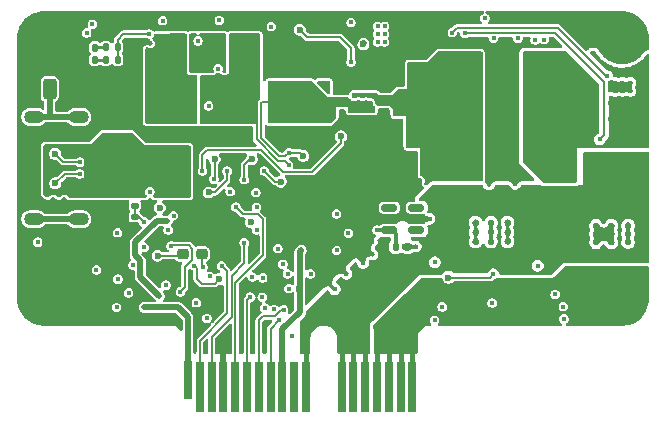
<source format=gbr>
%TF.GenerationSoftware,KiCad,Pcbnew,9.0.2*%
%TF.CreationDate,2026-02-05T18:46:00+01:00*%
%TF.ProjectId,PDNode-PDCard,50444e6f-6465-42d5-9044-436172642e6b,rev?*%
%TF.SameCoordinates,Original*%
%TF.FileFunction,Copper,L6,Bot*%
%TF.FilePolarity,Positive*%
%FSLAX46Y46*%
G04 Gerber Fmt 4.6, Leading zero omitted, Abs format (unit mm)*
G04 Created by KiCad (PCBNEW 9.0.2) date 2026-02-05 18:46:00*
%MOMM*%
%LPD*%
G01*
G04 APERTURE LIST*
G04 Aperture macros list*
%AMRoundRect*
0 Rectangle with rounded corners*
0 $1 Rounding radius*
0 $2 $3 $4 $5 $6 $7 $8 $9 X,Y pos of 4 corners*
0 Add a 4 corners polygon primitive as box body*
4,1,4,$2,$3,$4,$5,$6,$7,$8,$9,$2,$3,0*
0 Add four circle primitives for the rounded corners*
1,1,$1+$1,$2,$3*
1,1,$1+$1,$4,$5*
1,1,$1+$1,$6,$7*
1,1,$1+$1,$8,$9*
0 Add four rect primitives between the rounded corners*
20,1,$1+$1,$2,$3,$4,$5,0*
20,1,$1+$1,$4,$5,$6,$7,0*
20,1,$1+$1,$6,$7,$8,$9,0*
20,1,$1+$1,$8,$9,$2,$3,0*%
G04 Aperture macros list end*
%TA.AperFunction,SMDPad,CuDef*%
%ADD10RoundRect,0.135000X-0.185000X0.135000X-0.185000X-0.135000X0.185000X-0.135000X0.185000X0.135000X0*%
%TD*%
%TA.AperFunction,ComponentPad*%
%ADD11C,0.700000*%
%TD*%
%TA.AperFunction,ComponentPad*%
%ADD12C,4.400000*%
%TD*%
%TA.AperFunction,HeatsinkPad*%
%ADD13C,0.500000*%
%TD*%
%TA.AperFunction,HeatsinkPad*%
%ADD14R,2.400000X2.400000*%
%TD*%
%TA.AperFunction,HeatsinkPad*%
%ADD15O,1.700000X1.100000*%
%TD*%
%TA.AperFunction,ConnectorPad*%
%ADD16R,0.700000X3.200000*%
%TD*%
%TA.AperFunction,ConnectorPad*%
%ADD17R,0.700000X4.300000*%
%TD*%
%TA.AperFunction,ComponentPad*%
%ADD18C,0.600000*%
%TD*%
%TA.AperFunction,SMDPad,CuDef*%
%ADD19R,1.650000X2.400000*%
%TD*%
%TA.AperFunction,SMDPad,CuDef*%
%ADD20RoundRect,0.135000X0.135000X0.185000X-0.135000X0.185000X-0.135000X-0.185000X0.135000X-0.185000X0*%
%TD*%
%TA.AperFunction,SMDPad,CuDef*%
%ADD21C,0.600000*%
%TD*%
%TA.AperFunction,SMDPad,CuDef*%
%ADD22RoundRect,0.250000X0.362500X1.425000X-0.362500X1.425000X-0.362500X-1.425000X0.362500X-1.425000X0*%
%TD*%
%TA.AperFunction,SMDPad,CuDef*%
%ADD23RoundRect,0.150000X0.512500X0.150000X-0.512500X0.150000X-0.512500X-0.150000X0.512500X-0.150000X0*%
%TD*%
%TA.AperFunction,SMDPad,CuDef*%
%ADD24RoundRect,0.140000X-0.140000X-0.170000X0.140000X-0.170000X0.140000X0.170000X-0.140000X0.170000X0*%
%TD*%
%TA.AperFunction,SMDPad,CuDef*%
%ADD25RoundRect,0.250000X0.312500X0.625000X-0.312500X0.625000X-0.312500X-0.625000X0.312500X-0.625000X0*%
%TD*%
%TA.AperFunction,SMDPad,CuDef*%
%ADD26RoundRect,0.225000X0.250000X-0.225000X0.250000X0.225000X-0.250000X0.225000X-0.250000X-0.225000X0*%
%TD*%
%TA.AperFunction,ViaPad*%
%ADD27C,0.400000*%
%TD*%
%TA.AperFunction,ViaPad*%
%ADD28C,0.550000*%
%TD*%
%TA.AperFunction,Conductor*%
%ADD29C,0.200000*%
%TD*%
%TA.AperFunction,Conductor*%
%ADD30C,0.400000*%
%TD*%
%TA.AperFunction,Conductor*%
%ADD31C,0.500000*%
%TD*%
%TA.AperFunction,Conductor*%
%ADD32C,0.150000*%
%TD*%
%TA.AperFunction,Conductor*%
%ADD33C,0.300000*%
%TD*%
%TA.AperFunction,Conductor*%
%ADD34C,0.250000*%
%TD*%
G04 APERTURE END LIST*
D10*
%TO.P,R53,1*%
%TO.N,/Block Diagram/Board Connector and Supplies/VBUS_VMON_PORT0*%
X10250000Y17910000D03*
%TO.P,R53,2*%
%TO.N,GND*%
X10250000Y16890000D03*
%TD*%
%TO.P,R52,1*%
%TO.N,VBUS*%
X10250000Y19860000D03*
%TO.P,R52,2*%
%TO.N,/Block Diagram/Board Connector and Supplies/VBUS_VMON_PORT0*%
X10250000Y18840000D03*
%TD*%
D11*
%TO.P,H3,1,1*%
%TO.N,GND*%
X51500000Y31375000D03*
X50333274Y31858274D03*
X52666726Y31858274D03*
X49850000Y33025000D03*
D12*
X51500000Y33025000D03*
D11*
X53150000Y33025000D03*
X50333274Y34191726D03*
X52666726Y34191726D03*
X51500000Y34675000D03*
%TD*%
%TO.P,H1,1,1*%
%TO.N,GND*%
X2500000Y31375000D03*
X1333274Y31858274D03*
X3666726Y31858274D03*
X850000Y33025000D03*
D12*
X2500000Y33025000D03*
D11*
X4150000Y33025000D03*
X1333274Y34191726D03*
X3666726Y34191726D03*
X2500000Y34675000D03*
%TD*%
D13*
%TO.P,IC2,29,VSS*%
%TO.N,GND*%
X15500000Y17600000D03*
X15500000Y16650000D03*
X15500000Y15700000D03*
X16450000Y17600000D03*
X16450000Y16650000D03*
D14*
X16450000Y16650000D03*
D13*
X16450000Y15700000D03*
X17400000Y17600000D03*
X17400000Y16650000D03*
X17400000Y15700000D03*
%TD*%
D15*
%TO.P,J1,S1,SHIELD*%
%TO.N,SHIELD*%
X5500000Y26345000D03*
X1700000Y26345000D03*
X5500000Y17705000D03*
X1700000Y17705000D03*
%TD*%
D11*
%TO.P,H2,1,1*%
%TO.N,GND*%
X2500000Y9375000D03*
X1333274Y9858274D03*
X3666726Y9858274D03*
X850000Y11025000D03*
D12*
X2500000Y11025000D03*
D11*
X4150000Y11025000D03*
X1333274Y12191726D03*
X3666726Y12191726D03*
X2500000Y12675000D03*
%TD*%
D16*
%TO.P,J2,A1,A1*%
%TO.N,Net-(JP1-C)*%
X14750000Y4075000D03*
D17*
%TO.P,J2,A2,A2*%
%TO.N,/Block Diagram/USB-PD Source Controller/SPI_MOSI*%
X15750000Y3525000D03*
%TO.P,J2,A3,A3*%
%TO.N,/Block Diagram/USB-PD Source Controller/SPI_CLK*%
X16750000Y3525000D03*
%TO.P,J2,A4,A4*%
%TO.N,GND*%
X17750000Y3525000D03*
%TO.P,J2,A5,A5*%
%TO.N,/Block Diagram/USB-PD Source Controller/PD_IRQ*%
X18750000Y3525000D03*
%TO.P,J2,A6,A6*%
%TO.N,/Block Diagram/Board Connector and Supplies/I2C_SCL*%
X19750000Y3525000D03*
%TO.P,J2,A7,A7*%
%TO.N,PMIC_EN*%
X20750000Y3525000D03*
%TO.P,J2,A8,A8*%
%TO.N,/Block Diagram/USB-PD Source Controller/PD_ENABLE*%
X21750000Y3525000D03*
%TO.P,J2,A9,A9*%
%TO.N,+3.3V*%
X22750000Y3525000D03*
%TO.P,J2,A10,A10*%
%TO.N,unconnected-(J2-PadA10)*%
X23750000Y3525000D03*
%TO.P,J2,A11,A11*%
%TO.N,+24V*%
X24750000Y3525000D03*
%TO.P,J2,A12,A12*%
X27750000Y3525000D03*
%TO.P,J2,A13,A13*%
X28750000Y3525000D03*
%TO.P,J2,A14,A14*%
X29750000Y3525000D03*
%TO.P,J2,A15,A15*%
%TO.N,GND*%
X30750000Y3525000D03*
%TO.P,J2,A16,A16*%
X31750000Y3525000D03*
%TO.P,J2,A17,A17*%
X32750000Y3525000D03*
%TO.P,J2,A18,A18*%
X33750000Y3525000D03*
%TD*%
D18*
%TO.P,IC6,11,PAD*%
%TO.N,GND*%
X26305000Y15665000D03*
X26305000Y17385000D03*
X25825000Y16525000D03*
D19*
X25825000Y16525000D03*
D18*
X25345000Y15665000D03*
X25345000Y17385000D03*
%TD*%
D11*
%TO.P,H4,1,1*%
%TO.N,GND*%
X51500000Y9375000D03*
X50333274Y9858274D03*
X52666726Y9858274D03*
X49850000Y11025000D03*
D12*
X51500000Y11025000D03*
D11*
X53150000Y11025000D03*
X50333274Y12191726D03*
X52666726Y12191726D03*
X51500000Y12675000D03*
%TD*%
D20*
%TO.P,R35,1*%
%TO.N,Net-(IC3-A1)*%
X6860000Y31185000D03*
%TO.P,R35,2*%
%TO.N,GND*%
X5840000Y31185000D03*
%TD*%
D21*
%TO.P,1V8,1*%
%TO.N,/Block Diagram/USB-PD Source Controller/1V8_INTERNAL*%
X20070000Y17450000D03*
%TD*%
%TO.P,FB1,1*%
%TO.N,/Block Diagram/Adjustable 5A Buck Converter/FEEDBACK*%
X27700000Y24700000D03*
%TD*%
%TO.P,VDET1,1*%
%TO.N,/Block Diagram/USB-PD Source Controller/VBUS_DET*%
X12350000Y18660000D03*
%TD*%
%TO.P,PDO2,1*%
%TO.N,/Block Diagram/USB-PD Source Controller/PDO2*%
X22600000Y20875000D03*
%TD*%
D22*
%TO.P,R9,1*%
%TO.N,/Block Diagram/Adjustable 5A Buck Converter/VOUT*%
X23762500Y27650000D03*
%TO.P,R9,2*%
%TO.N,/Block Diagram/USB-PD Source Controller/V_SOURCE*%
X17837500Y27650000D03*
%TD*%
D21*
%TO.P,PG1,1*%
%TO.N,PGOOD_PMIC*%
X24200000Y33750000D03*
%TD*%
%TO.P,PMEN1,1*%
%TO.N,PMIC_EN*%
X29600000Y32500000D03*
%TD*%
D23*
%TO.P,U1,1,SCL*%
%TO.N,/Block Diagram/Board Connector and Supplies/I2C_SCL*%
X34070000Y18675000D03*
%TO.P,U1,2,V_{SS}*%
%TO.N,GND*%
X34070000Y17725000D03*
%TO.P,U1,3,SDA*%
%TO.N,/Block Diagram/Board Connector and Supplies/I2C_SDA*%
X34070000Y16775000D03*
%TO.P,U1,4,V_{CC}*%
%TO.N,+3.3V*%
X31795000Y16775000D03*
%TO.P,U1,5,NC*%
%TO.N,unconnected-(U1-NC-Pad5)*%
X31795000Y18675000D03*
%TD*%
D21*
%TO.P,PDO3,1*%
%TO.N,/Block Diagram/USB-PD Source Controller/PDO3*%
X20145990Y22781289D03*
%TD*%
D24*
%TO.P,C31,1*%
%TO.N,+3.3V*%
X32365000Y15375000D03*
%TO.P,C31,2*%
%TO.N,GND*%
X33325000Y15375000D03*
%TD*%
D20*
%TO.P,R33,1*%
%TO.N,+3.3V*%
X8800000Y31185000D03*
%TO.P,R33,2*%
%TO.N,Net-(IC3-A1)*%
X7780000Y31185000D03*
%TD*%
D21*
%TO.P,TP24V1,1*%
%TO.N,+24V*%
X38575000Y18600000D03*
%TD*%
%TO.P,PGY1,1*%
%TO.N,Net-(IC4-Y)*%
X36800000Y12725000D03*
%TD*%
%TO.P,3V3,1*%
%TO.N,+3.3V*%
X24175000Y11800000D03*
%TD*%
D25*
%TO.P,R26,1*%
%TO.N,GND*%
X5962500Y28700000D03*
%TO.P,R26,2*%
%TO.N,SHIELD*%
X3037500Y28700000D03*
%TD*%
D20*
%TO.P,R34,1*%
%TO.N,Net-(IC3-A0)*%
X6860000Y32225000D03*
%TO.P,R34,2*%
%TO.N,GND*%
X5840000Y32225000D03*
%TD*%
D21*
%TO.P,CC2,1*%
%TO.N,/Block Diagram/USB-PD Source Controller/CC2*%
X3500000Y20725000D03*
%TD*%
%TO.P,VOUT1,1*%
%TO.N,/Block Diagram/Adjustable 5A Buck Converter/VOUT*%
X24500000Y23050000D03*
%TD*%
%TO.P,PDO4,1*%
%TO.N,/Block Diagram/USB-PD Source Controller/PDO4*%
X16490000Y19970000D03*
%TD*%
D26*
%TO.P,C20,1*%
%TO.N,+3.3V*%
X15910000Y14740000D03*
%TO.P,C20,2*%
%TO.N,GND*%
X15910000Y16290000D03*
%TD*%
D21*
%TO.P,CC1,1*%
%TO.N,/Block Diagram/USB-PD Source Controller/CC1*%
X3500000Y23225000D03*
%TD*%
%TO.P,CN1,1*%
%TO.N,VBUS*%
X14300000Y23100000D03*
%TD*%
D20*
%TO.P,R32,1*%
%TO.N,+3.3V*%
X8800000Y32235000D03*
%TO.P,R32,2*%
%TO.N,Net-(IC3-A0)*%
X7780000Y32235000D03*
%TD*%
D26*
%TO.P,C19,1*%
%TO.N,+3.3VA*%
X14320000Y14730000D03*
%TO.P,C19,2*%
%TO.N,GND*%
X14320000Y16280000D03*
%TD*%
D21*
%TO.P,CP1,1*%
%TO.N,/Block Diagram/USB-PD Source Controller/CURR_MEA*%
X12475000Y27550000D03*
%TD*%
%TO.P,PDO5,1*%
%TO.N,/Block Diagram/USB-PD Source Controller/PDO5*%
X17000000Y22775000D03*
%TD*%
%TO.P,3VA1,1*%
%TO.N,+3.3VA*%
X12180000Y14600000D03*
%TD*%
%TO.P,3VINT1,1*%
%TO.N,/Block Diagram/USB-PD Source Controller/3V3_INTERNAL*%
X17400000Y12625000D03*
%TD*%
D27*
%TO.N,/Block Diagram/USB-PD Source Controller/VBUS_DET*%
X23275000Y11825000D03*
%TO.N,/Block Diagram/Board Connector and Supplies/VBUS_VMON_PORT0*%
X23525000Y7775000D03*
X15450000Y10625000D03*
X11000000Y17475000D03*
%TO.N,/Block Diagram/USB-PD Source Controller/1V8_INTERNAL*%
X20070000Y17450000D03*
X16600000Y12843585D03*
%TO.N,+24V*%
X31395000Y33375000D03*
X30800000Y33375000D03*
D28*
X52506041Y20093659D03*
X51174848Y20093659D03*
X49938066Y20093659D03*
X52506041Y18781348D03*
X50561178Y21481498D03*
X48606873Y20093659D03*
X28800000Y8600000D03*
X44205749Y16610000D03*
X49938066Y18837995D03*
D27*
X30800000Y32700000D03*
D28*
X50589501Y22954307D03*
X46879155Y17506802D03*
X51174848Y18781348D03*
X51920694Y22954307D03*
X24800000Y8600000D03*
X46860273Y15797966D03*
X44216770Y15797966D03*
D27*
X31400000Y34025000D03*
D28*
X45557403Y17506802D03*
X51930135Y21490939D03*
X46849252Y16610000D03*
X45527500Y16610000D03*
X29800000Y8600000D03*
D27*
X30800000Y34025000D03*
D28*
X48606873Y18837995D03*
X45538521Y15797966D03*
D27*
X31400000Y32700000D03*
D28*
X27800000Y8600000D03*
X44235652Y17506802D03*
%TO.N,GND*%
X3325000Y19275000D03*
D27*
X30300000Y15775000D03*
X20575000Y15525000D03*
X11550000Y32575000D03*
X29600000Y21400000D03*
X21225000Y22600000D03*
X6094810Y13732053D03*
D28*
X40400000Y17400000D03*
D27*
X34050000Y34825000D03*
X5850000Y30500000D03*
X7300000Y29350000D03*
X8250000Y25905000D03*
X15375000Y7650000D03*
D28*
X4350000Y24775000D03*
X33225000Y9500000D03*
D27*
X6425000Y9700000D03*
D28*
X40400000Y16600000D03*
D27*
X16000000Y20750000D03*
X26500000Y34350000D03*
X28550000Y21400000D03*
X23100000Y18775000D03*
X34400000Y20950000D03*
X9400000Y18225000D03*
X42450000Y20700000D03*
X26800000Y22150000D03*
D28*
X24811982Y24365727D03*
X33725000Y11250000D03*
X4275000Y19275000D03*
X41812016Y16610000D03*
D27*
X11330000Y34675000D03*
D28*
X50596492Y16441058D03*
D27*
X31150000Y23950000D03*
D28*
X23773463Y25211229D03*
D27*
X29600000Y18000000D03*
X8450000Y18205000D03*
X7000000Y16400000D03*
X34025000Y15375000D03*
D28*
X31700000Y8600000D03*
D27*
X19175000Y33850000D03*
X16250000Y7225000D03*
D28*
X32225000Y9500000D03*
X24759549Y31314736D03*
D27*
X30600000Y19500000D03*
D28*
X22724531Y25219797D03*
D27*
X40225000Y20650000D03*
X18950000Y14750000D03*
X27150000Y14125000D03*
D28*
X49296492Y17141058D03*
D27*
X11525000Y20025000D03*
X44500000Y12100000D03*
X20275000Y7275000D03*
X51525000Y28550000D03*
X40225000Y22075000D03*
X28150000Y13075000D03*
X7275000Y28025000D03*
X27550000Y18825000D03*
D28*
X3400000Y24775000D03*
X34725000Y11250000D03*
X32700000Y8600000D03*
X30700000Y8600000D03*
X22665804Y31306520D03*
D27*
X31650000Y21400000D03*
X28250000Y20600000D03*
D28*
X22718237Y24357511D03*
D27*
X32200000Y20900000D03*
D28*
X39100000Y17400000D03*
D27*
X8225000Y26900000D03*
X11150000Y18500000D03*
X10250000Y16900000D03*
D28*
X39100000Y16600000D03*
D27*
X32225000Y24875000D03*
D28*
X34250000Y9500000D03*
X49296492Y15741058D03*
X33700000Y8600000D03*
D27*
X29530000Y28942081D03*
X50900000Y29225000D03*
X41175000Y9550000D03*
X10950000Y11400000D03*
D28*
X52008508Y15751058D03*
X39100000Y15800000D03*
X34725000Y10350000D03*
D27*
X9325000Y13650000D03*
X27550000Y34375000D03*
X1075000Y30050000D03*
X22425000Y12150000D03*
X34045000Y33350000D03*
X36975000Y9650000D03*
D28*
X1500000Y24775000D03*
D27*
X30105000Y28942081D03*
X17550000Y11700000D03*
D28*
X52008508Y16451058D03*
D27*
X22100000Y18800000D03*
D28*
X2450000Y24775000D03*
X40400000Y15800000D03*
D27*
X4200000Y16300000D03*
D28*
X41812016Y15810000D03*
D27*
X29625000Y34375000D03*
X14700000Y24950000D03*
X26150000Y13075000D03*
D28*
X33725000Y10350000D03*
D27*
X35650000Y14050000D03*
X28250000Y19600000D03*
X39700000Y12100000D03*
D28*
X50596492Y15741058D03*
X23714736Y31297952D03*
D27*
X31300000Y20200000D03*
D28*
X32725000Y10350000D03*
D27*
X51525000Y29225000D03*
X33000000Y33350000D03*
X33025000Y17725000D03*
D28*
X24763745Y30383216D03*
D27*
X19275000Y7275000D03*
X10600000Y26900000D03*
X5575000Y32625000D03*
X21850000Y14325000D03*
D28*
X49296492Y16441058D03*
X41812016Y17410000D03*
D27*
X27550000Y21400000D03*
D28*
X23718932Y30366432D03*
X50596492Y17141058D03*
X2375000Y19275000D03*
D27*
X29950000Y20200000D03*
X29575000Y14000000D03*
X33300000Y19900000D03*
D28*
X52008508Y17151058D03*
D27*
X6475000Y11150000D03*
X4700000Y15700000D03*
X42450000Y22025000D03*
X38925000Y34375000D03*
X35200000Y17725000D03*
X21275000Y7275000D03*
D28*
X24818276Y25228013D03*
D27*
X39150000Y32925000D03*
D28*
X22670000Y30375000D03*
D27*
X30350000Y14725000D03*
X7300000Y28700000D03*
X50900000Y28550000D03*
X10600000Y30500000D03*
X52200000Y29225000D03*
X20150000Y33825000D03*
D28*
X1425000Y19275000D03*
D27*
X28837404Y28925000D03*
X18100000Y8275000D03*
X52200000Y28550000D03*
X14950000Y11100000D03*
D28*
X23767169Y24348943D03*
D27*
X30050000Y17350000D03*
X27175000Y11775000D03*
%TO.N,/Block Diagram/USB-PD Source Controller/3V3_INTERNAL*%
X17400000Y12630000D03*
X15275000Y13750000D03*
D28*
%TO.N,/Block Diagram/Adjustable 5A Buck Converter/SW1*%
X52359219Y24068061D03*
X51882930Y26183158D03*
X50548711Y26190097D03*
X47826283Y26224069D03*
X45063193Y28829808D03*
X47830437Y24710726D03*
X47792673Y30347053D03*
X49251321Y26218847D03*
X45111405Y24729608D03*
X46397412Y28822869D03*
X49270203Y28937879D03*
X47794813Y27508057D03*
X51857633Y27545176D03*
X46441470Y26236012D03*
X51025000Y24075000D03*
X46410000Y27520000D03*
X46407860Y30358996D03*
X49258260Y27553066D03*
X50523414Y27552115D03*
X45107251Y26242951D03*
X47782225Y28810926D03*
X46445624Y24722669D03*
X45073641Y30365935D03*
X45075781Y27526939D03*
X52384219Y24943061D03*
X51050000Y24950000D03*
%TO.N,VBUS*%
X8250000Y20000000D03*
X8250000Y22000000D03*
X8250000Y24005000D03*
X13381726Y20939610D03*
X5580000Y20505000D03*
X14300000Y22000000D03*
X9400000Y23000000D03*
X5580000Y23545000D03*
X10400000Y23000000D03*
X9400000Y20000000D03*
X8251190Y20917749D03*
X11400000Y20900000D03*
X12400000Y23000000D03*
X12400000Y22000000D03*
X10400000Y22000000D03*
X14300000Y23100000D03*
X14300000Y20900000D03*
X8250000Y23000000D03*
X9388228Y21997887D03*
X11400000Y23000000D03*
X13400000Y22000000D03*
X12423286Y20899675D03*
X10406570Y20909659D03*
X13400000Y23000000D03*
X9408195Y24005000D03*
X11400000Y22000000D03*
X9388228Y20909659D03*
D27*
%TO.N,/Block Diagram/Adjustable 5A Buck Converter/SW2*%
X29530000Y28115000D03*
X30105000Y28115000D03*
D28*
X34985820Y24863435D03*
X34994279Y28751400D03*
X35000000Y30075000D03*
X37744279Y28751400D03*
X36364923Y23566860D03*
X35039103Y26223425D03*
X36395820Y24883435D03*
X36410000Y30095000D03*
X35000000Y27500000D03*
X36410000Y27520000D03*
X37774923Y23586860D03*
X37789103Y26223425D03*
D27*
X28830000Y28115000D03*
D28*
X35024923Y23586860D03*
X36379103Y26203425D03*
X36404279Y28771400D03*
X37750000Y30075000D03*
X37735820Y24863435D03*
X37750000Y27500000D03*
%TO.N,/Block Diagram/Adjustable 5A Buck Converter/VOUT*%
X22527966Y26937475D03*
X25878847Y28235409D03*
X23700000Y28400000D03*
X22527262Y27665107D03*
X24776284Y27666052D03*
X22527966Y26237475D03*
X23700000Y29100000D03*
X23700000Y27680000D03*
X24776988Y26938420D03*
X23700704Y26952368D03*
D27*
X30123672Y27313385D03*
X23275000Y23325000D03*
X29505000Y27300000D03*
D28*
X24776988Y26238420D03*
X23700704Y26252368D03*
X25878847Y26815409D03*
D27*
X28830000Y27300000D03*
D28*
X24776284Y28386052D03*
X24776284Y29086052D03*
X22527262Y29085107D03*
X22527262Y28385107D03*
D27*
%TO.N,+3.3VA*%
X14320000Y14730000D03*
%TO.N,+3.3V*%
X30750000Y16775000D03*
X28550000Y34350000D03*
X24200000Y14400000D03*
X16000000Y13640000D03*
X21075000Y12725000D03*
X20550000Y18725000D03*
X20200000Y12800000D03*
X23175000Y13075000D03*
X25125000Y13075000D03*
X11050000Y15300000D03*
X20500000Y19950000D03*
X11475000Y33375000D03*
X22350000Y15200000D03*
X9725000Y11450000D03*
X35625000Y9150000D03*
X24200000Y11800000D03*
X10100000Y13825000D03*
X8700000Y10225000D03*
X24350000Y15050000D03*
%TO.N,SHIELD*%
X3025000Y29150000D03*
X3025000Y28225000D03*
%TO.N,+5V*%
X27325000Y18150000D03*
X12325000Y11200000D03*
X27330699Y15044301D03*
X16350000Y9300000D03*
X12775000Y17551000D03*
%TO.N,Net-(D1-Pad2)*%
X46525000Y10300000D03*
X42675000Y33000000D03*
%TO.N,Net-(IC4-Y)*%
X39875000Y34700000D03*
X40600000Y13025000D03*
X36800000Y12700000D03*
%TO.N,Net-(D2-Pad2)*%
X46575000Y9250000D03*
X44900000Y32900000D03*
%TO.N,Net-(IC5-Y)*%
X44350000Y13750000D03*
X44150000Y32875000D03*
%TO.N,Net-(D3-Pad1)*%
X45830000Y11325000D03*
X40625000Y33000000D03*
%TO.N,/Block Diagram/USB-PD Source Controller/CC1*%
X5580000Y22525000D03*
X13075000Y16775000D03*
%TO.N,/Block Diagram/USB-PD Source Controller/CC2*%
X5580000Y21525000D03*
X13525000Y18000000D03*
%TO.N,PMIC_EN*%
X22850000Y10025000D03*
X29610000Y32600000D03*
X40500000Y10600000D03*
D28*
%TO.N,/Block Diagram/USB-PD Source Controller/CURR_MEA*%
X13250000Y27099581D03*
X14220361Y28028070D03*
X14250312Y26201044D03*
X13281889Y29086347D03*
X12263546Y28048037D03*
X13250000Y26161109D03*
X12243579Y27099581D03*
X12223611Y26161109D03*
X12273530Y29096330D03*
X14230344Y29066379D03*
X13250000Y28037500D03*
X14230344Y27100000D03*
D27*
%TO.N,PGOOD_COMBINED*%
X21250000Y10175000D03*
X8800000Y12625000D03*
X2025000Y15750000D03*
%TO.N,/Block Diagram/Adjustable 5A Buck Converter/FEEDBACK*%
X15970000Y21775000D03*
X27700000Y24700000D03*
%TO.N,PGOOD_PMIC*%
X36275000Y10275000D03*
X28550000Y31000000D03*
X8775000Y16550000D03*
%TO.N,/Block Diagram/USB-PD Source Controller/SPI_CLK*%
X19510000Y15700000D03*
%TO.N,/Block Diagram/USB-PD Source Controller/PDO3*%
X19510000Y21040000D03*
X20145990Y22781289D03*
%TO.N,/Block Diagram/USB-PD Source Controller/PDO4*%
X18060000Y21775000D03*
%TO.N,/Block Diagram/USB-PD Source Controller/DISCHARGE*%
X20550000Y16800000D03*
X16500000Y27300000D03*
X21800000Y34000000D03*
%TO.N,/Block Diagram/USB-PD Source Controller/PD_IRQ*%
X18800000Y18730000D03*
%TO.N,/Block Diagram/USB-PD Source Controller/SPI_MOSI*%
X17587568Y13744585D03*
%TO.N,/Block Diagram/USB-PD Source Controller/VBUS_EN*%
X17400000Y34525000D03*
X18325000Y20025000D03*
%TO.N,Net-(IC3-A0)*%
X6860000Y32225000D03*
%TO.N,/Block Diagram/USB-PD Source Controller/VBUS_DET*%
X12350000Y18660000D03*
%TO.N,Net-(IC3-A1)*%
X6860000Y31185000D03*
%TO.N,/Block Diagram/USB-PD Source Controller/PD_ENABLE*%
X13310000Y15425000D03*
X22475000Y9150000D03*
X14100000Y11550000D03*
%TO.N,Net-(T1-G)*%
X49600000Y24450000D03*
X38175000Y33450000D03*
%TO.N,Net-(T2-G)*%
X37125000Y33500000D03*
X50250000Y29800000D03*
%TO.N,/Block Diagram/USB-PD Source Controller/PDO2*%
X21210000Y21775000D03*
%TO.N,Net-(T3-G)*%
X17300000Y30450000D03*
X15600000Y32800000D03*
%TO.N,/Block Diagram/USB-PD Source Controller/PDO5*%
X16941979Y21083021D03*
X17010000Y22795000D03*
%TO.N,/Block Diagram/Board Connector and Supplies/I2C_SDA*%
X6175000Y33475000D03*
X34025000Y16750000D03*
X21050000Y11090000D03*
%TO.N,/Block Diagram/Board Connector and Supplies/I2C_SCL*%
X6650000Y34200000D03*
X20025000Y11090000D03*
X34000000Y18650000D03*
%TO.N,PGOOD_3V3*%
X7000000Y13400000D03*
X22775000Y13875000D03*
X28325000Y16500000D03*
%TO.N,Net-(JP1-C)*%
X11025000Y10225000D03*
%TO.N,/Block Diagram/Board Connector and Supplies/PORT_EN*%
X22025000Y10050000D03*
X12875000Y12100000D03*
%TO.N,/Block Diagram/USB-PD Source Controller/V_SOURCE*%
X18400000Y30700000D03*
X18400000Y29700000D03*
X17700000Y28800000D03*
X20400000Y31600000D03*
X19100000Y27000000D03*
X19100000Y32500000D03*
X17700000Y27900000D03*
X18400000Y28800000D03*
X18400000Y27000000D03*
X19100000Y27900000D03*
X20400000Y32500000D03*
X18400000Y31600000D03*
X19800000Y31600000D03*
X16350000Y26200000D03*
X23260000Y22320000D03*
X19100000Y29700000D03*
X20400000Y30700000D03*
X19100000Y31600000D03*
X19100000Y30700000D03*
X18400000Y32500000D03*
X19100000Y28800000D03*
X19800000Y30700000D03*
X18400000Y27900000D03*
X19800000Y32500000D03*
%TO.N,/Block Diagram/USB-PD Source Controller/T3T4DS*%
X16450000Y31250000D03*
X17323211Y32581788D03*
X17323211Y31681788D03*
X12600000Y34500000D03*
X16450000Y32150000D03*
X15750000Y31650000D03*
X15750000Y30750000D03*
%TD*%
D29*
%TO.N,/Block Diagram/Board Connector and Supplies/VBUS_VMON_PORT0*%
X10565000Y17910000D02*
X11000000Y17475000D01*
X10250000Y17910000D02*
X10565000Y17910000D01*
%TO.N,GND*%
X10250000Y16890000D02*
X10250000Y16900000D01*
D30*
%TO.N,VBUS*%
X10250000Y20753089D02*
X10406570Y20909659D01*
X10250000Y19860000D02*
X10250000Y20753089D01*
D29*
%TO.N,/Block Diagram/Board Connector and Supplies/VBUS_VMON_PORT0*%
X10250000Y17910000D02*
X10250000Y18840000D01*
D30*
%TO.N,+24V*%
X27750000Y3525000D02*
X27750000Y8550000D01*
X24750000Y8550000D02*
X24800000Y8600000D01*
X24750000Y3525000D02*
X24750000Y8550000D01*
X29750000Y3525000D02*
X29750000Y8550000D01*
X28750000Y3525000D02*
X28750000Y8550000D01*
X29750000Y8550000D02*
X29800000Y8600000D01*
X28750000Y8550000D02*
X28800000Y8600000D01*
X27750000Y8550000D02*
X27800000Y8600000D01*
D31*
%TO.N,GND*%
X17750000Y3525000D02*
X17750000Y7925000D01*
X5962500Y29037500D02*
X6275000Y29350000D01*
D30*
X32750000Y8550000D02*
X32700000Y8600000D01*
D31*
X17750000Y7925000D02*
X18100000Y8275000D01*
D30*
X33750000Y8550000D02*
X33700000Y8600000D01*
D31*
X6150000Y28125000D02*
X6250000Y28025000D01*
D29*
X14320000Y16280000D02*
X16080000Y16280000D01*
D30*
X30750000Y3525000D02*
X30750000Y8550000D01*
D31*
X6275000Y29350000D02*
X7300000Y29350000D01*
D29*
X16080000Y16280000D02*
X16450000Y16650000D01*
D31*
X5962500Y28312500D02*
X6150000Y28125000D01*
X5962500Y28700000D02*
X5962500Y29037500D01*
D32*
X5850000Y30500000D02*
X5840000Y30510000D01*
X33325000Y15375000D02*
X34025000Y15375000D01*
X34070000Y17725000D02*
X33025000Y17725000D01*
D30*
X31750000Y3525000D02*
X31750000Y8550000D01*
D31*
X6250000Y28025000D02*
X7275000Y28025000D01*
X5962500Y28700000D02*
X7300000Y28700000D01*
D30*
X33750000Y3525000D02*
X33750000Y8550000D01*
D32*
X34070000Y17725000D02*
X35200000Y17725000D01*
X5840000Y31185000D02*
X5840000Y32225000D01*
D30*
X30750000Y8550000D02*
X30700000Y8600000D01*
D31*
X5962500Y28700000D02*
X5962500Y28312500D01*
D32*
X5840000Y30510000D02*
X5840000Y31185000D01*
X5840000Y32360000D02*
X5840000Y32225000D01*
D30*
X31750000Y8550000D02*
X31700000Y8600000D01*
X32750000Y3525000D02*
X32750000Y8550000D01*
D32*
X5575000Y32625000D02*
X5840000Y32360000D01*
D29*
%TO.N,/Block Diagram/USB-PD Source Controller/3V3_INTERNAL*%
X15500000Y12625000D02*
X15500000Y13525000D01*
X17400000Y12625000D02*
X17275000Y12750000D01*
X15500000Y13525000D02*
X15275000Y13750000D01*
X17000000Y12225000D02*
X15900000Y12225000D01*
X17400000Y12625000D02*
X17000000Y12225000D01*
X15900000Y12225000D02*
X15500000Y12625000D01*
%TO.N,/Block Diagram/Adjustable 5A Buck Converter/VOUT*%
X23300000Y23300000D02*
X23275000Y23325000D01*
X21050000Y27625000D02*
X23645000Y27625000D01*
X20925000Y24575000D02*
X20925000Y27500000D01*
X22475000Y23025000D02*
X20925000Y24575000D01*
X22975000Y23025000D02*
X22475000Y23025000D01*
X24500000Y23050000D02*
X24250000Y23300000D01*
X24250000Y23300000D02*
X23300000Y23300000D01*
X23275000Y23325000D02*
X22975000Y23025000D01*
X20925000Y27500000D02*
X21050000Y27625000D01*
X23645000Y27625000D02*
X23700000Y27680000D01*
D32*
%TO.N,+3.3VA*%
X12180000Y14600000D02*
X14190000Y14600000D01*
X14190000Y14600000D02*
X14320000Y14730000D01*
D31*
%TO.N,+3.3V*%
X24200000Y9850000D02*
X24200000Y13750000D01*
D33*
X32365000Y15375000D02*
X32365000Y16460000D01*
D29*
X15910000Y14740000D02*
X15910000Y13730000D01*
X9275000Y33375000D02*
X11475000Y33375000D01*
D31*
X24200000Y13750000D02*
X24200000Y14900000D01*
X24200000Y13750000D02*
X24200000Y14400000D01*
D33*
X32365000Y16460000D02*
X32050000Y16775000D01*
D31*
X22750000Y3525000D02*
X22750000Y8400000D01*
D29*
X8800000Y31185000D02*
X8800000Y32235000D01*
D33*
X32050000Y16775000D02*
X31795000Y16775000D01*
X31795000Y16775000D02*
X30750000Y16775000D01*
D31*
X22750000Y8400000D02*
X24200000Y9850000D01*
X24200000Y14900000D02*
X24350000Y15050000D01*
D29*
X8800000Y32900000D02*
X9275000Y33375000D01*
X15910000Y13730000D02*
X16000000Y13640000D01*
X8800000Y32235000D02*
X8800000Y32900000D01*
D31*
%TO.N,SHIELD*%
X3037500Y26357500D02*
X3025000Y26345000D01*
X3025000Y29150000D02*
X3025000Y28225000D01*
X1700000Y26345000D02*
X3025000Y26345000D01*
X3037500Y28700000D02*
X3037500Y26357500D01*
X1700000Y17705000D02*
X5500000Y17705000D01*
X3025000Y26345000D02*
X5500000Y26345000D01*
%TO.N,+5V*%
X12325000Y11200000D02*
X10700000Y12825000D01*
X10275000Y14625000D02*
X10275000Y15725000D01*
X10700000Y12825000D02*
X10700000Y14200000D01*
X10275000Y15725000D02*
X12101000Y17551000D01*
X10700000Y14200000D02*
X10275000Y14625000D01*
X12101000Y17551000D02*
X13000000Y17551000D01*
D29*
%TO.N,Net-(IC4-Y)*%
X36800000Y12725000D02*
X40300000Y12725000D01*
X40300000Y12725000D02*
X40600000Y13025000D01*
X36800000Y12725000D02*
X36800000Y12700000D01*
D32*
%TO.N,/Block Diagram/USB-PD Source Controller/CC1*%
X3500000Y23225000D02*
X4200000Y22525000D01*
X4200000Y22525000D02*
X5580000Y22525000D01*
%TO.N,/Block Diagram/USB-PD Source Controller/CC2*%
X4300000Y21525000D02*
X5580000Y21525000D01*
X3500000Y20725000D02*
X4300000Y21525000D01*
D29*
%TO.N,PMIC_EN*%
X22476000Y9876000D02*
X22625000Y10025000D01*
X22199000Y9599000D02*
X22211811Y9599000D01*
X21100000Y9475000D02*
X22075000Y9475000D01*
D31*
X29600000Y32590000D02*
X29610000Y32600000D01*
D29*
X22476000Y9863189D02*
X22476000Y9876000D01*
X22075000Y9475000D02*
X22199000Y9599000D01*
D31*
X29600000Y32500000D02*
X29600000Y32590000D01*
D29*
X20750000Y3525000D02*
X20750000Y9125000D01*
X22211811Y9599000D02*
X22476000Y9863189D01*
X22625000Y10025000D02*
X22850000Y10025000D01*
X20750000Y9125000D02*
X21100000Y9475000D01*
D32*
%TO.N,/Block Diagram/Adjustable 5A Buck Converter/FEEDBACK*%
X27700000Y24150000D02*
X27700000Y24700000D01*
X22775000Y21700000D02*
X25250000Y21700000D01*
X16400000Y23550000D02*
X20925000Y23550000D01*
X20925000Y23550000D02*
X22775000Y21700000D01*
X15970000Y21775000D02*
X15970000Y23120000D01*
X15970000Y23120000D02*
X16400000Y23550000D01*
X25250000Y21700000D02*
X27700000Y24150000D01*
D29*
%TO.N,PGOOD_PMIC*%
X28550000Y32175000D02*
X28550000Y31000000D01*
X24200000Y33750000D02*
X24850000Y33100000D01*
X27625000Y33100000D02*
X28550000Y32175000D01*
X24850000Y33100000D02*
X27625000Y33100000D01*
D32*
%TO.N,/Block Diagram/USB-PD Source Controller/SPI_CLK*%
X18450000Y12900000D02*
X18450000Y9410000D01*
X19510000Y13960000D02*
X18450000Y12900000D01*
X16750000Y7710000D02*
X16750000Y3525000D01*
X19510000Y15700000D02*
X19510000Y13960000D01*
X18450000Y9410000D02*
X16750000Y7710000D01*
%TO.N,/Block Diagram/USB-PD Source Controller/PDO3*%
X19510000Y22320000D02*
X19971289Y22781289D01*
X19971289Y22781289D02*
X20145990Y22781289D01*
X19510000Y21040000D02*
X19510000Y22320000D01*
%TO.N,/Block Diagram/USB-PD Source Controller/PDO4*%
X18060000Y20985000D02*
X18060000Y21775000D01*
X17045000Y19970000D02*
X18060000Y20985000D01*
X16490000Y19970000D02*
X17045000Y19970000D01*
%TO.N,/Block Diagram/USB-PD Source Controller/PD_IRQ*%
X20650000Y18125000D02*
X21090000Y17685000D01*
X19405000Y18125000D02*
X20650000Y18125000D01*
X18750000Y12310000D02*
X18750000Y3525000D01*
X18800000Y18730000D02*
X19405000Y18125000D01*
X21090000Y14650000D02*
X18750000Y12310000D01*
X21090000Y17685000D02*
X21090000Y14650000D01*
%TO.N,/Block Diagram/USB-PD Source Controller/SPI_MOSI*%
X18050000Y13282153D02*
X17587568Y13744585D01*
X18050000Y9720000D02*
X18050000Y13282153D01*
X15750000Y3525000D02*
X15750000Y7420000D01*
X15750000Y7420000D02*
X18050000Y9720000D01*
D34*
%TO.N,Net-(IC3-A0)*%
X6870000Y32235000D02*
X6860000Y32225000D01*
X7780000Y32235000D02*
X6870000Y32235000D01*
%TO.N,Net-(IC3-A1)*%
X7780000Y31185000D02*
X6860000Y31185000D01*
D29*
%TO.N,/Block Diagram/USB-PD Source Controller/PD_ENABLE*%
X15096000Y14280890D02*
X15096000Y15179110D01*
X13775000Y15475000D02*
X13360000Y15475000D01*
X13360000Y15475000D02*
X13310000Y15425000D01*
X14100000Y11550000D02*
X14475000Y11925000D01*
X14475000Y13659890D02*
X15096000Y14280890D01*
X21750000Y8425000D02*
X22475000Y9150000D01*
X21750000Y3525000D02*
X21750000Y8425000D01*
X13781000Y15481000D02*
X13775000Y15475000D01*
X15096000Y15179110D02*
X14794110Y15481000D01*
X14794110Y15481000D02*
X13781000Y15481000D01*
X14475000Y11925000D02*
X14475000Y13659890D01*
%TO.N,Net-(T1-G)*%
X38350000Y33450000D02*
X38175000Y33450000D01*
X49975000Y24825000D02*
X49600000Y24450000D01*
X49975000Y29275000D02*
X45800000Y33450000D01*
X49975000Y29275000D02*
X49975000Y24825000D01*
X45800000Y33450000D02*
X38350000Y33450000D01*
%TO.N,Net-(T2-G)*%
X50150000Y29800000D02*
X46049000Y33901000D01*
X50250000Y29800000D02*
X50150000Y29800000D01*
X37526000Y33901000D02*
X37125000Y33500000D01*
X46049000Y33901000D02*
X37526000Y33901000D01*
D32*
%TO.N,/Block Diagram/USB-PD Source Controller/PDO2*%
X22110000Y20875000D02*
X21210000Y21775000D01*
X22600000Y20875000D02*
X22110000Y20875000D01*
%TO.N,/Block Diagram/USB-PD Source Controller/PDO5*%
X17000000Y21141042D02*
X17000000Y22775000D01*
X17000000Y22775000D02*
X17000000Y22785000D01*
X16941979Y21083021D02*
X17000000Y21141042D01*
X17000000Y22785000D02*
X17010000Y22795000D01*
%TO.N,/Block Diagram/Board Connector and Supplies/I2C_SDA*%
X34070000Y16775000D02*
X34050000Y16775000D01*
X34050000Y16775000D02*
X34025000Y16750000D01*
%TO.N,/Block Diagram/Board Connector and Supplies/I2C_SCL*%
X19750000Y3525000D02*
X19750000Y10815000D01*
X34025000Y18675000D02*
X34000000Y18650000D01*
X34070000Y18675000D02*
X34025000Y18675000D01*
X19750000Y10815000D02*
X20025000Y11090000D01*
D31*
%TO.N,Net-(JP1-C)*%
X13925000Y10225000D02*
X11025000Y10225000D01*
X14750000Y4075000D02*
X14750000Y9400000D01*
X14750000Y9400000D02*
X13925000Y10225000D01*
D33*
%TO.N,/Block Diagram/USB-PD Source Controller/V_SOURCE*%
X17400000Y26200000D02*
X17700000Y26500000D01*
X16350000Y26200000D02*
X17400000Y26200000D01*
D29*
X22375000Y22625000D02*
X20550000Y24450000D01*
D33*
X17700000Y26500000D02*
X17700000Y27000000D01*
D29*
X20550000Y27500000D02*
X20435665Y27614335D01*
X17873165Y27614335D02*
X17837500Y27650000D01*
X23260000Y22320000D02*
X22955000Y22625000D01*
X22955000Y22625000D02*
X22375000Y22625000D01*
X20435665Y27614335D02*
X17873165Y27614335D01*
X20550000Y24450000D02*
X20550000Y27500000D01*
%TD*%
%TA.AperFunction,Conductor*%
%TO.N,/Block Diagram/USB-PD Source Controller/CURR_MEA*%
G36*
X14582924Y33401705D02*
G01*
X14629388Y33349524D01*
X14641300Y33296493D01*
X14641300Y30223993D01*
X14646069Y30179638D01*
X14646652Y30176959D01*
X14657276Y30128125D01*
X14659802Y30117788D01*
X14703481Y30035819D01*
X14749236Y29983015D01*
X14749243Y29983008D01*
X14749251Y29982999D01*
X14767098Y29964785D01*
X14767105Y29964779D01*
X14807631Y29942111D01*
X14848162Y29919439D01*
X14915201Y29899754D01*
X14915205Y29899754D01*
X14915207Y29899753D01*
X14924708Y29898388D01*
X14974000Y29891300D01*
X15417300Y29891300D01*
X15484339Y29871615D01*
X15530094Y29818811D01*
X15541300Y29767300D01*
X15541300Y25899000D01*
X15521615Y25831961D01*
X15468811Y25786206D01*
X15417300Y25775000D01*
X11274000Y25775000D01*
X11206961Y25794685D01*
X11161206Y25847489D01*
X11150000Y25899000D01*
X11150000Y32125013D01*
X11169685Y32192052D01*
X11222489Y32237807D01*
X11291647Y32247751D01*
X11335996Y32232402D01*
X11394177Y32198811D01*
X11496852Y32171300D01*
X11496854Y32171300D01*
X11603146Y32171300D01*
X11603148Y32171300D01*
X11705823Y32198811D01*
X11797878Y32251959D01*
X11873041Y32327122D01*
X11926189Y32419177D01*
X11953700Y32521852D01*
X11953700Y32628148D01*
X11926189Y32730823D01*
X11873041Y32822878D01*
X11797878Y32898041D01*
X11797876Y32898042D01*
X11797874Y32898044D01*
X11792693Y32901035D01*
X11744480Y32951605D01*
X11731261Y33020213D01*
X11757233Y33085076D01*
X11767011Y33096093D01*
X11798041Y33127122D01*
X11851189Y33219177D01*
X11871358Y33294451D01*
X11907722Y33354110D01*
X11970568Y33384639D01*
X11989442Y33386344D01*
X14515626Y33420482D01*
X14582924Y33401705D01*
G37*
%TD.AperFunction*%
%TD*%
%TA.AperFunction,Conductor*%
%TO.N,/Block Diagram/USB-PD Source Controller/V_SOURCE*%
G36*
X26743039Y29405315D02*
G01*
X26788794Y29352511D01*
X26800000Y29301000D01*
X26800000Y28397372D01*
X26780315Y28330333D01*
X26727511Y28284578D01*
X26658353Y28274634D01*
X26594797Y28303659D01*
X26587546Y28310470D01*
X25699771Y29214098D01*
X25666830Y29275715D01*
X25672431Y29345360D01*
X25714796Y29400921D01*
X25780474Y29424757D01*
X25788225Y29425000D01*
X26676000Y29425000D01*
X26743039Y29405315D01*
G37*
%TD.AperFunction*%
%TD*%
%TA.AperFunction,Conductor*%
%TO.N,/Block Diagram/USB-PD Source Controller/T3T4DS*%
G36*
X15497920Y33405315D02*
G01*
X15543675Y33352511D01*
X15553619Y33283353D01*
X15524594Y33219797D01*
X15465816Y33182023D01*
X15463014Y33181237D01*
X15444177Y33176189D01*
X15444175Y33176188D01*
X15444174Y33176188D01*
X15352125Y33123043D01*
X15352119Y33123039D01*
X15276961Y33047881D01*
X15276957Y33047875D01*
X15223812Y32955826D01*
X15223812Y32955825D01*
X15223811Y32955823D01*
X15196300Y32853148D01*
X15196300Y32746852D01*
X15223811Y32644177D01*
X15276959Y32552122D01*
X15352122Y32476959D01*
X15444177Y32423811D01*
X15546852Y32396300D01*
X15546854Y32396300D01*
X15653146Y32396300D01*
X15653148Y32396300D01*
X15755823Y32423811D01*
X15847878Y32476959D01*
X15923041Y32552122D01*
X15976189Y32644177D01*
X16003700Y32746852D01*
X16003700Y32853148D01*
X15976189Y32955823D01*
X15923041Y33047878D01*
X15847878Y33123041D01*
X15755823Y33176189D01*
X15737024Y33181226D01*
X15677365Y33217590D01*
X15646836Y33280437D01*
X15655131Y33349812D01*
X15699616Y33403690D01*
X15766168Y33424965D01*
X15769119Y33425000D01*
X17876000Y33425000D01*
X17943039Y33405315D01*
X17988794Y33352511D01*
X18000000Y33301000D01*
X18000000Y32566957D01*
X17996300Y32553148D01*
X17996300Y32446852D01*
X18000000Y32433044D01*
X18000000Y31683280D01*
X17997098Y31661237D01*
X17997361Y31661202D01*
X17996300Y31653145D01*
X17996300Y31546853D01*
X17997361Y31538795D01*
X17997097Y31538761D01*
X18000000Y31516720D01*
X18000000Y30766957D01*
X17996300Y30753148D01*
X17996300Y30646852D01*
X18000000Y30633044D01*
X18000000Y30224000D01*
X17980315Y30156961D01*
X17927511Y30111206D01*
X17876000Y30100000D01*
X17778855Y30100000D01*
X17711816Y30119685D01*
X17666061Y30172489D01*
X17656117Y30241647D01*
X17671468Y30286000D01*
X17676189Y30294177D01*
X17703700Y30396852D01*
X17703700Y30503148D01*
X17676189Y30605823D01*
X17623041Y30697878D01*
X17547878Y30773041D01*
X17455823Y30826189D01*
X17353148Y30853700D01*
X17246852Y30853700D01*
X17144177Y30826189D01*
X17144175Y30826188D01*
X17144174Y30826188D01*
X17052125Y30773043D01*
X17052119Y30773039D01*
X16976961Y30697881D01*
X16976957Y30697875D01*
X16923812Y30605826D01*
X16923812Y30605825D01*
X16923811Y30605823D01*
X16896300Y30503148D01*
X16896300Y30396852D01*
X16923811Y30294177D01*
X16923812Y30294176D01*
X16923812Y30294175D01*
X16928532Y30286000D01*
X16945005Y30218100D01*
X16922153Y30152073D01*
X16867231Y30108882D01*
X16821145Y30100000D01*
X15250000Y30100000D01*
X14974000Y30100000D01*
X14906961Y30119685D01*
X14861206Y30172489D01*
X14850000Y30224000D01*
X14850000Y33301000D01*
X14869685Y33368039D01*
X14922489Y33413794D01*
X14974000Y33425000D01*
X15430881Y33425000D01*
X15497920Y33405315D01*
G37*
%TD.AperFunction*%
%TD*%
%TA.AperFunction,Conductor*%
%TO.N,+24V*%
G36*
X53742539Y23374815D02*
G01*
X53788294Y23322011D01*
X53799500Y23270500D01*
X53799500Y14124000D01*
X53779815Y14056961D01*
X53727011Y14011206D01*
X53675500Y14000000D01*
X46499999Y14000000D01*
X45536319Y13036319D01*
X45474996Y13002834D01*
X45448638Y13000000D01*
X41220003Y13000000D01*
X41152964Y13019685D01*
X41107209Y13072489D01*
X41100228Y13091906D01*
X41099743Y13093716D01*
X41066392Y13218186D01*
X41000500Y13332314D01*
X40907314Y13425500D01*
X40820712Y13475500D01*
X40793187Y13491392D01*
X40729539Y13508446D01*
X40665892Y13525500D01*
X40534108Y13525500D01*
X40406812Y13491392D01*
X40292686Y13425500D01*
X40292683Y13425498D01*
X40199502Y13332317D01*
X40199500Y13332314D01*
X40133608Y13218188D01*
X40133401Y13217412D01*
X40133046Y13216831D01*
X40130500Y13210682D01*
X40129541Y13211080D01*
X40097039Y13157750D01*
X40034193Y13127218D01*
X40013625Y13125500D01*
X37300098Y13125500D01*
X37233059Y13145185D01*
X37212417Y13161819D01*
X37168717Y13205519D01*
X37168709Y13205525D01*
X37031790Y13284574D01*
X37031786Y13284576D01*
X37031784Y13284577D01*
X36879057Y13325500D01*
X36720943Y13325500D01*
X36568216Y13284577D01*
X36568209Y13284574D01*
X36431290Y13205525D01*
X36431282Y13205519D01*
X36319479Y13093716D01*
X36301170Y13062001D01*
X36250603Y13013785D01*
X36193782Y13000000D01*
X34299999Y13000000D01*
X30391018Y9091020D01*
X30365343Y9071317D01*
X30346631Y9060513D01*
X30239487Y8953369D01*
X30228684Y8934658D01*
X30220522Y8920523D01*
X30200000Y8900000D01*
X30200000Y8884978D01*
X30183388Y8856205D01*
X30183388Y8856203D01*
X30163719Y8822136D01*
X30163719Y8822135D01*
X30124500Y8675766D01*
X30124500Y8524234D01*
X30138755Y8471032D01*
X30163720Y8377863D01*
X30163721Y8377860D01*
X30183386Y8343800D01*
X30200000Y8281799D01*
X30200000Y6424000D01*
X30180315Y6356961D01*
X30127511Y6311206D01*
X30076000Y6300000D01*
X27524500Y6300000D01*
X27457461Y6319685D01*
X27411706Y6372489D01*
X27400500Y6424000D01*
X27400500Y7625654D01*
X27400499Y7625659D01*
X27365543Y7823909D01*
X27359362Y7840892D01*
X27296690Y8013080D01*
X27196035Y8187421D01*
X27066634Y8341634D01*
X26912421Y8471035D01*
X26820275Y8524235D01*
X26738084Y8571688D01*
X26738081Y8571689D01*
X26738080Y8571690D01*
X26714190Y8580385D01*
X26548908Y8640544D01*
X26350658Y8675500D01*
X26350656Y8675500D01*
X26289882Y8675500D01*
X26250000Y8675500D01*
X26149344Y8675500D01*
X26149341Y8675500D01*
X25951091Y8640544D01*
X25761922Y8571691D01*
X25761915Y8571688D01*
X25587578Y8471035D01*
X25587574Y8471032D01*
X25433366Y8341634D01*
X25303968Y8187426D01*
X25303965Y8187422D01*
X25203312Y8013085D01*
X25203309Y8013078D01*
X25134456Y7823909D01*
X25099500Y7625659D01*
X25099500Y6424000D01*
X25079815Y6356961D01*
X25027011Y6311206D01*
X24975500Y6300000D01*
X24324000Y6300000D01*
X24256961Y6319685D01*
X24211206Y6372489D01*
X24200000Y6424000D01*
X24200000Y9020114D01*
X24219685Y9087153D01*
X24236319Y9107795D01*
X24406389Y9277865D01*
X24640510Y9511986D01*
X24712984Y9637515D01*
X24720793Y9666659D01*
X24750500Y9777525D01*
X24750500Y9874139D01*
X24770185Y9941178D01*
X24786814Y9961815D01*
X26492967Y11667968D01*
X26554286Y11701450D01*
X26623978Y11696466D01*
X26679911Y11654594D01*
X26700417Y11612381D01*
X26708608Y11581814D01*
X26774500Y11467686D01*
X26867686Y11374500D01*
X26981814Y11308608D01*
X27109108Y11274500D01*
X27109110Y11274500D01*
X27240890Y11274500D01*
X27240892Y11274500D01*
X27368186Y11308608D01*
X27482314Y11374500D01*
X27575500Y11467686D01*
X27641392Y11581814D01*
X27675500Y11709108D01*
X27675500Y11840892D01*
X27641392Y11968186D01*
X27575500Y12082314D01*
X27482314Y12175500D01*
X27368186Y12241392D01*
X27337620Y12249582D01*
X27277962Y12285946D01*
X27247433Y12348793D01*
X27255728Y12418169D01*
X27282030Y12457031D01*
X27583415Y12758416D01*
X27644734Y12791898D01*
X27714426Y12786914D01*
X27758773Y12758413D01*
X27842686Y12674500D01*
X27956814Y12608608D01*
X28084108Y12574500D01*
X28084110Y12574500D01*
X28215890Y12574500D01*
X28215892Y12574500D01*
X28343186Y12608608D01*
X28457314Y12674500D01*
X28550500Y12767686D01*
X28616392Y12881814D01*
X28650500Y13009108D01*
X28650500Y13140892D01*
X28616392Y13268186D01*
X28550500Y13382314D01*
X28466587Y13466227D01*
X28433102Y13527550D01*
X28438086Y13597242D01*
X28466583Y13641584D01*
X28862821Y14037822D01*
X28924142Y14071305D01*
X28993834Y14066321D01*
X29049767Y14024449D01*
X29074184Y13958985D01*
X29074500Y13950139D01*
X29074500Y13934109D01*
X29108608Y13806813D01*
X29141554Y13749750D01*
X29174500Y13692686D01*
X29267686Y13599500D01*
X29381814Y13533608D01*
X29509108Y13499500D01*
X29509110Y13499500D01*
X29640890Y13499500D01*
X29640892Y13499500D01*
X29768186Y13533608D01*
X29882314Y13599500D01*
X29975500Y13692686D01*
X30041392Y13806814D01*
X30075500Y13934108D01*
X30075500Y14065892D01*
X30069165Y14089535D01*
X30069793Y14115892D01*
X35149500Y14115892D01*
X35149500Y13984109D01*
X35183608Y13856813D01*
X35212476Y13806814D01*
X35249500Y13742686D01*
X35342686Y13649500D01*
X35456814Y13583608D01*
X35584108Y13549500D01*
X35584110Y13549500D01*
X35715890Y13549500D01*
X35715892Y13549500D01*
X35843186Y13583608D01*
X35957314Y13649500D01*
X36050500Y13742686D01*
X36092766Y13815892D01*
X43849500Y13815892D01*
X43849500Y13684109D01*
X43883608Y13556813D01*
X43901687Y13525500D01*
X43949500Y13442686D01*
X44042686Y13349500D01*
X44141521Y13292437D01*
X44155135Y13284577D01*
X44156814Y13283608D01*
X44284108Y13249500D01*
X44284110Y13249500D01*
X44415890Y13249500D01*
X44415892Y13249500D01*
X44543186Y13283608D01*
X44657314Y13349500D01*
X44750500Y13442686D01*
X44816392Y13556814D01*
X44850500Y13684108D01*
X44850500Y13815892D01*
X44816392Y13943186D01*
X44750500Y14057314D01*
X44657314Y14150500D01*
X44583380Y14193186D01*
X44543187Y14216392D01*
X44479539Y14233446D01*
X44415892Y14250500D01*
X44284108Y14250500D01*
X44156812Y14216392D01*
X44042686Y14150500D01*
X44042683Y14150498D01*
X43949502Y14057317D01*
X43949500Y14057314D01*
X43883608Y13943188D01*
X43849500Y13815892D01*
X36092766Y13815892D01*
X36116392Y13856814D01*
X36150500Y13984108D01*
X36150500Y14115892D01*
X36116392Y14243186D01*
X36050500Y14357314D01*
X35957314Y14450500D01*
X35870712Y14500500D01*
X35843187Y14516392D01*
X35779539Y14533446D01*
X35715892Y14550500D01*
X35584108Y14550500D01*
X35456812Y14516392D01*
X35342686Y14450500D01*
X35342683Y14450498D01*
X35249502Y14357317D01*
X35249500Y14357314D01*
X35183608Y14243188D01*
X35149500Y14115892D01*
X30069793Y14115892D01*
X30070828Y14159384D01*
X30109991Y14217246D01*
X30174220Y14244750D01*
X30221025Y14241403D01*
X30284108Y14224500D01*
X30284112Y14224500D01*
X30415890Y14224500D01*
X30415892Y14224500D01*
X30543186Y14258608D01*
X30657314Y14324500D01*
X30750500Y14417686D01*
X30816392Y14531814D01*
X30850500Y14659108D01*
X30850500Y14790892D01*
X30816392Y14918186D01*
X30750500Y15032314D01*
X30657314Y15125500D01*
X30602672Y15157048D01*
X30554457Y15207614D01*
X30541234Y15276221D01*
X30567202Y15341086D01*
X30602673Y15371821D01*
X30607314Y15374500D01*
X30700500Y15467686D01*
X30766392Y15581814D01*
X30800500Y15709108D01*
X30800500Y15840892D01*
X30790582Y15877907D01*
X30790867Y15889905D01*
X30786673Y15901151D01*
X30791683Y15924186D01*
X30792245Y15947753D01*
X30799344Y15959401D01*
X30801525Y15969424D01*
X30822670Y15997671D01*
X30997925Y16172926D01*
X31059244Y16206408D01*
X31126557Y16202283D01*
X31197799Y16177354D01*
X31228230Y16174500D01*
X31228234Y16174500D01*
X31790500Y16174500D01*
X31799185Y16171950D01*
X31808147Y16173238D01*
X31832187Y16162260D01*
X31857539Y16154815D01*
X31863466Y16147975D01*
X31871703Y16144213D01*
X31885992Y16121979D01*
X31903294Y16102011D01*
X31905581Y16091497D01*
X31909477Y16085435D01*
X31914500Y16050500D01*
X31914500Y15906899D01*
X31894815Y15839860D01*
X31890270Y15833266D01*
X31831148Y15753159D01*
X31831147Y15753158D01*
X31787291Y15627827D01*
X31787289Y15627815D01*
X31784500Y15598071D01*
X31784500Y15151930D01*
X31787289Y15122186D01*
X31787291Y15122174D01*
X31821470Y15024500D01*
X31831148Y14996843D01*
X31910001Y14890001D01*
X32016843Y14811148D01*
X32055003Y14797796D01*
X32142173Y14767292D01*
X32142177Y14767292D01*
X32142181Y14767290D01*
X32157057Y14765895D01*
X32171930Y14764500D01*
X32171934Y14764500D01*
X32558070Y14764500D01*
X32571289Y14765740D01*
X32587819Y14767290D01*
X32587823Y14767292D01*
X32587826Y14767292D01*
X32655269Y14790892D01*
X32713157Y14811148D01*
X32771368Y14854110D01*
X32836995Y14878080D01*
X32905165Y14862765D01*
X32918625Y14854115D01*
X32976843Y14811148D01*
X33015003Y14797796D01*
X33102173Y14767292D01*
X33102177Y14767292D01*
X33102181Y14767290D01*
X33117057Y14765895D01*
X33131930Y14764500D01*
X33131934Y14764500D01*
X33518070Y14764500D01*
X33531289Y14765740D01*
X33547819Y14767290D01*
X33547823Y14767292D01*
X33547826Y14767292D01*
X33615269Y14790892D01*
X33673157Y14811148D01*
X33764250Y14878379D01*
X33829879Y14902349D01*
X33869972Y14898384D01*
X33959108Y14874500D01*
X33959111Y14874500D01*
X34090890Y14874500D01*
X34090892Y14874500D01*
X34218186Y14908608D01*
X34332314Y14974500D01*
X34425500Y15067686D01*
X34491392Y15181814D01*
X34525500Y15309108D01*
X34525500Y15440892D01*
X34491392Y15568186D01*
X34425500Y15682314D01*
X34332314Y15775500D01*
X34275250Y15808446D01*
X34218187Y15841392D01*
X34131053Y15864739D01*
X34090892Y15875500D01*
X33959108Y15875500D01*
X33959106Y15875500D01*
X33869975Y15851618D01*
X33868310Y15851658D01*
X33866867Y15850828D01*
X33833511Y15852487D01*
X33800125Y15853281D01*
X33798212Y15854241D01*
X33797083Y15854297D01*
X33777294Y15864739D01*
X33765746Y15870535D01*
X33765008Y15871063D01*
X33673157Y15938852D01*
X33667424Y15940858D01*
X33655143Y15949642D01*
X33638551Y15970831D01*
X33619267Y15989597D01*
X33617336Y15997924D01*
X33612067Y16004653D01*
X33609564Y16031447D01*
X33603487Y16057662D01*
X33606364Y16065711D01*
X33605570Y16074220D01*
X33617950Y16098113D01*
X33627011Y16123453D01*
X33633783Y16128668D01*
X33637715Y16136256D01*
X33661047Y16149663D01*
X33682369Y16166081D01*
X33693134Y16168100D01*
X33698296Y16171065D01*
X33706721Y16170647D01*
X33727280Y16174500D01*
X34636770Y16174500D01*
X34667199Y16177354D01*
X34667201Y16177354D01*
X34748776Y16205899D01*
X34795382Y16222207D01*
X34904650Y16302850D01*
X34985293Y16412118D01*
X35007719Y16476210D01*
X35030146Y16540299D01*
X35030146Y16540301D01*
X35033000Y16570731D01*
X35033000Y16979270D01*
X35030146Y17009697D01*
X35030146Y17009699D01*
X35012703Y17059546D01*
X35009143Y17129324D01*
X35043872Y17189952D01*
X35105865Y17222179D01*
X35129746Y17224500D01*
X35265890Y17224500D01*
X35265892Y17224500D01*
X35393186Y17258608D01*
X35507314Y17324500D01*
X35600500Y17417686D01*
X35634033Y17475766D01*
X38524500Y17475766D01*
X38524500Y17324234D01*
X38561040Y17187862D01*
X38563720Y17177863D01*
X38563720Y17177862D01*
X38630613Y17062000D01*
X38647086Y16994100D01*
X38630613Y16938000D01*
X38563720Y16822139D01*
X38563720Y16822138D01*
X38563720Y16822137D01*
X38563719Y16822135D01*
X38524500Y16675766D01*
X38524500Y16524234D01*
X38561040Y16387862D01*
X38563720Y16377863D01*
X38563720Y16377862D01*
X38630613Y16262000D01*
X38647086Y16194100D01*
X38630613Y16138000D01*
X38563720Y16022139D01*
X38563720Y16022138D01*
X38563720Y16022137D01*
X38563719Y16022135D01*
X38524500Y15875766D01*
X38524500Y15724234D01*
X38535732Y15682314D01*
X38563719Y15577864D01*
X38591976Y15528923D01*
X38639485Y15446635D01*
X38746635Y15339485D01*
X38877865Y15263719D01*
X39024234Y15224500D01*
X39024236Y15224500D01*
X39175764Y15224500D01*
X39175766Y15224500D01*
X39322135Y15263719D01*
X39453365Y15339485D01*
X39560515Y15446635D01*
X39636281Y15577865D01*
X39636281Y15577866D01*
X39640345Y15584904D01*
X39641987Y15583956D01*
X39679270Y15630229D01*
X39745562Y15652301D01*
X39813263Y15635028D01*
X39860878Y15583896D01*
X39863304Y15578583D01*
X39891976Y15528923D01*
X39939485Y15446635D01*
X40046635Y15339485D01*
X40177865Y15263719D01*
X40324234Y15224500D01*
X40324236Y15224500D01*
X40475764Y15224500D01*
X40475766Y15224500D01*
X40622135Y15263719D01*
X40753365Y15339485D01*
X40860515Y15446635D01*
X40936281Y15577865D01*
X40975500Y15724234D01*
X40975500Y15875766D01*
X40936281Y16022135D01*
X40930507Y16032135D01*
X40915769Y16057662D01*
X40869385Y16138001D01*
X40852913Y16205899D01*
X40869386Y16262000D01*
X40936281Y16377865D01*
X40975500Y16524234D01*
X40975500Y16675766D01*
X40936281Y16822135D01*
X40933772Y16826480D01*
X40920482Y16849500D01*
X40869385Y16938001D01*
X40852913Y17005899D01*
X40869386Y17062000D01*
X40936281Y17177865D01*
X40975500Y17324234D01*
X40975500Y17475766D01*
X40972821Y17485766D01*
X41236516Y17485766D01*
X41236516Y17334234D01*
X41271193Y17204815D01*
X41275736Y17187863D01*
X41275736Y17187862D01*
X41342629Y17072000D01*
X41359102Y17004100D01*
X41342629Y16948000D01*
X41275736Y16832139D01*
X41275736Y16832138D01*
X41275736Y16832137D01*
X41275735Y16832135D01*
X41236516Y16685766D01*
X41236516Y16534234D01*
X41263344Y16434108D01*
X41275736Y16387863D01*
X41275736Y16387862D01*
X41342629Y16272000D01*
X41359102Y16204100D01*
X41342629Y16148000D01*
X41275736Y16032139D01*
X41275736Y16032138D01*
X41275736Y16032137D01*
X41275735Y16032135D01*
X41236516Y15885766D01*
X41236516Y15734234D01*
X41250427Y15682317D01*
X41275735Y15587864D01*
X41290100Y15562984D01*
X41351501Y15456635D01*
X41458651Y15349485D01*
X41560741Y15290543D01*
X41578061Y15280543D01*
X41589881Y15273719D01*
X41736250Y15234500D01*
X41736252Y15234500D01*
X41887780Y15234500D01*
X41887782Y15234500D01*
X42034151Y15273719D01*
X42165381Y15349485D01*
X42272531Y15456635D01*
X42348297Y15587865D01*
X42387516Y15734234D01*
X42387516Y15885766D01*
X42348297Y16032135D01*
X42347221Y16033998D01*
X42315154Y16089540D01*
X42281401Y16148001D01*
X42264929Y16215899D01*
X42281402Y16272000D01*
X42348297Y16387865D01*
X42387516Y16534234D01*
X42387516Y16685766D01*
X42348297Y16832135D01*
X42281401Y16948001D01*
X42279990Y16953818D01*
X42276063Y16958338D01*
X42271848Y16987377D01*
X42264929Y17015899D01*
X42266666Y17023083D01*
X42266028Y17027484D01*
X42271713Y17043949D01*
X42275926Y17061361D01*
X42278406Y17066812D01*
X42348297Y17187865D01*
X42356056Y17216824D01*
X48720992Y17216824D01*
X48720992Y17065292D01*
X48757532Y16928924D01*
X48760211Y16918924D01*
X48760212Y16918921D01*
X48798238Y16853058D01*
X48814711Y16785158D01*
X48798238Y16729058D01*
X48760212Y16663196D01*
X48760211Y16663193D01*
X48720992Y16516824D01*
X48720992Y16365292D01*
X48760156Y16219131D01*
X48760211Y16218924D01*
X48760212Y16218921D01*
X48798238Y16153058D01*
X48814711Y16085158D01*
X48798238Y16029058D01*
X48760212Y15963196D01*
X48760211Y15963193D01*
X48720992Y15816824D01*
X48720992Y15665293D01*
X48760211Y15518922D01*
X48776615Y15490510D01*
X48835977Y15387693D01*
X48943127Y15280543D01*
X49074357Y15204777D01*
X49220726Y15165558D01*
X49220728Y15165558D01*
X49372256Y15165558D01*
X49372258Y15165558D01*
X49518627Y15204777D01*
X49649857Y15280543D01*
X49757007Y15387693D01*
X49832773Y15518923D01*
X49832773Y15518924D01*
X49836837Y15525962D01*
X49838479Y15525014D01*
X49875762Y15571287D01*
X49942054Y15593359D01*
X50009755Y15576086D01*
X50057370Y15524954D01*
X50059796Y15519641D01*
X50076615Y15490510D01*
X50135977Y15387693D01*
X50243127Y15280543D01*
X50374357Y15204777D01*
X50520726Y15165558D01*
X50520728Y15165558D01*
X50672256Y15165558D01*
X50672258Y15165558D01*
X50818627Y15204777D01*
X50949857Y15280543D01*
X51057007Y15387693D01*
X51132773Y15518923D01*
X51171992Y15665292D01*
X51171992Y15816824D01*
X51132773Y15963193D01*
X51132772Y15963194D01*
X51132772Y15963196D01*
X51098741Y16022137D01*
X51094745Y16029058D01*
X51094058Y16031891D01*
X51092040Y16033998D01*
X51085870Y16065636D01*
X51078272Y16096956D01*
X51079226Y16099714D01*
X51078668Y16102576D01*
X51094746Y16153060D01*
X51094923Y16153365D01*
X51124215Y16204100D01*
X51132772Y16218921D01*
X51132773Y16218924D01*
X51171992Y16365292D01*
X51171992Y16516824D01*
X51132773Y16663193D01*
X51132772Y16663194D01*
X51132772Y16663196D01*
X51094746Y16729056D01*
X51094058Y16731891D01*
X51092040Y16733998D01*
X51085870Y16765636D01*
X51078272Y16796956D01*
X51079226Y16799714D01*
X51078668Y16802576D01*
X51094746Y16853060D01*
X51097667Y16858118D01*
X51132773Y16918923D01*
X51171992Y17065292D01*
X51171992Y17216824D01*
X51169313Y17226824D01*
X51433008Y17226824D01*
X51433008Y17075292D01*
X51468214Y16943902D01*
X51472227Y16928924D01*
X51472228Y16928921D01*
X51510254Y16863058D01*
X51510941Y16860225D01*
X51512959Y16858118D01*
X51519128Y16826480D01*
X51526727Y16795158D01*
X51525830Y16792106D01*
X51526331Y16789540D01*
X51521544Y16777508D01*
X51510254Y16739058D01*
X51472228Y16673196D01*
X51472227Y16673193D01*
X51433008Y16526824D01*
X51433008Y16375292D01*
X51471424Y16231922D01*
X51472227Y16228924D01*
X51472228Y16228921D01*
X51510254Y16163058D01*
X51510941Y16160225D01*
X51512959Y16158118D01*
X51519128Y16126480D01*
X51526727Y16095158D01*
X51525830Y16092106D01*
X51526331Y16089540D01*
X51521544Y16077508D01*
X51510254Y16039058D01*
X51472228Y15973196D01*
X51472227Y15973193D01*
X51433008Y15826824D01*
X51433008Y15675292D01*
X51445726Y15627827D01*
X51472227Y15528922D01*
X51510110Y15463308D01*
X51547993Y15397693D01*
X51655143Y15290543D01*
X51786373Y15214777D01*
X51932742Y15175558D01*
X51932744Y15175558D01*
X52084272Y15175558D01*
X52084274Y15175558D01*
X52230643Y15214777D01*
X52361873Y15290543D01*
X52469023Y15397693D01*
X52544789Y15528923D01*
X52584008Y15675292D01*
X52584008Y15826824D01*
X52544789Y15973193D01*
X52544788Y15973194D01*
X52544788Y15973196D01*
X52516530Y16022138D01*
X52506761Y16039058D01*
X52490288Y16106956D01*
X52506762Y16163060D01*
X52506939Y16163365D01*
X52535207Y16212326D01*
X52544788Y16228921D01*
X52544789Y16228924D01*
X52584008Y16375292D01*
X52584008Y16526824D01*
X52544789Y16673193D01*
X52544788Y16673194D01*
X52544788Y16673196D01*
X52510899Y16731891D01*
X52506761Y16739058D01*
X52490288Y16806956D01*
X52506762Y16863060D01*
X52544788Y16928921D01*
X52544789Y16928924D01*
X52584008Y17075292D01*
X52584008Y17226824D01*
X52544789Y17373193D01*
X52469023Y17504423D01*
X52361873Y17611573D01*
X52282648Y17657314D01*
X52230644Y17687339D01*
X52157458Y17706949D01*
X52084274Y17726558D01*
X51932742Y17726558D01*
X51786371Y17687339D01*
X51655143Y17611573D01*
X51655140Y17611571D01*
X51547995Y17504426D01*
X51547993Y17504423D01*
X51472227Y17373195D01*
X51439834Y17252301D01*
X51433008Y17226824D01*
X51169313Y17226824D01*
X51132773Y17363193D01*
X51126999Y17373193D01*
X51101311Y17417686D01*
X51057007Y17494423D01*
X50949857Y17601573D01*
X50884242Y17639456D01*
X50818628Y17677339D01*
X50745442Y17696949D01*
X50672258Y17716558D01*
X50520726Y17716558D01*
X50374355Y17677339D01*
X50243127Y17601573D01*
X50243124Y17601571D01*
X50135979Y17494426D01*
X50135977Y17494423D01*
X50056147Y17356154D01*
X50054505Y17357102D01*
X50017216Y17310825D01*
X49950922Y17288758D01*
X49883222Y17306035D01*
X49835610Y17357170D01*
X49833185Y17362478D01*
X49832773Y17363191D01*
X49832773Y17363193D01*
X49757007Y17494423D01*
X49649857Y17601573D01*
X49584242Y17639456D01*
X49518628Y17677339D01*
X49445442Y17696949D01*
X49372258Y17716558D01*
X49220726Y17716558D01*
X49074355Y17677339D01*
X48943127Y17601573D01*
X48943124Y17601571D01*
X48835979Y17494426D01*
X48835977Y17494423D01*
X48760211Y17363195D01*
X48727575Y17241392D01*
X48720992Y17216824D01*
X42356056Y17216824D01*
X42387516Y17334234D01*
X42387516Y17485766D01*
X42348297Y17632135D01*
X42272531Y17763365D01*
X42165381Y17870515D01*
X42082813Y17918186D01*
X42034152Y17946281D01*
X41960966Y17965891D01*
X41887782Y17985500D01*
X41736250Y17985500D01*
X41589879Y17946281D01*
X41458651Y17870515D01*
X41458648Y17870513D01*
X41351503Y17763368D01*
X41351501Y17763365D01*
X41275735Y17632137D01*
X41257740Y17564977D01*
X41236516Y17485766D01*
X40972821Y17485766D01*
X40936281Y17622135D01*
X40930507Y17632135D01*
X40915970Y17657314D01*
X40860515Y17753365D01*
X40753365Y17860515D01*
X40687750Y17898398D01*
X40622136Y17936281D01*
X40545504Y17956814D01*
X40475766Y17975500D01*
X40324234Y17975500D01*
X40177863Y17936281D01*
X40046635Y17860515D01*
X40046632Y17860513D01*
X39939487Y17753368D01*
X39939485Y17753365D01*
X39859655Y17615096D01*
X39858013Y17616044D01*
X39820724Y17569767D01*
X39754430Y17547700D01*
X39686730Y17564977D01*
X39639118Y17616112D01*
X39636693Y17621420D01*
X39636281Y17622133D01*
X39636281Y17622135D01*
X39560515Y17753365D01*
X39453365Y17860515D01*
X39387750Y17898398D01*
X39322136Y17936281D01*
X39245504Y17956814D01*
X39175766Y17975500D01*
X39024234Y17975500D01*
X38877863Y17936281D01*
X38746635Y17860515D01*
X38746632Y17860513D01*
X38639487Y17753368D01*
X38639485Y17753365D01*
X38563719Y17622137D01*
X38530859Y17499500D01*
X38524500Y17475766D01*
X35634033Y17475766D01*
X35666392Y17531814D01*
X35700500Y17659108D01*
X35700500Y17790892D01*
X35666392Y17918186D01*
X35600500Y18032314D01*
X35507314Y18125500D01*
X35450250Y18158446D01*
X35393187Y18191392D01*
X35329539Y18208446D01*
X35265892Y18225500D01*
X35134108Y18225500D01*
X35129746Y18225500D01*
X35062707Y18245185D01*
X35016952Y18297989D01*
X35007008Y18367147D01*
X35012704Y18390455D01*
X35016219Y18400500D01*
X35030146Y18440301D01*
X35031573Y18455518D01*
X35033000Y18470731D01*
X35033000Y18879270D01*
X35030146Y18909700D01*
X35030146Y18909702D01*
X34992185Y19018186D01*
X34985293Y19037882D01*
X34904650Y19147150D01*
X34795382Y19227793D01*
X34795380Y19227794D01*
X34667200Y19272647D01*
X34636770Y19275500D01*
X34636766Y19275500D01*
X34399862Y19275500D01*
X34332823Y19295185D01*
X34287068Y19347989D01*
X34277124Y19417147D01*
X34306149Y19480703D01*
X34312181Y19487181D01*
X35388681Y20563681D01*
X35450004Y20597166D01*
X35476362Y20600000D01*
X39625093Y20600000D01*
X39692132Y20580315D01*
X39737887Y20527511D01*
X39744866Y20508098D01*
X39758608Y20456814D01*
X39824500Y20342686D01*
X39917686Y20249500D01*
X40031814Y20183608D01*
X40159108Y20149500D01*
X40159110Y20149500D01*
X40290890Y20149500D01*
X40290892Y20149500D01*
X40418186Y20183608D01*
X40532314Y20249500D01*
X40625500Y20342686D01*
X40691392Y20456814D01*
X40705132Y20508095D01*
X40741497Y20567754D01*
X40804344Y20598283D01*
X40824907Y20600000D01*
X41863491Y20600000D01*
X41930530Y20580315D01*
X41976285Y20527511D01*
X41983264Y20508096D01*
X41983608Y20506814D01*
X42049500Y20392686D01*
X42142686Y20299500D01*
X42256814Y20233608D01*
X42384108Y20199500D01*
X42384110Y20199500D01*
X42515890Y20199500D01*
X42515892Y20199500D01*
X42643186Y20233608D01*
X42757314Y20299500D01*
X42850500Y20392686D01*
X42916392Y20506814D01*
X42916734Y20508091D01*
X42917316Y20509048D01*
X42919500Y20514318D01*
X42920321Y20513978D01*
X42953096Y20567751D01*
X43015941Y20598282D01*
X43036509Y20600000D01*
X44526645Y20600000D01*
X44593409Y20580492D01*
X44598173Y20577448D01*
X44598175Y20577447D01*
X44698251Y20526561D01*
X44765290Y20506876D01*
X44851362Y20494500D01*
X44851365Y20494500D01*
X47575990Y20494500D01*
X47576000Y20494500D01*
X47640941Y20501482D01*
X47692452Y20512688D01*
X47730658Y20523646D01*
X47780822Y20552985D01*
X47832211Y20583038D01*
X47894811Y20600000D01*
X48200000Y20600000D01*
X48200000Y23270500D01*
X48219685Y23337539D01*
X48272489Y23383294D01*
X48324000Y23394500D01*
X53675500Y23394500D01*
X53742539Y23374815D01*
G37*
%TD.AperFunction*%
%TD*%
%TA.AperFunction,Conductor*%
%TO.N,/Block Diagram/USB-PD Source Controller/V_SOURCE*%
G36*
X20096852Y33421300D02*
G01*
X20203148Y33421300D01*
X20216957Y33425000D01*
X20751000Y33425000D01*
X20818039Y33405315D01*
X20863794Y33352511D01*
X20875000Y33301000D01*
X20875000Y27930860D01*
X20855315Y27863821D01*
X20838682Y27843179D01*
X20738524Y27743021D01*
X20681981Y27686479D01*
X20681979Y27686476D01*
X20641994Y27617222D01*
X20621300Y27539987D01*
X20621300Y25899000D01*
X20601615Y25831961D01*
X20548811Y25786206D01*
X20497300Y25775000D01*
X15874000Y25775000D01*
X15806961Y25794685D01*
X15761206Y25847489D01*
X15750000Y25899000D01*
X15750000Y27353148D01*
X16096300Y27353148D01*
X16096300Y27246852D01*
X16123811Y27144177D01*
X16176959Y27052122D01*
X16252122Y26976959D01*
X16344177Y26923811D01*
X16446852Y26896300D01*
X16446854Y26896300D01*
X16553146Y26896300D01*
X16553148Y26896300D01*
X16655823Y26923811D01*
X16747878Y26976959D01*
X16823041Y27052122D01*
X16876189Y27144177D01*
X16903700Y27246852D01*
X16903700Y27353148D01*
X16876189Y27455823D01*
X16823041Y27547878D01*
X16747878Y27623041D01*
X16655823Y27676189D01*
X16553148Y27703700D01*
X16446852Y27703700D01*
X16344177Y27676189D01*
X16344175Y27676188D01*
X16344174Y27676188D01*
X16252125Y27623043D01*
X16252119Y27623039D01*
X16176961Y27547881D01*
X16176957Y27547875D01*
X16123812Y27455826D01*
X16123812Y27455825D01*
X16123811Y27455823D01*
X16096300Y27353148D01*
X15750000Y27353148D01*
X15750000Y29767300D01*
X15769685Y29834339D01*
X15822489Y29880094D01*
X15874000Y29891300D01*
X16821140Y29891300D01*
X16821145Y29891300D01*
X16860640Y29895071D01*
X16906726Y29903953D01*
X16912286Y29905103D01*
X16996241Y29944833D01*
X17051163Y29988024D01*
X17070227Y30005003D01*
X17070229Y30005008D01*
X17075945Y30011786D01*
X17077433Y30010532D01*
X17121151Y30049473D01*
X17190167Y30060361D01*
X17206285Y30057170D01*
X17246852Y30046300D01*
X17246854Y30046300D01*
X17353145Y30046300D01*
X17353148Y30046300D01*
X17396750Y30057983D01*
X17466597Y30056320D01*
X17522553Y30019412D01*
X17554091Y29983015D01*
X17554098Y29983008D01*
X17554106Y29982999D01*
X17571953Y29964785D01*
X17571960Y29964779D01*
X17607619Y29944833D01*
X17653017Y29919439D01*
X17720056Y29899754D01*
X17720060Y29899754D01*
X17720062Y29899753D01*
X17729563Y29898388D01*
X17778855Y29891300D01*
X17778858Y29891300D01*
X17875991Y29891300D01*
X17876000Y29891300D01*
X17920364Y29896070D01*
X17971875Y29907276D01*
X17982212Y29909802D01*
X18064181Y29953481D01*
X18116985Y29999236D01*
X18135218Y30017101D01*
X18180561Y30098162D01*
X18200246Y30165201D01*
X18208700Y30224000D01*
X18208700Y30633044D01*
X18206061Y30653089D01*
X18205000Y30669275D01*
X18205000Y30730727D01*
X18206061Y30746914D01*
X18208699Y30766952D01*
X18208700Y30766957D01*
X18208700Y31516720D01*
X18206913Y31543972D01*
X18206062Y31550434D01*
X18205000Y31566625D01*
X18205000Y31633367D01*
X18206061Y31649555D01*
X18206915Y31656039D01*
X18208700Y31683280D01*
X18208700Y32433044D01*
X18206061Y32453089D01*
X18205000Y32469275D01*
X18205000Y32530727D01*
X18206061Y32546914D01*
X18208699Y32566952D01*
X18208700Y32566957D01*
X18208700Y33301000D01*
X18228385Y33368039D01*
X18281189Y33413794D01*
X18332700Y33425000D01*
X20083043Y33425000D01*
X20096852Y33421300D01*
G37*
%TD.AperFunction*%
%TD*%
%TA.AperFunction,Conductor*%
%TO.N,GND*%
G36*
X53742539Y13674815D02*
G01*
X53788294Y13622011D01*
X53799500Y13570500D01*
X53799500Y10978751D01*
X53799274Y10971264D01*
X53783186Y10705312D01*
X53781381Y10690448D01*
X53734032Y10432069D01*
X53730448Y10417530D01*
X53652303Y10166754D01*
X53646994Y10152753D01*
X53539184Y9913209D01*
X53532225Y9899950D01*
X53396331Y9675154D01*
X53387825Y9662831D01*
X53225823Y9456051D01*
X53215893Y9444843D01*
X53030157Y9259107D01*
X53018949Y9249177D01*
X52812169Y9087175D01*
X52799846Y9078669D01*
X52575050Y8942775D01*
X52561791Y8935816D01*
X52322247Y8828006D01*
X52308246Y8822697D01*
X52057470Y8744552D01*
X52042931Y8740968D01*
X51784552Y8693619D01*
X51769688Y8691814D01*
X51503736Y8675726D01*
X51496249Y8675500D01*
X46850112Y8675500D01*
X46783073Y8695185D01*
X46737318Y8747989D01*
X46727374Y8817147D01*
X46756399Y8880703D01*
X46788112Y8906887D01*
X46822878Y8926959D01*
X46898041Y9002122D01*
X46951189Y9094177D01*
X46978700Y9196852D01*
X46978700Y9303148D01*
X46951189Y9405823D01*
X46898041Y9497878D01*
X46822878Y9573041D01*
X46730823Y9626189D01*
X46628148Y9653700D01*
X46521852Y9653700D01*
X46419177Y9626189D01*
X46419175Y9626188D01*
X46419174Y9626188D01*
X46327125Y9573043D01*
X46327119Y9573039D01*
X46251961Y9497881D01*
X46251957Y9497875D01*
X46198812Y9405826D01*
X46198812Y9405825D01*
X46198811Y9405823D01*
X46171300Y9303148D01*
X46171300Y9196852D01*
X46198811Y9094177D01*
X46198812Y9094176D01*
X46198812Y9094175D01*
X46216527Y9063492D01*
X46251959Y9002122D01*
X46327122Y8926959D01*
X46361888Y8906887D01*
X46410103Y8856320D01*
X46423327Y8787713D01*
X46397359Y8722849D01*
X46340445Y8682320D01*
X46299888Y8675500D01*
X36020781Y8675500D01*
X35953742Y8695185D01*
X35907987Y8747989D01*
X35898043Y8817147D01*
X35927068Y8880703D01*
X35933100Y8887181D01*
X35948041Y8902122D01*
X36001189Y8994177D01*
X36028700Y9096852D01*
X36028700Y9203148D01*
X36001189Y9305823D01*
X35948041Y9397878D01*
X35872878Y9473041D01*
X35780823Y9526189D01*
X35678148Y9553700D01*
X35571852Y9553700D01*
X35469177Y9526189D01*
X35469175Y9526188D01*
X35469174Y9526188D01*
X35377125Y9473043D01*
X35377119Y9473039D01*
X35301961Y9397881D01*
X35301957Y9397875D01*
X35248812Y9305826D01*
X35248812Y9305825D01*
X35248811Y9305823D01*
X35221300Y9203148D01*
X35221300Y9096852D01*
X35248811Y8994177D01*
X35301959Y8902122D01*
X35301961Y8902120D01*
X35316900Y8887181D01*
X35350385Y8825858D01*
X35345401Y8756166D01*
X35303529Y8700233D01*
X35238065Y8675816D01*
X35229219Y8675500D01*
X34860116Y8675500D01*
X34786425Y8644976D01*
X34230024Y8088575D01*
X34199500Y8014884D01*
X34199500Y6424000D01*
X34179815Y6356961D01*
X34127011Y6311206D01*
X34075500Y6300000D01*
X30629500Y6300000D01*
X30562461Y6319685D01*
X30516706Y6372489D01*
X30505500Y6424000D01*
X30505500Y8281794D01*
X30505499Y8281806D01*
X30495089Y8360869D01*
X30495089Y8360872D01*
X30478475Y8422873D01*
X30451740Y8487413D01*
X30446528Y8502769D01*
X30434225Y8548687D01*
X30430000Y8580779D01*
X30430000Y8619223D01*
X30434224Y8651312D01*
X30444176Y8688456D01*
X30456563Y8718362D01*
X30464571Y8732229D01*
X30468440Y8740312D01*
X30492597Y8774439D01*
X30529992Y8811834D01*
X30548784Y8827255D01*
X30551331Y8828956D01*
X30577006Y8848659D01*
X30607039Y8874999D01*
X32060188Y10328148D01*
X35871300Y10328148D01*
X35871300Y10221852D01*
X35898811Y10119177D01*
X35951959Y10027122D01*
X36027122Y9951959D01*
X36119177Y9898811D01*
X36221852Y9871300D01*
X36221854Y9871300D01*
X36328146Y9871300D01*
X36328148Y9871300D01*
X36430823Y9898811D01*
X36522878Y9951959D01*
X36598041Y10027122D01*
X36651189Y10119177D01*
X36678700Y10221852D01*
X36678700Y10328148D01*
X36651189Y10430823D01*
X36598041Y10522878D01*
X36522878Y10598041D01*
X36430823Y10651189D01*
X36423512Y10653148D01*
X40096300Y10653148D01*
X40096300Y10546852D01*
X40123811Y10444177D01*
X40123812Y10444176D01*
X40123812Y10444175D01*
X40135486Y10423956D01*
X40176959Y10352122D01*
X40252122Y10276959D01*
X40344177Y10223811D01*
X40446852Y10196300D01*
X40446854Y10196300D01*
X40553146Y10196300D01*
X40553148Y10196300D01*
X40655823Y10223811D01*
X40747878Y10276959D01*
X40823041Y10352122D01*
X40823633Y10353148D01*
X46121300Y10353148D01*
X46121300Y10246852D01*
X46148811Y10144177D01*
X46201959Y10052122D01*
X46277122Y9976959D01*
X46369177Y9923811D01*
X46471852Y9896300D01*
X46471854Y9896300D01*
X46482784Y9896300D01*
X46578148Y9896300D01*
X46680823Y9923811D01*
X46772878Y9976959D01*
X46848041Y10052122D01*
X46901189Y10144177D01*
X46928700Y10246852D01*
X46928700Y10353148D01*
X46901189Y10455823D01*
X46848041Y10547878D01*
X46772878Y10623041D01*
X46680823Y10676189D01*
X46578148Y10703700D01*
X46471852Y10703700D01*
X46369177Y10676189D01*
X46369175Y10676188D01*
X46369174Y10676188D01*
X46277125Y10623043D01*
X46277119Y10623039D01*
X46201961Y10547881D01*
X46201957Y10547875D01*
X46148812Y10455826D01*
X46148812Y10455825D01*
X46148811Y10455823D01*
X46121300Y10353148D01*
X40823633Y10353148D01*
X40876189Y10444177D01*
X40903700Y10546852D01*
X40903700Y10653148D01*
X40876189Y10755823D01*
X40823041Y10847878D01*
X40747878Y10923041D01*
X40686508Y10958473D01*
X40655825Y10976188D01*
X40655824Y10976189D01*
X40655823Y10976189D01*
X40553148Y11003700D01*
X40446852Y11003700D01*
X40344177Y10976189D01*
X40344175Y10976188D01*
X40344174Y10976188D01*
X40252125Y10923043D01*
X40252119Y10923039D01*
X40176961Y10847881D01*
X40176957Y10847875D01*
X40123812Y10755826D01*
X40123812Y10755825D01*
X40123811Y10755823D01*
X40096300Y10653148D01*
X36423512Y10653148D01*
X36328148Y10678700D01*
X36221852Y10678700D01*
X36119177Y10651189D01*
X36119175Y10651188D01*
X36119174Y10651188D01*
X36027125Y10598043D01*
X36027119Y10598039D01*
X35951961Y10522881D01*
X35951957Y10522875D01*
X35898812Y10430826D01*
X35898812Y10430825D01*
X35898811Y10430823D01*
X35871300Y10328148D01*
X32060188Y10328148D01*
X33110188Y11378148D01*
X45426300Y11378148D01*
X45426300Y11271852D01*
X45453811Y11169177D01*
X45506959Y11077122D01*
X45582122Y11001959D01*
X45674177Y10948811D01*
X45776852Y10921300D01*
X45776854Y10921300D01*
X45883146Y10921300D01*
X45883148Y10921300D01*
X45985823Y10948811D01*
X46077878Y11001959D01*
X46153041Y11077122D01*
X46206189Y11169177D01*
X46233700Y11271852D01*
X46233700Y11378148D01*
X46206189Y11480823D01*
X46153041Y11572878D01*
X46077878Y11648041D01*
X45985823Y11701189D01*
X45883148Y11728700D01*
X45776852Y11728700D01*
X45674177Y11701189D01*
X45674175Y11701188D01*
X45674174Y11701188D01*
X45582125Y11648043D01*
X45582119Y11648039D01*
X45506961Y11572881D01*
X45506957Y11572875D01*
X45453812Y11480826D01*
X45453812Y11480825D01*
X45453811Y11480823D01*
X45426300Y11378148D01*
X33110188Y11378148D01*
X34390222Y12658181D01*
X34451545Y12691666D01*
X34477903Y12694500D01*
X36191556Y12694500D01*
X36258595Y12674815D01*
X36304350Y12622011D01*
X36311328Y12602602D01*
X36325164Y12550965D01*
X36330627Y12530578D01*
X36330628Y12530577D01*
X36396937Y12415725D01*
X36396939Y12415722D01*
X36396940Y12415721D01*
X36490721Y12321940D01*
X36605579Y12255627D01*
X36733687Y12221300D01*
X36733690Y12221300D01*
X36866310Y12221300D01*
X36866313Y12221300D01*
X36994421Y12255627D01*
X37109279Y12321940D01*
X37172320Y12384981D01*
X37233643Y12418466D01*
X37260001Y12421300D01*
X40339980Y12421300D01*
X40339983Y12421300D01*
X40378603Y12431648D01*
X40417221Y12441995D01*
X40417221Y12441996D01*
X40417224Y12441996D01*
X40486476Y12481979D01*
X40592294Y12587798D01*
X40647879Y12619889D01*
X40653145Y12621300D01*
X40653148Y12621300D01*
X40755823Y12648811D01*
X40847878Y12701959D01*
X40874364Y12728445D01*
X40935687Y12761930D01*
X41005379Y12756946D01*
X41018236Y12751302D01*
X41066892Y12726561D01*
X41133931Y12706876D01*
X41220003Y12694500D01*
X41220006Y12694500D01*
X45448639Y12694500D01*
X45450559Y12694603D01*
X45481297Y12696251D01*
X45507655Y12699085D01*
X45514660Y12699920D01*
X45621407Y12734703D01*
X45682730Y12768188D01*
X45694665Y12777122D01*
X45752329Y12820290D01*
X45752340Y12820298D01*
X46590222Y13658182D01*
X46651545Y13691666D01*
X46677903Y13694500D01*
X53675500Y13694500D01*
X53742539Y13674815D01*
G37*
%TD.AperFunction*%
%TD*%
%TA.AperFunction,Conductor*%
%TO.N,GND*%
G36*
X39771054Y35304815D02*
G01*
X39816809Y35252011D01*
X39826753Y35182853D01*
X39797728Y35119297D01*
X39738950Y35081523D01*
X39736149Y35080737D01*
X39719177Y35076189D01*
X39719175Y35076188D01*
X39719174Y35076188D01*
X39627125Y35023043D01*
X39627119Y35023039D01*
X39551961Y34947881D01*
X39551957Y34947875D01*
X39498812Y34855826D01*
X39498812Y34855825D01*
X39498811Y34855823D01*
X39471300Y34753148D01*
X39471300Y34646852D01*
X39498811Y34544177D01*
X39551959Y34452122D01*
X39551961Y34452120D01*
X39587700Y34416381D01*
X39621185Y34355058D01*
X39616201Y34285366D01*
X39574329Y34229433D01*
X39508865Y34205016D01*
X39500019Y34204700D01*
X37486013Y34204700D01*
X37408778Y34184006D01*
X37339524Y34144021D01*
X37339521Y34144019D01*
X37132708Y33937206D01*
X37077121Y33905112D01*
X37021211Y33890132D01*
X36969177Y33876189D01*
X36969176Y33876189D01*
X36969174Y33876188D01*
X36877125Y33823043D01*
X36877119Y33823039D01*
X36801961Y33747881D01*
X36801957Y33747875D01*
X36748812Y33655826D01*
X36748812Y33655825D01*
X36748811Y33655823D01*
X36721300Y33553148D01*
X36721300Y33446852D01*
X36748811Y33344177D01*
X36748812Y33344176D01*
X36748812Y33344175D01*
X36761699Y33321854D01*
X36801959Y33252122D01*
X36877122Y33176959D01*
X36969177Y33123811D01*
X37071852Y33096300D01*
X37071854Y33096300D01*
X37178146Y33096300D01*
X37178148Y33096300D01*
X37280823Y33123811D01*
X37372878Y33176959D01*
X37448041Y33252122D01*
X37501189Y33344177D01*
X37527526Y33442471D01*
X37563890Y33502129D01*
X37626736Y33532659D01*
X37696112Y33524365D01*
X37749990Y33479880D01*
X37771265Y33413328D01*
X37771300Y33410376D01*
X37771300Y33396852D01*
X37798811Y33294177D01*
X37798812Y33294176D01*
X37798812Y33294175D01*
X37806634Y33280627D01*
X37851959Y33202122D01*
X37927122Y33126959D01*
X38019177Y33073811D01*
X38121852Y33046300D01*
X38121854Y33046300D01*
X38228146Y33046300D01*
X38228148Y33046300D01*
X38330823Y33073811D01*
X38422878Y33126959D01*
X38422878Y33126960D01*
X38427603Y33129687D01*
X38489603Y33146300D01*
X40097300Y33146300D01*
X40164339Y33126615D01*
X40210094Y33073811D01*
X40221300Y33022300D01*
X40221300Y32946852D01*
X40248811Y32844177D01*
X40301959Y32752122D01*
X40377122Y32676959D01*
X40469177Y32623811D01*
X40571852Y32596300D01*
X40571854Y32596300D01*
X40678146Y32596300D01*
X40678148Y32596300D01*
X40780823Y32623811D01*
X40872878Y32676959D01*
X40948041Y32752122D01*
X41001189Y32844177D01*
X41028700Y32946852D01*
X41028700Y33022300D01*
X41048385Y33089339D01*
X41101189Y33135094D01*
X41152700Y33146300D01*
X42147300Y33146300D01*
X42214339Y33126615D01*
X42260094Y33073811D01*
X42271300Y33022300D01*
X42271300Y32946852D01*
X42298811Y32844177D01*
X42351959Y32752122D01*
X42427122Y32676959D01*
X42519177Y32623811D01*
X42621852Y32596300D01*
X42621854Y32596300D01*
X42728146Y32596300D01*
X42728148Y32596300D01*
X42830823Y32623811D01*
X42922878Y32676959D01*
X42998041Y32752122D01*
X43051189Y32844177D01*
X43078700Y32946852D01*
X43078700Y33022300D01*
X43098385Y33089339D01*
X43151189Y33135094D01*
X43202700Y33146300D01*
X43643154Y33146300D01*
X43710193Y33126615D01*
X43755948Y33073811D01*
X43765892Y33004653D01*
X43762931Y32990220D01*
X43746300Y32928148D01*
X43746300Y32821852D01*
X43773811Y32719177D01*
X43826959Y32627122D01*
X43902122Y32551959D01*
X43994177Y32498811D01*
X44096852Y32471300D01*
X44096854Y32471300D01*
X44203146Y32471300D01*
X44203148Y32471300D01*
X44305823Y32498811D01*
X44397878Y32551959D01*
X44449819Y32603900D01*
X44511142Y32637385D01*
X44580834Y32632401D01*
X44625181Y32603900D01*
X44652122Y32576959D01*
X44744177Y32523811D01*
X44846852Y32496300D01*
X44846854Y32496300D01*
X44953146Y32496300D01*
X44953148Y32496300D01*
X45055823Y32523811D01*
X45147878Y32576959D01*
X45223041Y32652122D01*
X45276189Y32744177D01*
X45303700Y32846852D01*
X45303700Y32953148D01*
X45293770Y32990209D01*
X45294365Y33015202D01*
X45290807Y33039947D01*
X45295182Y33049528D01*
X45295433Y33060057D01*
X45309445Y33080761D01*
X45319832Y33103503D01*
X45328693Y33109198D01*
X45334596Y33117919D01*
X45357576Y33127760D01*
X45378610Y33141277D01*
X45394467Y33143557D01*
X45398825Y33145423D01*
X45413545Y33146300D01*
X45622841Y33146300D01*
X45689880Y33126615D01*
X45710522Y33109981D01*
X46403322Y32417181D01*
X46436807Y32355858D01*
X46431823Y32286166D01*
X46389951Y32230233D01*
X46324487Y32205816D01*
X46315641Y32205500D01*
X43224000Y32205500D01*
X43223991Y32205500D01*
X43223990Y32205499D01*
X43159064Y32198519D01*
X43159052Y32198517D01*
X43107546Y32187312D01*
X43069345Y32176356D01*
X43069341Y32176354D01*
X42972431Y32119677D01*
X42972428Y32119675D01*
X42919623Y32073919D01*
X42919612Y32073909D01*
X42877451Y32029193D01*
X42877445Y32029184D01*
X42826560Y31929110D01*
X42806877Y31862079D01*
X42806876Y31862072D01*
X42795481Y31782819D01*
X42794500Y31775998D01*
X42794500Y22551362D01*
X42796250Y22518719D01*
X42796254Y22518666D01*
X42799081Y22492375D01*
X42799920Y22485340D01*
X42799920Y22485338D01*
X42834700Y22378599D01*
X42834704Y22378589D01*
X42868189Y22317267D01*
X42920289Y22247671D01*
X42920307Y22247650D01*
X44050777Y21117181D01*
X44084262Y21055858D01*
X44079278Y20986166D01*
X44037406Y20930233D01*
X43971942Y20905816D01*
X43963096Y20905500D01*
X43036499Y20905500D01*
X43011079Y20904441D01*
X42990513Y20902723D01*
X42882447Y20873072D01*
X42819597Y20842539D01*
X42819596Y20842539D01*
X42767286Y20810248D01*
X42767285Y20810248D01*
X42767285Y20810247D01*
X42762133Y20804515D01*
X42692230Y20726747D01*
X42682988Y20711583D01*
X42682766Y20711220D01*
X42676733Y20701398D01*
X42675147Y20699967D01*
X42662401Y20677891D01*
X42660961Y20675461D01*
X42656382Y20667932D01*
X42656321Y20667832D01*
X42639131Y20639629D01*
X42634663Y20629848D01*
X42614198Y20594402D01*
X42594492Y20568722D01*
X42581276Y20555506D01*
X42555591Y20535798D01*
X42539402Y20526452D01*
X42509508Y20514068D01*
X42495150Y20510220D01*
X42491444Y20509227D01*
X42459344Y20505000D01*
X42440653Y20505000D01*
X42408560Y20509226D01*
X42390495Y20514066D01*
X42360597Y20526451D01*
X42344402Y20535801D01*
X42318720Y20555508D01*
X42305505Y20568723D01*
X42285799Y20594404D01*
X42272298Y20617789D01*
X42248179Y20659564D01*
X42228332Y20693940D01*
X42221030Y20703884D01*
X42207169Y20727566D01*
X42207168Y20727567D01*
X42207166Y20727571D01*
X42161411Y20780375D01*
X42161405Y20780381D01*
X42161399Y20780388D01*
X42116683Y20822549D01*
X42116680Y20822551D01*
X42116678Y20822553D01*
X42016602Y20873439D01*
X42016601Y20873440D01*
X42016600Y20873440D01*
X41949569Y20893123D01*
X41949563Y20893124D01*
X41863491Y20905500D01*
X40824907Y20905500D01*
X40813854Y20905040D01*
X40799473Y20904441D01*
X40778930Y20902725D01*
X40778926Y20902725D01*
X40778923Y20902724D01*
X40670858Y20873077D01*
X40608011Y20842548D01*
X40575616Y20822553D01*
X40555694Y20810257D01*
X40480636Y20726758D01*
X40444274Y20667104D01*
X40410040Y20587158D01*
X40408590Y20582967D01*
X40407922Y20583199D01*
X40398548Y20560597D01*
X40389199Y20544404D01*
X40369493Y20518723D01*
X40356276Y20505506D01*
X40330591Y20485798D01*
X40314402Y20476452D01*
X40284508Y20464068D01*
X40270150Y20460220D01*
X40266444Y20459227D01*
X40234344Y20455000D01*
X40215653Y20455000D01*
X40183560Y20459226D01*
X40165495Y20464066D01*
X40135597Y20476451D01*
X40119402Y20485801D01*
X40093720Y20505508D01*
X40080505Y20518723D01*
X40060800Y20544402D01*
X40054388Y20555508D01*
X40051366Y20560743D01*
X40040419Y20585687D01*
X40039964Y20587140D01*
X40039956Y20587170D01*
X40032353Y20611450D01*
X40025374Y20630863D01*
X39968768Y20727571D01*
X39968766Y20727573D01*
X39968761Y20727581D01*
X39923021Y20780366D01*
X39923008Y20780381D01*
X39916751Y20786280D01*
X39881480Y20846594D01*
X39882843Y20911434D01*
X39887471Y20927196D01*
X39900246Y20970701D01*
X39908700Y21029500D01*
X39908700Y31776000D01*
X39903930Y31820364D01*
X39892724Y31871875D01*
X39890198Y31882212D01*
X39846519Y31964181D01*
X39800764Y32016985D01*
X39800755Y32016994D01*
X39800748Y32017002D01*
X39782901Y32035216D01*
X39782894Y32035222D01*
X39702238Y32080337D01*
X39701838Y32080561D01*
X39646065Y32096938D01*
X39634800Y32100246D01*
X39634792Y32100248D01*
X39576001Y32108700D01*
X39576000Y32108700D01*
X35951362Y32108700D01*
X35951361Y32108700D01*
X35929066Y32107505D01*
X35929057Y32107505D01*
X35929051Y32107504D01*
X35929045Y32107504D01*
X35929014Y32107501D01*
X35902697Y32104671D01*
X35902686Y32104669D01*
X35824986Y32080338D01*
X35824985Y32080338D01*
X35763661Y32046853D01*
X35763658Y32046851D01*
X35716115Y32011261D01*
X35716097Y32011245D01*
X34949873Y31245019D01*
X34888550Y31211534D01*
X34862192Y31208700D01*
X33423992Y31208700D01*
X33379637Y31203931D01*
X33328118Y31192723D01*
X33320432Y31190845D01*
X33317788Y31190198D01*
X33276803Y31168359D01*
X33235818Y31146519D01*
X33183018Y31100767D01*
X33182998Y31100749D01*
X33164784Y31082902D01*
X33164778Y31082895D01*
X33119441Y31001842D01*
X33119438Y31001835D01*
X33099754Y30934801D01*
X33099752Y30934793D01*
X33091300Y30876002D01*
X33091300Y29032700D01*
X33071615Y28965661D01*
X33018811Y28919906D01*
X32967300Y28908700D01*
X32551361Y28908700D01*
X32529066Y28907505D01*
X32529057Y28907505D01*
X32529051Y28907504D01*
X32529045Y28907504D01*
X32529014Y28907501D01*
X32502697Y28904671D01*
X32502686Y28904669D01*
X32424986Y28880338D01*
X32424985Y28880338D01*
X32363661Y28846853D01*
X32363658Y28846851D01*
X32316115Y28811261D01*
X32316097Y28811245D01*
X31949873Y28445019D01*
X31888550Y28411534D01*
X31862192Y28408700D01*
X31049889Y28408700D01*
X30982850Y28428385D01*
X30951230Y28459050D01*
X30951079Y28458918D01*
X30949566Y28460664D01*
X30947676Y28462497D01*
X30946522Y28464177D01*
X30946519Y28464181D01*
X30900764Y28516985D01*
X30900755Y28516994D01*
X30900748Y28517002D01*
X30882901Y28535216D01*
X30882894Y28535222D01*
X30810580Y28575671D01*
X30801838Y28580561D01*
X30776843Y28587901D01*
X30734800Y28600246D01*
X30734792Y28600248D01*
X30676001Y28608700D01*
X30676000Y28608700D01*
X28724000Y28608700D01*
X28723992Y28608700D01*
X28679637Y28603931D01*
X28628118Y28592723D01*
X28622866Y28591439D01*
X28617788Y28590198D01*
X28576803Y28568359D01*
X28535818Y28546519D01*
X28483018Y28500767D01*
X28482998Y28500749D01*
X28464784Y28482902D01*
X28464778Y28482895D01*
X28419441Y28401842D01*
X28419438Y28401835D01*
X28399754Y28334801D01*
X28399753Y28334797D01*
X28396840Y28314535D01*
X28367814Y28250980D01*
X28309035Y28213206D01*
X28265259Y28208500D01*
X28262462Y28208700D01*
X28262456Y28208700D01*
X27124677Y28208700D01*
X27057638Y28228385D01*
X27011883Y28281189D01*
X27001939Y28350346D01*
X27005692Y28376453D01*
X27008700Y28397372D01*
X27008700Y29301000D01*
X27003930Y29345364D01*
X26992724Y29396875D01*
X26990198Y29407212D01*
X26946519Y29489181D01*
X26900764Y29541985D01*
X26900755Y29541994D01*
X26900748Y29542002D01*
X26882901Y29560216D01*
X26882894Y29560222D01*
X26816962Y29597101D01*
X26801838Y29605561D01*
X26776843Y29612901D01*
X26734800Y29625246D01*
X26734792Y29625248D01*
X26676001Y29633700D01*
X26676000Y29633700D01*
X25788225Y29633700D01*
X25788223Y29633700D01*
X25781686Y29633599D01*
X25773936Y29633356D01*
X25709273Y29620937D01*
X25643589Y29597099D01*
X25620179Y29586942D01*
X25620172Y29586938D01*
X25550286Y29528673D01*
X25486189Y29500863D01*
X25417233Y29512122D01*
X25386822Y29533242D01*
X25386600Y29532998D01*
X25385328Y29534156D01*
X25385320Y29534164D01*
X25368112Y29549828D01*
X25368097Y29549841D01*
X25368088Y29549848D01*
X25346698Y29567240D01*
X25346697Y29567241D01*
X25273831Y29605561D01*
X25206792Y29625246D01*
X25206790Y29625247D01*
X25206788Y29625247D01*
X25206785Y29625248D01*
X25147994Y29633700D01*
X25147993Y29633700D01*
X21624000Y29633700D01*
X21623992Y29633700D01*
X21579637Y29628931D01*
X21528118Y29617723D01*
X21520432Y29615845D01*
X21517788Y29615198D01*
X21483827Y29597101D01*
X21435818Y29571519D01*
X21383018Y29525767D01*
X21382998Y29525749D01*
X21364784Y29507902D01*
X21364778Y29507895D01*
X21316040Y29420761D01*
X21313328Y29422278D01*
X21277826Y29378744D01*
X21211404Y29357065D01*
X21143807Y29374739D01*
X21096495Y29426152D01*
X21083700Y29481010D01*
X21083700Y33300992D01*
X21083699Y33301008D01*
X21081745Y33319177D01*
X21078930Y33345364D01*
X21067724Y33396875D01*
X21065198Y33407212D01*
X21021519Y33489181D01*
X20975764Y33541985D01*
X20975755Y33541994D01*
X20975748Y33542002D01*
X20957901Y33560216D01*
X20957894Y33560222D01*
X20879988Y33603799D01*
X20876838Y33605561D01*
X20851843Y33612901D01*
X20809800Y33625246D01*
X20809792Y33625248D01*
X20751001Y33633700D01*
X20751000Y33633700D01*
X20216957Y33633700D01*
X20216956Y33633700D01*
X20196911Y33631061D01*
X20180726Y33630000D01*
X20119274Y33630000D01*
X20103089Y33631061D01*
X20083044Y33633700D01*
X20083043Y33633700D01*
X18332700Y33633700D01*
X18332692Y33633700D01*
X18288337Y33628931D01*
X18236818Y33617723D01*
X18226488Y33615198D01*
X18162368Y33581031D01*
X18093947Y33566878D01*
X18043523Y33582244D01*
X18001838Y33605561D01*
X17976843Y33612901D01*
X17934800Y33625246D01*
X17934792Y33625248D01*
X17876001Y33633700D01*
X17876000Y33633700D01*
X15769119Y33633700D01*
X15768643Y33633698D01*
X15766560Y33633685D01*
X15763700Y33633651D01*
X15763695Y33633651D01*
X15702619Y33623755D01*
X15638763Y33603342D01*
X15568913Y33601679D01*
X15562721Y33603799D01*
X15489681Y33625246D01*
X15489673Y33625248D01*
X15430882Y33633700D01*
X15430881Y33633700D01*
X14974000Y33633700D01*
X14973992Y33633700D01*
X14929637Y33628931D01*
X14878118Y33617723D01*
X14867787Y33615198D01*
X14799647Y33578888D01*
X14731226Y33564734D01*
X14682267Y33579293D01*
X14639012Y33602727D01*
X14639005Y33602730D01*
X14571722Y33621502D01*
X14571719Y33621503D01*
X14571714Y33621504D01*
X14568069Y33621978D01*
X14512803Y33629164D01*
X11986621Y33595026D01*
X11970655Y33594198D01*
X11951793Y33592494D01*
X11951784Y33592492D01*
X11924925Y33585025D01*
X11855063Y33586034D01*
X11805539Y33618883D01*
X11803788Y33617131D01*
X11722880Y33698039D01*
X11722878Y33698041D01*
X11630823Y33751189D01*
X11528148Y33778700D01*
X11421852Y33778700D01*
X11319177Y33751189D01*
X11319175Y33751188D01*
X11319174Y33751188D01*
X11222397Y33695313D01*
X11160397Y33678700D01*
X9235014Y33678700D01*
X9170733Y33661476D01*
X9170732Y33661477D01*
X9157777Y33658005D01*
X9157776Y33658005D01*
X9088524Y33618021D01*
X9088521Y33618019D01*
X9056537Y33586034D01*
X9031979Y33561476D01*
X9031977Y33561474D01*
X8814678Y33344175D01*
X8596083Y33125581D01*
X8556982Y33086480D01*
X8556979Y33086476D01*
X8516994Y33017222D01*
X8496300Y32939987D01*
X8496300Y32781656D01*
X8487655Y32752216D01*
X8481132Y32722229D01*
X8477377Y32717214D01*
X8476615Y32714617D01*
X8459981Y32693975D01*
X8377681Y32611675D01*
X8316358Y32578190D01*
X8246666Y32583174D01*
X8202319Y32611675D01*
X8112267Y32701727D01*
X8004015Y32752206D01*
X8004014Y32752207D01*
X7954698Y32758699D01*
X7954693Y32758700D01*
X7954688Y32758700D01*
X7605312Y32758700D01*
X7605306Y32758700D01*
X7605301Y32758699D01*
X7555985Y32752207D01*
X7555984Y32752206D01*
X7447732Y32701727D01*
X7402681Y32656675D01*
X7341358Y32623190D01*
X7271666Y32628174D01*
X7227319Y32656675D01*
X7192267Y32691727D01*
X7084015Y32742206D01*
X7084014Y32742207D01*
X7034698Y32748699D01*
X7034693Y32748700D01*
X7034688Y32748700D01*
X6685312Y32748700D01*
X6685306Y32748700D01*
X6685301Y32748699D01*
X6635985Y32742207D01*
X6635984Y32742206D01*
X6527732Y32691727D01*
X6443273Y32607268D01*
X6392794Y32499016D01*
X6392793Y32499015D01*
X6386301Y32449699D01*
X6386300Y32449682D01*
X6386300Y32000319D01*
X6386301Y32000302D01*
X6392793Y31950986D01*
X6392794Y31950985D01*
X6443273Y31842733D01*
X6493325Y31792681D01*
X6526810Y31731358D01*
X6521826Y31661666D01*
X6493325Y31617319D01*
X6443273Y31567268D01*
X6392794Y31459016D01*
X6392793Y31459015D01*
X6386301Y31409699D01*
X6386300Y31409682D01*
X6386300Y30960319D01*
X6386301Y30960302D01*
X6392793Y30910986D01*
X6392794Y30910985D01*
X6430558Y30830000D01*
X6443273Y30802733D01*
X6527733Y30718273D01*
X6616325Y30676962D01*
X6635984Y30667795D01*
X6635985Y30667794D01*
X6645484Y30666544D01*
X6685312Y30661300D01*
X6685319Y30661300D01*
X7034681Y30661300D01*
X7034688Y30661300D01*
X7084014Y30667794D01*
X7192267Y30718273D01*
X7232319Y30758325D01*
X7293642Y30791810D01*
X7363334Y30786826D01*
X7407681Y30758325D01*
X7447733Y30718273D01*
X7536325Y30676962D01*
X7555984Y30667795D01*
X7555985Y30667794D01*
X7565484Y30666544D01*
X7605312Y30661300D01*
X7605319Y30661300D01*
X7954681Y30661300D01*
X7954688Y30661300D01*
X8004014Y30667794D01*
X8112267Y30718273D01*
X8196727Y30802733D01*
X8196727Y30802734D01*
X8202319Y30808325D01*
X8263642Y30841810D01*
X8333334Y30836826D01*
X8377681Y30808325D01*
X8383273Y30802733D01*
X8467733Y30718273D01*
X8556325Y30676962D01*
X8575984Y30667795D01*
X8575985Y30667794D01*
X8585484Y30666544D01*
X8625312Y30661300D01*
X8625319Y30661300D01*
X8974681Y30661300D01*
X8974688Y30661300D01*
X9024014Y30667794D01*
X9132267Y30718273D01*
X9216727Y30802733D01*
X9267206Y30910986D01*
X9273700Y30960312D01*
X9273700Y31409688D01*
X9267206Y31459014D01*
X9216727Y31567267D01*
X9161675Y31622319D01*
X9128190Y31683642D01*
X9133174Y31753334D01*
X9161675Y31797681D01*
X9184358Y31820364D01*
X9216727Y31852733D01*
X9267206Y31960986D01*
X9273700Y32010312D01*
X9273700Y32459688D01*
X9267206Y32509014D01*
X9216727Y32617267D01*
X9169426Y32664568D01*
X9135941Y32725891D01*
X9140925Y32795583D01*
X9169426Y32839930D01*
X9364477Y33034981D01*
X9425800Y33068466D01*
X9452158Y33071300D01*
X11160397Y33071300D01*
X11222397Y33054687D01*
X11227121Y33051960D01*
X11227122Y33051959D01*
X11319177Y32998811D01*
X11421852Y32971300D01*
X11428280Y32971300D01*
X11495319Y32951615D01*
X11528088Y32920883D01*
X11542224Y32901709D01*
X11545903Y32887394D01*
X11593429Y32807594D01*
X11641642Y32757024D01*
X11651502Y32749270D01*
X11663324Y32737448D01*
X11663325Y32737447D01*
X11694495Y32706278D01*
X11714201Y32680598D01*
X11723547Y32664411D01*
X11735935Y32634506D01*
X11737913Y32627122D01*
X11740775Y32616444D01*
X11745000Y32584350D01*
X11745000Y32565652D01*
X11740775Y32533558D01*
X11735936Y32515499D01*
X11723547Y32485591D01*
X11714201Y32469404D01*
X11694496Y32443725D01*
X11681275Y32430504D01*
X11655596Y32410799D01*
X11639409Y32401453D01*
X11609501Y32389065D01*
X11591440Y32384225D01*
X11559348Y32380000D01*
X11540652Y32380000D01*
X11508559Y32384225D01*
X11499529Y32386645D01*
X11490498Y32389065D01*
X11460595Y32401451D01*
X11440346Y32413141D01*
X11440344Y32413142D01*
X11440330Y32413149D01*
X11404260Y32429622D01*
X11392514Y32433687D01*
X11359905Y32444973D01*
X11354515Y32446757D01*
X11261944Y32454326D01*
X11261942Y32454326D01*
X11261941Y32454326D01*
X11192794Y32444384D01*
X11167788Y32439212D01*
X11085818Y32395532D01*
X11033018Y32349780D01*
X11032998Y32349762D01*
X11014784Y32331915D01*
X11014778Y32331908D01*
X10969441Y32250855D01*
X10969438Y32250848D01*
X10949754Y32183814D01*
X10949752Y32183806D01*
X10941301Y32125020D01*
X10941300Y32125014D01*
X10941300Y25898993D01*
X10946069Y25854638D01*
X10951837Y25828125D01*
X10957276Y25803125D01*
X10959802Y25792788D01*
X11003481Y25710819D01*
X11049236Y25658015D01*
X11049243Y25658008D01*
X11049251Y25657999D01*
X11067098Y25639785D01*
X11067105Y25639779D01*
X11107631Y25617111D01*
X11148162Y25594439D01*
X11215201Y25574754D01*
X11215205Y25574754D01*
X11215207Y25574753D01*
X11224708Y25573388D01*
X11274000Y25566300D01*
X11274003Y25566300D01*
X15417291Y25566300D01*
X15417300Y25566300D01*
X15461664Y25571070D01*
X15513175Y25582276D01*
X15523512Y25584802D01*
X15587631Y25618970D01*
X15656050Y25633123D01*
X15706477Y25617756D01*
X15718000Y25611311D01*
X15748162Y25594439D01*
X15815201Y25574754D01*
X15815205Y25574754D01*
X15815207Y25574753D01*
X15824708Y25573388D01*
X15874000Y25566300D01*
X20122300Y25566300D01*
X20189339Y25546615D01*
X20235094Y25493811D01*
X20246300Y25442300D01*
X20246300Y24410014D01*
X20266994Y24332779D01*
X20266996Y24332776D01*
X20306979Y24263524D01*
X20306981Y24263522D01*
X20530122Y24040381D01*
X20563607Y23979058D01*
X20558623Y23909366D01*
X20516751Y23853433D01*
X20451287Y23829016D01*
X20442441Y23828700D01*
X16444304Y23828700D01*
X16444288Y23828701D01*
X16436692Y23828701D01*
X16363308Y23828701D01*
X16363305Y23828701D01*
X16292432Y23809710D01*
X16292425Y23809707D01*
X16228874Y23773017D01*
X15746983Y23291126D01*
X15710293Y23227575D01*
X15703962Y23203947D01*
X15691300Y23156692D01*
X15691300Y23156690D01*
X15691300Y22118581D01*
X15671615Y22051542D01*
X15654981Y22030900D01*
X15646961Y22022881D01*
X15646957Y22022875D01*
X15593812Y21930826D01*
X15593812Y21930825D01*
X15593811Y21930823D01*
X15566300Y21828148D01*
X15566300Y21721852D01*
X15593811Y21619177D01*
X15646959Y21527122D01*
X15722122Y21451959D01*
X15814177Y21398811D01*
X15916852Y21371300D01*
X15916854Y21371300D01*
X16023146Y21371300D01*
X16023148Y21371300D01*
X16125823Y21398811D01*
X16217878Y21451959D01*
X16293041Y21527122D01*
X16346189Y21619177D01*
X16373700Y21721852D01*
X16373700Y21828148D01*
X16346189Y21930823D01*
X16293041Y22022878D01*
X16285019Y22030900D01*
X16251534Y22092223D01*
X16248700Y22118581D01*
X16248700Y22697522D01*
X16268385Y22764561D01*
X16321189Y22810316D01*
X16390347Y22820260D01*
X16453903Y22791235D01*
X16491677Y22732457D01*
X16495639Y22713710D01*
X16496300Y22708690D01*
X16496300Y22708687D01*
X16512846Y22646938D01*
X16530627Y22580578D01*
X16530628Y22580577D01*
X16596937Y22465725D01*
X16596941Y22465720D01*
X16684981Y22377680D01*
X16718466Y22316357D01*
X16721300Y22289999D01*
X16721300Y21484624D01*
X16701615Y21417585D01*
X16684982Y21396943D01*
X16618937Y21330898D01*
X16618936Y21330896D01*
X16565791Y21238847D01*
X16565791Y21238846D01*
X16565790Y21238844D01*
X16538279Y21136169D01*
X16538279Y21029873D01*
X16565790Y20927198D01*
X16565791Y20927197D01*
X16565791Y20927196D01*
X16579919Y20902725D01*
X16618938Y20835143D01*
X16694101Y20759980D01*
X16786156Y20706832D01*
X16888831Y20679321D01*
X16888833Y20679321D01*
X16995124Y20679321D01*
X16995127Y20679321D01*
X17046798Y20693166D01*
X17049848Y20693094D01*
X17052529Y20694557D01*
X17084548Y20692268D01*
X17116642Y20691503D01*
X17119171Y20689792D01*
X17122220Y20689573D01*
X17147929Y20670328D01*
X17174505Y20652341D01*
X17175707Y20649534D01*
X17178154Y20647702D01*
X17189373Y20617620D01*
X17202010Y20588113D01*
X17201503Y20585100D01*
X17202571Y20582237D01*
X17195747Y20550871D01*
X17190424Y20519211D01*
X17188172Y20516050D01*
X17187719Y20513964D01*
X17166569Y20485710D01*
X17014278Y20333420D01*
X16952957Y20299936D01*
X16883266Y20304920D01*
X16838918Y20333421D01*
X16799280Y20373059D01*
X16799275Y20373063D01*
X16684423Y20439372D01*
X16684422Y20439373D01*
X16635789Y20452404D01*
X16556313Y20473700D01*
X16423687Y20473700D01*
X16367394Y20458616D01*
X16295577Y20439373D01*
X16295576Y20439372D01*
X16180724Y20373063D01*
X16180719Y20373059D01*
X16086941Y20279281D01*
X16086937Y20279276D01*
X16020628Y20164424D01*
X16020627Y20164423D01*
X16014634Y20142055D01*
X15986300Y20036313D01*
X15986300Y20036311D01*
X15986300Y19903690D01*
X15986299Y19903690D01*
X16020627Y19775578D01*
X16020628Y19775577D01*
X16086937Y19660725D01*
X16086939Y19660722D01*
X16086940Y19660721D01*
X16180721Y19566940D01*
X16180722Y19566939D01*
X16180724Y19566938D01*
X16229021Y19539054D01*
X16295579Y19500627D01*
X16423687Y19466300D01*
X16423690Y19466300D01*
X16556310Y19466300D01*
X16556313Y19466300D01*
X16684421Y19500627D01*
X16799279Y19566940D01*
X16887320Y19654981D01*
X16948643Y19688466D01*
X16975001Y19691300D01*
X17081689Y19691300D01*
X17081692Y19691300D01*
X17152574Y19710293D01*
X17185868Y19729515D01*
X17216126Y19746984D01*
X17268016Y19798874D01*
X17268016Y19798876D01*
X17278220Y19809079D01*
X17278224Y19809084D01*
X17730969Y20261830D01*
X17792290Y20295313D01*
X17861982Y20290329D01*
X17917915Y20248457D01*
X17942332Y20182993D01*
X17938423Y20142055D01*
X17921300Y20078150D01*
X17921300Y20078148D01*
X17921300Y19971852D01*
X17948811Y19869177D01*
X18001959Y19777122D01*
X18077122Y19701959D01*
X18169177Y19648811D01*
X18271852Y19621300D01*
X18271854Y19621300D01*
X18378146Y19621300D01*
X18378148Y19621300D01*
X18480823Y19648811D01*
X18572878Y19701959D01*
X18648041Y19777122D01*
X18701189Y19869177D01*
X18728700Y19971852D01*
X18728700Y20003148D01*
X20096300Y20003148D01*
X20096300Y19896852D01*
X20123811Y19794177D01*
X20176959Y19702122D01*
X20252122Y19626959D01*
X20344177Y19573811D01*
X20446852Y19546300D01*
X20446854Y19546300D01*
X20553146Y19546300D01*
X20553148Y19546300D01*
X20655823Y19573811D01*
X20747878Y19626959D01*
X20823041Y19702122D01*
X20876189Y19794177D01*
X20903700Y19896852D01*
X20903700Y20003148D01*
X20876189Y20105823D01*
X20823041Y20197878D01*
X20747878Y20273041D01*
X20655823Y20326189D01*
X20553148Y20353700D01*
X20446852Y20353700D01*
X20344177Y20326189D01*
X20344175Y20326188D01*
X20344174Y20326188D01*
X20252125Y20273043D01*
X20252119Y20273039D01*
X20176961Y20197881D01*
X20176957Y20197875D01*
X20123812Y20105826D01*
X20123812Y20105825D01*
X20123811Y20105823D01*
X20096300Y20003148D01*
X18728700Y20003148D01*
X18728700Y20078148D01*
X18701189Y20180823D01*
X18648041Y20272878D01*
X18572878Y20348041D01*
X18480823Y20401189D01*
X18378148Y20428700D01*
X18271852Y20428700D01*
X18271850Y20428700D01*
X18207945Y20411577D01*
X18204891Y20411650D01*
X18202211Y20410186D01*
X18170191Y20412476D01*
X18138095Y20413240D01*
X18135565Y20414953D01*
X18132519Y20415170D01*
X18106819Y20434409D01*
X18080233Y20452404D01*
X18079030Y20455212D01*
X18076586Y20457042D01*
X18065368Y20487119D01*
X18052730Y20516632D01*
X18053236Y20519644D01*
X18052169Y20522506D01*
X18058992Y20553875D01*
X18064317Y20585535D01*
X18066567Y20588696D01*
X18067021Y20590779D01*
X18088169Y20619030D01*
X18220916Y20751776D01*
X18220921Y20751780D01*
X18231124Y20761984D01*
X18231126Y20761984D01*
X18283016Y20813874D01*
X18319707Y20877426D01*
X18323892Y20893045D01*
X18338701Y20948308D01*
X18338701Y21021692D01*
X18338700Y21021696D01*
X18338700Y21431419D01*
X18358385Y21498458D01*
X18375019Y21519100D01*
X18383041Y21527122D01*
X18436189Y21619177D01*
X18463700Y21721852D01*
X18463700Y21828148D01*
X18436189Y21930823D01*
X18383041Y22022878D01*
X18307878Y22098041D01*
X18215823Y22151189D01*
X18113148Y22178700D01*
X18006852Y22178700D01*
X17904177Y22151189D01*
X17904175Y22151188D01*
X17904174Y22151188D01*
X17812125Y22098043D01*
X17812119Y22098039D01*
X17736961Y22022881D01*
X17736957Y22022875D01*
X17683812Y21930826D01*
X17683812Y21930825D01*
X17683811Y21930823D01*
X17656300Y21828148D01*
X17656300Y21721852D01*
X17683811Y21619177D01*
X17736959Y21527122D01*
X17736961Y21527120D01*
X17744981Y21519100D01*
X17778466Y21457777D01*
X17781300Y21431419D01*
X17781300Y21151803D01*
X17761615Y21084764D01*
X17744981Y21064122D01*
X17539290Y20858432D01*
X17477967Y20824947D01*
X17408275Y20829931D01*
X17352342Y20871803D01*
X17327925Y20937267D01*
X17331833Y20978199D01*
X17345679Y21029873D01*
X17345679Y21136169D01*
X17318168Y21238844D01*
X17295312Y21278432D01*
X17278700Y21340431D01*
X17278700Y22289999D01*
X17298385Y22357038D01*
X17315019Y22377680D01*
X17315938Y22378599D01*
X17403060Y22465721D01*
X17469373Y22580579D01*
X17503700Y22708687D01*
X17503700Y22841313D01*
X17469373Y22969421D01*
X17403060Y23084279D01*
X17402471Y23085300D01*
X17385998Y23153201D01*
X17408851Y23219228D01*
X17463772Y23262418D01*
X17509858Y23271300D01*
X19632501Y23271300D01*
X19699540Y23251615D01*
X19745295Y23198811D01*
X19755239Y23129653D01*
X19739888Y23085301D01*
X19676620Y22975717D01*
X19676615Y22975706D01*
X19650460Y22878096D01*
X19618367Y22822510D01*
X19338876Y22543018D01*
X19286985Y22491128D01*
X19286983Y22491126D01*
X19250293Y22427575D01*
X19250293Y22427574D01*
X19231300Y22356692D01*
X19231300Y22356690D01*
X19231300Y21383581D01*
X19211615Y21316542D01*
X19194981Y21295900D01*
X19186961Y21287881D01*
X19186957Y21287875D01*
X19133812Y21195826D01*
X19133812Y21195825D01*
X19133811Y21195823D01*
X19106300Y21093148D01*
X19106300Y20986852D01*
X19133811Y20884177D01*
X19133812Y20884176D01*
X19133812Y20884175D01*
X19140222Y20873072D01*
X19186959Y20792122D01*
X19262122Y20716959D01*
X19354177Y20663811D01*
X19456852Y20636300D01*
X19456854Y20636300D01*
X19563146Y20636300D01*
X19563148Y20636300D01*
X19665823Y20663811D01*
X19757878Y20716959D01*
X19833041Y20792122D01*
X19886189Y20884177D01*
X19913700Y20986852D01*
X19913700Y21093148D01*
X19886189Y21195823D01*
X19833041Y21287878D01*
X19825019Y21295900D01*
X19791534Y21357223D01*
X19788700Y21383581D01*
X19788700Y22153197D01*
X19797344Y22182637D01*
X19803867Y22212622D01*
X19807622Y22217640D01*
X19808385Y22220236D01*
X19825012Y22240872D01*
X19857167Y22273027D01*
X19918486Y22306510D01*
X19976934Y22305120D01*
X20079677Y22277589D01*
X20079681Y22277589D01*
X20212300Y22277589D01*
X20212303Y22277589D01*
X20340411Y22311916D01*
X20455269Y22378229D01*
X20549050Y22472010D01*
X20615363Y22586868D01*
X20649690Y22714976D01*
X20649690Y22847602D01*
X20615363Y22975710D01*
X20614841Y22976615D01*
X20552092Y23085301D01*
X20550660Y23091201D01*
X20546685Y23095789D01*
X20542519Y23124757D01*
X20535619Y23153201D01*
X20537604Y23158939D01*
X20536741Y23164947D01*
X20548898Y23191569D01*
X20558472Y23219228D01*
X20563244Y23222981D01*
X20565766Y23228503D01*
X20590385Y23244325D01*
X20613393Y23262418D01*
X20620743Y23263835D01*
X20624544Y23266277D01*
X20659479Y23271300D01*
X20758197Y23271300D01*
X20825236Y23251615D01*
X20845878Y23234981D01*
X22514688Y21566170D01*
X22548173Y21504847D01*
X22543189Y21435155D01*
X22501317Y21379222D01*
X22459102Y21358715D01*
X22435815Y21352476D01*
X22405577Y21344373D01*
X22405576Y21344372D01*
X22290724Y21278063D01*
X22283579Y21270918D01*
X22222254Y21237436D01*
X22152563Y21242423D01*
X22108220Y21270922D01*
X21650019Y21729123D01*
X21616534Y21790446D01*
X21613700Y21816804D01*
X21613700Y21828146D01*
X21613700Y21828148D01*
X21586189Y21930823D01*
X21533041Y22022878D01*
X21457878Y22098041D01*
X21365823Y22151189D01*
X21263148Y22178700D01*
X21156852Y22178700D01*
X21054177Y22151189D01*
X21054175Y22151188D01*
X21054174Y22151188D01*
X20962125Y22098043D01*
X20962119Y22098039D01*
X20886961Y22022881D01*
X20886957Y22022875D01*
X20833812Y21930826D01*
X20833812Y21930825D01*
X20833811Y21930823D01*
X20806300Y21828148D01*
X20806300Y21721852D01*
X20833811Y21619177D01*
X20886959Y21527122D01*
X20962122Y21451959D01*
X21054177Y21398811D01*
X21156852Y21371300D01*
X21168197Y21371300D01*
X21235236Y21351615D01*
X21255877Y21334982D01*
X21886983Y20703875D01*
X21886984Y20703874D01*
X21938874Y20651984D01*
X22002426Y20615293D01*
X22073308Y20596300D01*
X22114999Y20596300D01*
X22182038Y20576615D01*
X22202680Y20559981D01*
X22290721Y20471940D01*
X22290722Y20471939D01*
X22290724Y20471938D01*
X22312742Y20459226D01*
X22405579Y20405627D01*
X22533687Y20371300D01*
X22533690Y20371300D01*
X22666310Y20371300D01*
X22666313Y20371300D01*
X22794421Y20405627D01*
X22909279Y20471940D01*
X23003060Y20565721D01*
X23069373Y20680579D01*
X23103700Y20808687D01*
X23103700Y20941313D01*
X23069373Y21069421D01*
X23014126Y21165112D01*
X23003062Y21184276D01*
X23003058Y21184281D01*
X22977720Y21209619D01*
X22944235Y21270942D01*
X22949219Y21340634D01*
X22991091Y21396567D01*
X23056555Y21420984D01*
X23065401Y21421300D01*
X25286689Y21421300D01*
X25286692Y21421300D01*
X25357574Y21440293D01*
X25376067Y21450970D01*
X25421126Y21476984D01*
X25473016Y21528874D01*
X25473017Y21528877D01*
X27923016Y23978874D01*
X27959707Y24042426D01*
X27978700Y24113308D01*
X27978700Y24186692D01*
X27978700Y24214999D01*
X27998385Y24282038D01*
X28015019Y24302680D01*
X28045118Y24332779D01*
X28103060Y24390721D01*
X28169373Y24505579D01*
X28203700Y24633687D01*
X28203700Y24766313D01*
X28169373Y24894421D01*
X28103060Y25009279D01*
X28009279Y25103060D01*
X28009278Y25103061D01*
X28009275Y25103063D01*
X27894423Y25169372D01*
X27894422Y25169373D01*
X27862394Y25177955D01*
X27766313Y25203700D01*
X27633687Y25203700D01*
X27556822Y25183104D01*
X27505577Y25169373D01*
X27505576Y25169372D01*
X27390724Y25103063D01*
X27390719Y25103059D01*
X27296941Y25009281D01*
X27296937Y25009276D01*
X27230628Y24894424D01*
X27230627Y24894423D01*
X27213463Y24830367D01*
X27196300Y24766313D01*
X27196300Y24766311D01*
X27196300Y24633690D01*
X27196299Y24633690D01*
X27230627Y24505578D01*
X27230628Y24505577D01*
X27296937Y24390725D01*
X27296941Y24390720D01*
X27334078Y24353583D01*
X27367563Y24292260D01*
X27362579Y24222568D01*
X27334078Y24178221D01*
X25170878Y22015019D01*
X25109555Y21981534D01*
X25083197Y21978700D01*
X23743878Y21978700D01*
X23676839Y21998385D01*
X23631084Y22051189D01*
X23621140Y22120347D01*
X23633630Y22156435D01*
X23633077Y22156664D01*
X23636183Y22164168D01*
X23636189Y22164177D01*
X23663700Y22266852D01*
X23663700Y22373148D01*
X23636189Y22475823D01*
X23583041Y22567878D01*
X23507878Y22643041D01*
X23415823Y22696189D01*
X23415821Y22696190D01*
X23415820Y22696190D01*
X23398925Y22700717D01*
X23339265Y22737082D01*
X23308737Y22799930D01*
X23317032Y22869305D01*
X23361518Y22923182D01*
X23380190Y22933594D01*
X23389283Y22937681D01*
X23430823Y22948811D01*
X23489740Y22982828D01*
X23495472Y22985403D01*
X23516365Y22988279D01*
X23546302Y22996300D01*
X23897772Y22996300D01*
X23964811Y22976615D01*
X24010566Y22923811D01*
X24017546Y22904395D01*
X24030625Y22855584D01*
X24030628Y22855577D01*
X24096937Y22740725D01*
X24096939Y22740722D01*
X24096940Y22740721D01*
X24190721Y22646940D01*
X24190722Y22646939D01*
X24190724Y22646938D01*
X24248150Y22613784D01*
X24305579Y22580627D01*
X24433687Y22546300D01*
X24433690Y22546300D01*
X24566310Y22546300D01*
X24566313Y22546300D01*
X24694421Y22580627D01*
X24809279Y22646940D01*
X24903060Y22740721D01*
X24969373Y22855579D01*
X25003700Y22983687D01*
X25003700Y23116313D01*
X24969373Y23244421D01*
X24920715Y23328700D01*
X24903062Y23359276D01*
X24903058Y23359281D01*
X24809280Y23453059D01*
X24809275Y23453063D01*
X24694423Y23519372D01*
X24694422Y23519373D01*
X24662394Y23527955D01*
X24566313Y23553700D01*
X24451206Y23553700D01*
X24389207Y23570312D01*
X24384768Y23572875D01*
X24367224Y23583004D01*
X24367223Y23583005D01*
X24367220Y23583006D01*
X24289986Y23603700D01*
X24289983Y23603700D01*
X23618581Y23603700D01*
X23551542Y23623385D01*
X23530900Y23640019D01*
X23522880Y23648039D01*
X23522878Y23648041D01*
X23430823Y23701189D01*
X23328148Y23728700D01*
X23221852Y23728700D01*
X23119177Y23701189D01*
X23119175Y23701188D01*
X23119174Y23701188D01*
X23027125Y23648043D01*
X23027119Y23648039D01*
X22951961Y23572881D01*
X22951957Y23572875D01*
X22898812Y23480826D01*
X22898812Y23480825D01*
X22898811Y23480823D01*
X22891372Y23453059D01*
X22882677Y23420607D01*
X22868183Y23396830D01*
X22856615Y23371497D01*
X22850249Y23367407D01*
X22846312Y23360946D01*
X22821264Y23348779D01*
X22797837Y23333723D01*
X22787089Y23332178D01*
X22783465Y23330417D01*
X22762902Y23328700D01*
X22652159Y23328700D01*
X22585120Y23348385D01*
X22564478Y23365019D01*
X21265019Y24664478D01*
X21231534Y24725801D01*
X21228700Y24752159D01*
X21228700Y25558725D01*
X21248385Y25625764D01*
X21301189Y25671519D01*
X21370347Y25681463D01*
X21413234Y25666945D01*
X21497761Y25619663D01*
X21498162Y25619439D01*
X21565201Y25599754D01*
X21565205Y25599754D01*
X21565207Y25599753D01*
X21574708Y25598388D01*
X21624000Y25591300D01*
X21624003Y25591300D01*
X26748639Y25591300D01*
X26749950Y25591371D01*
X26770949Y25592496D01*
X26797307Y25595330D01*
X26875016Y25619663D01*
X26936339Y25653148D01*
X26983892Y25688746D01*
X27194146Y25899000D01*
X27411249Y26116102D01*
X27411250Y26116104D01*
X27419380Y26125154D01*
X27426185Y26132730D01*
X27442819Y26153372D01*
X27480561Y26225524D01*
X27500246Y26292563D01*
X27508700Y26351362D01*
X27508700Y26867300D01*
X27528385Y26934339D01*
X27581189Y26980094D01*
X27632700Y26991300D01*
X27967300Y26991300D01*
X28034339Y26971615D01*
X28080094Y26918811D01*
X28091300Y26867300D01*
X28091300Y26823993D01*
X28096069Y26779638D01*
X28099210Y26765201D01*
X28107276Y26728125D01*
X28109802Y26717788D01*
X28153481Y26635819D01*
X28199236Y26583015D01*
X28199243Y26583008D01*
X28199251Y26582999D01*
X28217098Y26564785D01*
X28217105Y26564779D01*
X28257631Y26542111D01*
X28298162Y26519439D01*
X28365201Y26499754D01*
X28365205Y26499754D01*
X28365207Y26499753D01*
X28374708Y26498388D01*
X28424000Y26491300D01*
X28424003Y26491300D01*
X30475991Y26491300D01*
X30476000Y26491300D01*
X30520364Y26496070D01*
X30571875Y26507276D01*
X30582212Y26509802D01*
X30664181Y26553481D01*
X30716985Y26599236D01*
X30735218Y26617101D01*
X30780561Y26698162D01*
X30800246Y26765201D01*
X30808700Y26824000D01*
X30808700Y26967300D01*
X30828385Y27034339D01*
X30881189Y27080094D01*
X30932700Y27091300D01*
X31662192Y27091300D01*
X31691632Y27082656D01*
X31721619Y27076132D01*
X31726634Y27072378D01*
X31729231Y27071615D01*
X31749873Y27054981D01*
X31854981Y26949873D01*
X31888466Y26888550D01*
X31891300Y26862192D01*
X31891300Y26523993D01*
X31896069Y26479638D01*
X31907276Y26428125D01*
X31909802Y26417788D01*
X31953481Y26335819D01*
X31999236Y26283015D01*
X31999243Y26283008D01*
X31999251Y26282999D01*
X32017098Y26264785D01*
X32017105Y26264779D01*
X32057631Y26242111D01*
X32098162Y26219439D01*
X32165201Y26199754D01*
X32165205Y26199754D01*
X32165207Y26199753D01*
X32174708Y26198388D01*
X32224000Y26191300D01*
X32867300Y26191300D01*
X32934339Y26171615D01*
X32980094Y26118811D01*
X32991300Y26067300D01*
X32991300Y23823993D01*
X32996069Y23779638D01*
X32997510Y23773016D01*
X33007276Y23728125D01*
X33009802Y23717788D01*
X33053481Y23635819D01*
X33099236Y23583015D01*
X33099243Y23583008D01*
X33099251Y23582999D01*
X33117098Y23564785D01*
X33117105Y23564779D01*
X33157631Y23542111D01*
X33198162Y23519439D01*
X33265201Y23499754D01*
X33265205Y23499754D01*
X33265207Y23499753D01*
X33274708Y23498388D01*
X33324000Y23491300D01*
X34067300Y23491300D01*
X34134339Y23471615D01*
X34180094Y23418811D01*
X34191300Y23367300D01*
X34191300Y21463079D01*
X34192022Y21445734D01*
X34192477Y21440293D01*
X34193741Y21425161D01*
X34213994Y21351338D01*
X34244523Y21288491D01*
X34249717Y21279278D01*
X34257059Y21266256D01*
X34257062Y21266252D01*
X34323619Y21201479D01*
X34323621Y21201478D01*
X34323622Y21201477D01*
X34383281Y21165112D01*
X34383289Y21165109D01*
X34383292Y21165107D01*
X34437877Y21141732D01*
X34437882Y21141731D01*
X34437888Y21141728D01*
X34459503Y21135937D01*
X34489399Y21123554D01*
X34505601Y21114199D01*
X34531274Y21094499D01*
X34544496Y21081277D01*
X34564201Y21055598D01*
X34573547Y21039411D01*
X34585936Y21009503D01*
X34590775Y20991444D01*
X34595000Y20959350D01*
X34595000Y20940654D01*
X34590774Y20908559D01*
X34581712Y20874741D01*
X34575339Y20857010D01*
X34575346Y20857007D01*
X34575276Y20856834D01*
X34574742Y20855346D01*
X34574252Y20854274D01*
X34558888Y20809885D01*
X34557111Y20804518D01*
X34552569Y20748973D01*
X34550754Y20726760D01*
X34549542Y20711942D01*
X34559484Y20642795D01*
X34564656Y20617789D01*
X34595057Y20560738D01*
X34608336Y20535819D01*
X34654091Y20483015D01*
X34671956Y20464782D01*
X34671957Y20464782D01*
X34677998Y20458616D01*
X34710856Y20396954D01*
X34705161Y20327317D01*
X34677108Y20284152D01*
X34096183Y19703227D01*
X34088588Y19695356D01*
X34082570Y19688894D01*
X34082565Y19688887D01*
X34028257Y19607615D01*
X34028251Y19607603D01*
X33999236Y19544069D01*
X33999231Y19544057D01*
X33984473Y19500628D01*
X33979447Y19485839D01*
X33974937Y19378482D01*
X33974734Y19373662D01*
X33982400Y19320347D01*
X33972456Y19251189D01*
X33926702Y19198385D01*
X33859662Y19178700D01*
X33523936Y19178700D01*
X33455180Y19168683D01*
X33349128Y19116838D01*
X33265662Y19033372D01*
X33213817Y18927319D01*
X33213815Y18927314D01*
X33203800Y18858570D01*
X33203800Y18491437D01*
X33213817Y18422681D01*
X33265662Y18316629D01*
X33349128Y18233163D01*
X33349129Y18233163D01*
X33349131Y18233161D01*
X33455181Y18181317D01*
X33455184Y18181317D01*
X33455186Y18181316D01*
X33471764Y18178901D01*
X33523931Y18171300D01*
X34616068Y18171301D01*
X34650468Y18176313D01*
X34719643Y18166498D01*
X34772532Y18120842D01*
X34775380Y18116209D01*
X34786071Y18097929D01*
X34827526Y18050087D01*
X34831827Y18045124D01*
X34831837Y18045113D01*
X34876553Y18002952D01*
X34876555Y18002951D01*
X34876559Y18002947D01*
X34976635Y17952061D01*
X35043674Y17932376D01*
X35129746Y17920000D01*
X35209348Y17920000D01*
X35241435Y17915777D01*
X35259501Y17910936D01*
X35289401Y17898552D01*
X35305596Y17889201D01*
X35331275Y17869497D01*
X35344494Y17856278D01*
X35364202Y17830593D01*
X35373548Y17814404D01*
X35385932Y17784508D01*
X35390773Y17766445D01*
X35395000Y17734345D01*
X35395000Y17715658D01*
X35390773Y17683558D01*
X35385931Y17665491D01*
X35373554Y17635606D01*
X35369474Y17628537D01*
X35369459Y17628511D01*
X35364194Y17619394D01*
X35344494Y17593724D01*
X35331276Y17580506D01*
X35305591Y17560798D01*
X35289402Y17551452D01*
X35259508Y17539068D01*
X35245150Y17535220D01*
X35241444Y17534227D01*
X35209344Y17530000D01*
X35129746Y17530000D01*
X35114422Y17529257D01*
X35100181Y17528567D01*
X35100170Y17528566D01*
X35076364Y17526252D01*
X35072390Y17525840D01*
X34964953Y17493240D01*
X34902962Y17461014D01*
X34891250Y17453337D01*
X34864108Y17435547D01*
X34864106Y17435547D01*
X34851538Y17427309D01*
X34778782Y17341801D01*
X34778777Y17341793D01*
X34774835Y17334912D01*
X34724429Y17286528D01*
X34655867Y17273076D01*
X34649364Y17273849D01*
X34616069Y17278700D01*
X33523936Y17278700D01*
X33512805Y17277078D01*
X33489530Y17273688D01*
X33420356Y17283502D01*
X33367467Y17329158D01*
X33364641Y17333755D01*
X33353929Y17352071D01*
X33308174Y17404875D01*
X33308172Y17404877D01*
X33308162Y17404888D01*
X33263446Y17447049D01*
X33263443Y17447051D01*
X33263441Y17447053D01*
X33163365Y17497939D01*
X33163364Y17497940D01*
X33163363Y17497940D01*
X33096332Y17517623D01*
X33096326Y17517624D01*
X33075061Y17520682D01*
X33010243Y17530002D01*
X33007147Y17530223D01*
X32983917Y17534131D01*
X32956805Y17541395D01*
X32956789Y17541399D01*
X32888109Y17551631D01*
X32832156Y17553534D01*
X32832133Y17553534D01*
X32788273Y17551871D01*
X32680846Y17519273D01*
X32618847Y17487042D01*
X32618840Y17487037D01*
X32567425Y17453336D01*
X32494673Y17367832D01*
X32494673Y17367831D01*
X32477669Y17338147D01*
X32427265Y17289761D01*
X32358703Y17276306D01*
X32352202Y17277078D01*
X32350877Y17277271D01*
X32341069Y17278700D01*
X32341064Y17278700D01*
X31248936Y17278700D01*
X31180180Y17268683D01*
X31074128Y17216838D01*
X31036998Y17179708D01*
X30975675Y17146223D01*
X30914087Y17150630D01*
X30913674Y17149085D01*
X30905824Y17151189D01*
X30905823Y17151189D01*
X30803148Y17178700D01*
X30696852Y17178700D01*
X30594177Y17151189D01*
X30594175Y17151188D01*
X30594174Y17151188D01*
X30502125Y17098043D01*
X30502119Y17098039D01*
X30426961Y17022881D01*
X30426957Y17022875D01*
X30373812Y16930826D01*
X30373812Y16930825D01*
X30373811Y16930823D01*
X30346300Y16828148D01*
X30346300Y16721852D01*
X30373811Y16619177D01*
X30373812Y16619176D01*
X30373812Y16619175D01*
X30384484Y16600691D01*
X30426959Y16527122D01*
X30502122Y16451959D01*
X30549251Y16424749D01*
X30579494Y16407288D01*
X30627710Y16356721D01*
X30640932Y16288114D01*
X30618205Y16227560D01*
X30612309Y16219353D01*
X30606649Y16213692D01*
X30578103Y16180748D01*
X30556958Y16152501D01*
X30546634Y16137830D01*
X30538349Y16118185D01*
X30531376Y16106742D01*
X30531268Y16106531D01*
X30531263Y16106523D01*
X30510088Y16064877D01*
X30510087Y16064873D01*
X30506140Y16046234D01*
X30503423Y16035708D01*
X30503035Y16034440D01*
X30503011Y16034381D01*
X30502994Y16034305D01*
X30502982Y16034264D01*
X30497384Y16008525D01*
X30497382Y16008514D01*
X30490485Y15976817D01*
X30490474Y15976758D01*
X30488152Y15966078D01*
X30487221Y15957913D01*
X30487050Y15956921D01*
X30486304Y15950507D01*
X30486191Y15948870D01*
X30481289Y15905825D01*
X30481197Y15905013D01*
X30484449Y15886309D01*
X30485745Y15878856D01*
X30486699Y15872343D01*
X30494122Y15810280D01*
X30495000Y15795554D01*
X30495000Y15765657D01*
X30490773Y15733557D01*
X30485932Y15715494D01*
X30473548Y15685598D01*
X30464202Y15669409D01*
X30444494Y15643724D01*
X30411866Y15611096D01*
X30404734Y15604760D01*
X30404843Y15604635D01*
X30367165Y15571989D01*
X30367147Y15571973D01*
X30367145Y15571970D01*
X30365102Y15570000D01*
X30343752Y15549415D01*
X30283586Y15454630D01*
X30257618Y15389765D01*
X30240625Y15330674D01*
X30240625Y15330672D01*
X30241254Y15218407D01*
X30241255Y15218399D01*
X30254476Y15149800D01*
X30272130Y15090904D01*
X30272132Y15090899D01*
X30333355Y14996796D01*
X30333357Y14996794D01*
X30381572Y14946228D01*
X30381576Y14946225D01*
X30449917Y14892480D01*
X30449920Y14892478D01*
X30455594Y14889202D01*
X30481277Y14869495D01*
X30494494Y14856278D01*
X30514202Y14830593D01*
X30523548Y14814404D01*
X30535932Y14784508D01*
X30540773Y14766445D01*
X30545000Y14734345D01*
X30545000Y14715657D01*
X30540773Y14683557D01*
X30535932Y14665494D01*
X30523548Y14635598D01*
X30514202Y14619409D01*
X30494494Y14593724D01*
X30481276Y14580506D01*
X30455591Y14560798D01*
X30439402Y14551452D01*
X30409508Y14539068D01*
X30395150Y14535220D01*
X30391444Y14534227D01*
X30359344Y14530000D01*
X30340652Y14530000D01*
X30308557Y14534226D01*
X30300101Y14536492D01*
X30300091Y14536494D01*
X30242813Y14546126D01*
X30196039Y14549471D01*
X30195996Y14549473D01*
X30163534Y14550064D01*
X30053967Y14525587D01*
X30053962Y14525585D01*
X29989733Y14498081D01*
X29935935Y14468314D01*
X29856995Y14388487D01*
X29856994Y14388486D01*
X29817829Y14330621D01*
X29817825Y14330615D01*
X29788664Y14276490D01*
X29765413Y14166649D01*
X29764379Y14123161D01*
X29763752Y14096813D01*
X29763752Y14096806D01*
X29763813Y14096300D01*
X29766279Y14075673D01*
X29768557Y14056615D01*
X29769123Y14051885D01*
X29770000Y14037165D01*
X29770000Y13990657D01*
X29765773Y13958557D01*
X29760932Y13940494D01*
X29748548Y13910598D01*
X29739202Y13894409D01*
X29719495Y13868725D01*
X29706276Y13855506D01*
X29680591Y13835798D01*
X29664402Y13826452D01*
X29634508Y13814068D01*
X29620150Y13810220D01*
X29616444Y13809227D01*
X29584344Y13805000D01*
X29565653Y13805000D01*
X29533560Y13809226D01*
X29515495Y13814066D01*
X29485597Y13826451D01*
X29469402Y13835801D01*
X29443720Y13855508D01*
X29430503Y13868725D01*
X29410798Y13894404D01*
X29401449Y13910598D01*
X29389065Y13940495D01*
X29375636Y13990612D01*
X29373803Y13998473D01*
X29360422Y14065747D01*
X29336005Y14131211D01*
X29308833Y14186360D01*
X29232849Y14269012D01*
X29176916Y14310884D01*
X29176912Y14310886D01*
X29176906Y14310891D01*
X29124237Y14342591D01*
X29124235Y14342592D01*
X29124233Y14342593D01*
X29015626Y14371043D01*
X29015622Y14371044D01*
X29015618Y14371044D01*
X28945943Y14376027D01*
X28945922Y14376027D01*
X28884482Y14374221D01*
X28777738Y14339439D01*
X28777734Y14339437D01*
X28716411Y14305953D01*
X28688396Y14284981D01*
X28646800Y14253843D01*
X28646798Y14253841D01*
X28646786Y14253831D01*
X28250569Y13857613D01*
X28250561Y13857604D01*
X28209580Y13806752D01*
X28196494Y13786388D01*
X28189608Y13775673D01*
X28185821Y13769781D01*
X28181081Y13762406D01*
X28161814Y13727642D01*
X28133364Y13619033D01*
X28133363Y13619027D01*
X28128380Y13549352D01*
X28128380Y13549332D01*
X28130187Y13487891D01*
X28130187Y13487888D01*
X28164968Y13381145D01*
X28164972Y13381135D01*
X28198457Y13319813D01*
X28250557Y13250217D01*
X28250561Y13250212D01*
X28250566Y13250206D01*
X28250575Y13250197D01*
X28294493Y13206279D01*
X28314202Y13180593D01*
X28323548Y13164404D01*
X28335932Y13134508D01*
X28340773Y13116445D01*
X28345000Y13084345D01*
X28345000Y13065657D01*
X28340773Y13033557D01*
X28335932Y13015494D01*
X28323548Y12985598D01*
X28314202Y12969409D01*
X28294494Y12943724D01*
X28281276Y12930506D01*
X28255591Y12910798D01*
X28239402Y12901452D01*
X28209508Y12889068D01*
X28195150Y12885220D01*
X28191444Y12884227D01*
X28159344Y12880000D01*
X28140653Y12880000D01*
X28108560Y12884226D01*
X28090495Y12889066D01*
X28060597Y12901451D01*
X28044402Y12910801D01*
X28018720Y12930508D01*
X27974797Y12974431D01*
X27974787Y12974440D01*
X27923943Y13015414D01*
X27923939Y13015417D01*
X27879593Y13043917D01*
X27879585Y13043922D01*
X27844828Y13063185D01*
X27844826Y13063186D01*
X27801642Y13074498D01*
X27736218Y13091636D01*
X27736214Y13091637D01*
X27736210Y13091637D01*
X27666535Y13096620D01*
X27666514Y13096620D01*
X27605074Y13094814D01*
X27498330Y13060032D01*
X27498326Y13060030D01*
X27437005Y13026547D01*
X27418814Y13012929D01*
X27367394Y12974437D01*
X27367392Y12974435D01*
X27367380Y12974425D01*
X27066006Y12673050D01*
X27066002Y12673046D01*
X27029025Y12628259D01*
X27002721Y12589394D01*
X26985974Y12561571D01*
X26952389Y12454440D01*
X26944094Y12385063D01*
X26944092Y12385041D01*
X26942974Y12323591D01*
X26942975Y12323584D01*
X26972637Y12215309D01*
X26972639Y12215304D01*
X27003160Y12152475D01*
X27003172Y12152453D01*
X27005897Y12148039D01*
X27035461Y12100141D01*
X27118957Y12025086D01*
X27178615Y11988722D01*
X27234579Y11964758D01*
X27247761Y11958158D01*
X27280598Y11939199D01*
X27306278Y11919494D01*
X27319494Y11906278D01*
X27339202Y11880593D01*
X27348548Y11864404D01*
X27360932Y11834508D01*
X27365773Y11816445D01*
X27370000Y11784345D01*
X27370000Y11765657D01*
X27365773Y11733557D01*
X27360932Y11715494D01*
X27348548Y11685598D01*
X27339202Y11669409D01*
X27319494Y11643724D01*
X27306276Y11630506D01*
X27280591Y11610798D01*
X27264402Y11601452D01*
X27234508Y11589068D01*
X27220150Y11585220D01*
X27216444Y11584227D01*
X27184344Y11580000D01*
X27165653Y11580000D01*
X27133560Y11584226D01*
X27115495Y11589066D01*
X27085597Y11601451D01*
X27069402Y11610801D01*
X27043720Y11630508D01*
X27030504Y11643724D01*
X27010798Y11669405D01*
X26996005Y11695027D01*
X26987216Y11713680D01*
X26975210Y11745869D01*
X26973529Y11749330D01*
X26954718Y11788054D01*
X26954712Y11788066D01*
X26954704Y11788082D01*
X26938977Y11816505D01*
X26862993Y11899157D01*
X26807060Y11941029D01*
X26807056Y11941031D01*
X26807050Y11941036D01*
X26754381Y11972736D01*
X26754379Y11972737D01*
X26754377Y11972738D01*
X26645770Y12001188D01*
X26645766Y12001189D01*
X26645762Y12001189D01*
X26576087Y12006172D01*
X26576066Y12006172D01*
X26514626Y12004366D01*
X26407882Y11969584D01*
X26407878Y11969582D01*
X26346557Y11936099D01*
X26311948Y11910191D01*
X26276946Y11883989D01*
X26276944Y11883987D01*
X26276932Y11883977D01*
X24865381Y10472425D01*
X24804058Y10438940D01*
X24734366Y10443924D01*
X24678433Y10485796D01*
X24654016Y10551260D01*
X24653700Y10560106D01*
X24653700Y11624062D01*
X24657925Y11656156D01*
X24678700Y11733687D01*
X24678700Y11866313D01*
X24658420Y11941997D01*
X24657925Y11943846D01*
X24653700Y11975939D01*
X24653700Y12676019D01*
X24673385Y12743058D01*
X24726189Y12788813D01*
X24795347Y12798757D01*
X24858903Y12769732D01*
X24865381Y12763700D01*
X24877122Y12751959D01*
X24969177Y12698811D01*
X25071852Y12671300D01*
X25071854Y12671300D01*
X25178146Y12671300D01*
X25178148Y12671300D01*
X25280823Y12698811D01*
X25372878Y12751959D01*
X25448041Y12827122D01*
X25501189Y12919177D01*
X25528700Y13021852D01*
X25528700Y13128148D01*
X25501189Y13230823D01*
X25448041Y13322878D01*
X25372878Y13398041D01*
X25284942Y13448811D01*
X25280825Y13451188D01*
X25280824Y13451189D01*
X25280823Y13451189D01*
X25178148Y13478700D01*
X25071852Y13478700D01*
X24969177Y13451189D01*
X24969175Y13451188D01*
X24969174Y13451188D01*
X24877125Y13398043D01*
X24877119Y13398039D01*
X24865381Y13386300D01*
X24804058Y13352815D01*
X24734366Y13357799D01*
X24678433Y13399671D01*
X24654016Y13465135D01*
X24653700Y13473981D01*
X24653700Y14660709D01*
X24673385Y14727748D01*
X24690019Y14748390D01*
X24700689Y14759060D01*
X24713051Y14771422D01*
X24772781Y14874879D01*
X24773339Y14876959D01*
X24785892Y14923811D01*
X24803699Y14990269D01*
X24803699Y15097449D01*
X26926999Y15097449D01*
X26926999Y14991153D01*
X26954510Y14888478D01*
X26954511Y14888477D01*
X26954511Y14888476D01*
X26961161Y14876958D01*
X27007658Y14796423D01*
X27082821Y14721260D01*
X27174876Y14668112D01*
X27277551Y14640601D01*
X27277553Y14640601D01*
X27383845Y14640601D01*
X27383847Y14640601D01*
X27486522Y14668112D01*
X27578577Y14721260D01*
X27653740Y14796423D01*
X27706888Y14888478D01*
X27734399Y14991153D01*
X27734399Y15097449D01*
X27706888Y15200124D01*
X27653740Y15292179D01*
X27578577Y15367342D01*
X27508535Y15407781D01*
X27486524Y15420489D01*
X27486523Y15420490D01*
X27486522Y15420490D01*
X27383847Y15448001D01*
X27277551Y15448001D01*
X27174876Y15420490D01*
X27174874Y15420489D01*
X27174873Y15420489D01*
X27082824Y15367344D01*
X27082818Y15367340D01*
X27007660Y15292182D01*
X27007656Y15292176D01*
X26954511Y15200127D01*
X26954511Y15200126D01*
X26954510Y15200124D01*
X26926999Y15097449D01*
X24803699Y15097449D01*
X24803699Y15109731D01*
X24779479Y15200124D01*
X24772782Y15225119D01*
X24769672Y15230506D01*
X24713051Y15328578D01*
X24628578Y15413051D01*
X24525121Y15472781D01*
X24525120Y15472782D01*
X24525117Y15472783D01*
X24525118Y15472783D01*
X24409732Y15503699D01*
X24409731Y15503699D01*
X24290269Y15503699D01*
X24290267Y15503699D01*
X24174881Y15472783D01*
X24071423Y15413052D01*
X24071420Y15413050D01*
X23836948Y15178578D01*
X23811040Y15133701D01*
X23811039Y15133700D01*
X23777220Y15075125D01*
X23777220Y15075124D01*
X23777219Y15075122D01*
X23746300Y14959731D01*
X23746300Y14959729D01*
X23746300Y13355655D01*
X23726615Y13288616D01*
X23673811Y13242861D01*
X23604653Y13232917D01*
X23541097Y13261942D01*
X23514913Y13293655D01*
X23501458Y13316959D01*
X23498041Y13322878D01*
X23422878Y13398041D01*
X23334942Y13448811D01*
X23330825Y13451188D01*
X23330824Y13451189D01*
X23330823Y13451189D01*
X23228148Y13478700D01*
X23227124Y13478700D01*
X23226293Y13478944D01*
X23220088Y13479761D01*
X23220215Y13480729D01*
X23160085Y13498385D01*
X23114330Y13551189D01*
X23104386Y13620347D01*
X23119737Y13664700D01*
X23135174Y13691438D01*
X23151189Y13719177D01*
X23178700Y13821852D01*
X23178700Y13928148D01*
X23151189Y14030823D01*
X23098041Y14122878D01*
X23022878Y14198041D01*
X22930823Y14251189D01*
X22828148Y14278700D01*
X22721852Y14278700D01*
X22619177Y14251189D01*
X22619175Y14251188D01*
X22619174Y14251188D01*
X22527125Y14198043D01*
X22527119Y14198039D01*
X22451961Y14122881D01*
X22451957Y14122875D01*
X22398812Y14030826D01*
X22398812Y14030825D01*
X22398811Y14030823D01*
X22371300Y13928148D01*
X22371300Y13821852D01*
X22398811Y13719177D01*
X22451959Y13627122D01*
X22527122Y13551959D01*
X22619177Y13498811D01*
X22721852Y13471300D01*
X22721854Y13471300D01*
X22722876Y13471300D01*
X22723706Y13471057D01*
X22729912Y13470239D01*
X22729784Y13469272D01*
X22789915Y13451615D01*
X22835670Y13398811D01*
X22845614Y13329653D01*
X22830263Y13285300D01*
X22798812Y13230826D01*
X22798812Y13230825D01*
X22798811Y13230823D01*
X22771300Y13128148D01*
X22771300Y13021852D01*
X22798811Y12919177D01*
X22798812Y12919176D01*
X22798812Y12919175D01*
X22809045Y12901451D01*
X22851959Y12827122D01*
X22927122Y12751959D01*
X23019177Y12698811D01*
X23121852Y12671300D01*
X23121854Y12671300D01*
X23228146Y12671300D01*
X23228148Y12671300D01*
X23330823Y12698811D01*
X23422878Y12751959D01*
X23498041Y12827122D01*
X23514914Y12856347D01*
X23565479Y12904561D01*
X23634086Y12917785D01*
X23698951Y12891817D01*
X23739480Y12834904D01*
X23746300Y12794346D01*
X23746300Y12223981D01*
X23726615Y12156942D01*
X23673811Y12111187D01*
X23604653Y12101243D01*
X23541097Y12130268D01*
X23534619Y12136300D01*
X23522880Y12148039D01*
X23522878Y12148041D01*
X23461508Y12183473D01*
X23430825Y12201188D01*
X23430824Y12201189D01*
X23430823Y12201189D01*
X23328148Y12228700D01*
X23221852Y12228700D01*
X23119177Y12201189D01*
X23119175Y12201188D01*
X23119174Y12201188D01*
X23027125Y12148043D01*
X23027119Y12148039D01*
X22951961Y12072881D01*
X22951957Y12072875D01*
X22898812Y11980826D01*
X22898812Y11980825D01*
X22898811Y11980823D01*
X22871300Y11878148D01*
X22871300Y11771852D01*
X22898811Y11669177D01*
X22951959Y11577122D01*
X23027122Y11501959D01*
X23119177Y11448811D01*
X23221852Y11421300D01*
X23221854Y11421300D01*
X23328146Y11421300D01*
X23328148Y11421300D01*
X23430823Y11448811D01*
X23522878Y11501959D01*
X23534619Y11513700D01*
X23595942Y11547185D01*
X23665634Y11542201D01*
X23721567Y11500329D01*
X23745984Y11434865D01*
X23746300Y11426019D01*
X23746300Y10089291D01*
X23726615Y10022252D01*
X23709981Y10001610D01*
X23412227Y9703857D01*
X23350904Y9670372D01*
X23281212Y9675356D01*
X23225279Y9717228D01*
X23200862Y9782692D01*
X23215714Y9850965D01*
X23217141Y9853506D01*
X23226189Y9869177D01*
X23253700Y9971852D01*
X23253700Y10078148D01*
X23226189Y10180823D01*
X23173041Y10272878D01*
X23097878Y10348041D01*
X23005823Y10401189D01*
X22903148Y10428700D01*
X22796852Y10428700D01*
X22694177Y10401189D01*
X22694175Y10401188D01*
X22694174Y10401188D01*
X22602119Y10348040D01*
X22595672Y10343093D01*
X22595456Y10343374D01*
X22593835Y10341125D01*
X22577210Y10332867D01*
X22563164Y10323664D01*
X22556633Y10321096D01*
X22507776Y10308004D01*
X22474485Y10288784D01*
X22465878Y10285398D01*
X22439920Y10283078D01*
X22414589Y10276932D01*
X22405676Y10280017D01*
X22396285Y10279177D01*
X22373193Y10291260D01*
X22348562Y10299784D01*
X22335043Y10311220D01*
X22334378Y10311568D01*
X22334142Y10311983D01*
X22332808Y10313111D01*
X22272880Y10373039D01*
X22272878Y10373041D01*
X22184691Y10423956D01*
X22180825Y10426188D01*
X22180824Y10426189D01*
X22180823Y10426189D01*
X22078148Y10453700D01*
X21971852Y10453700D01*
X21869177Y10426189D01*
X21869175Y10426188D01*
X21869174Y10426188D01*
X21777125Y10373043D01*
X21770676Y10368094D01*
X21769138Y10370098D01*
X21718903Y10342679D01*
X21649212Y10347677D01*
X21593287Y10389559D01*
X21585187Y10401840D01*
X21573041Y10422878D01*
X21497878Y10498041D01*
X21413333Y10546853D01*
X21405825Y10551188D01*
X21405824Y10551189D01*
X21405823Y10551189D01*
X21357971Y10564011D01*
X21298311Y10600375D01*
X21267782Y10663222D01*
X21276077Y10732598D01*
X21302379Y10771461D01*
X21373041Y10842122D01*
X21426189Y10934177D01*
X21453700Y11036852D01*
X21453700Y11143148D01*
X21426189Y11245823D01*
X21373041Y11337878D01*
X21297878Y11413041D01*
X21205823Y11466189D01*
X21103148Y11493700D01*
X20996852Y11493700D01*
X20894177Y11466189D01*
X20894175Y11466188D01*
X20894174Y11466188D01*
X20802125Y11413043D01*
X20802119Y11413039D01*
X20726961Y11337881D01*
X20726957Y11337875D01*
X20673812Y11245826D01*
X20673812Y11245825D01*
X20673811Y11245823D01*
X20662103Y11202126D01*
X20657275Y11184107D01*
X20620910Y11124446D01*
X20558063Y11093917D01*
X20488688Y11102212D01*
X20434810Y11146697D01*
X20417725Y11184107D01*
X20401189Y11245823D01*
X20348041Y11337878D01*
X20272878Y11413041D01*
X20180823Y11466189D01*
X20078148Y11493700D01*
X19971852Y11493700D01*
X19869177Y11466189D01*
X19869175Y11466188D01*
X19869174Y11466188D01*
X19777125Y11413043D01*
X19777119Y11413039D01*
X19701961Y11337881D01*
X19701957Y11337875D01*
X19648812Y11245826D01*
X19648812Y11245825D01*
X19648811Y11245823D01*
X19629516Y11173811D01*
X19621300Y11143148D01*
X19621300Y11131805D01*
X19612656Y11102369D01*
X19606137Y11072387D01*
X19602378Y11067366D01*
X19601615Y11064766D01*
X19584988Y11044131D01*
X19578881Y11038023D01*
X19578878Y11038022D01*
X19578874Y11038016D01*
X19526985Y10986128D01*
X19526983Y10986126D01*
X19490293Y10922575D01*
X19483962Y10898947D01*
X19471300Y10851692D01*
X19471300Y10851690D01*
X19471300Y6424000D01*
X19468749Y6415315D01*
X19470038Y6406353D01*
X19459059Y6382313D01*
X19451615Y6356961D01*
X19444774Y6351034D01*
X19441013Y6342797D01*
X19418778Y6328508D01*
X19398811Y6311206D01*
X19388296Y6308919D01*
X19382235Y6305023D01*
X19347300Y6300000D01*
X19152700Y6300000D01*
X19085661Y6319685D01*
X19039906Y6372489D01*
X19028700Y6424000D01*
X19028700Y12143198D01*
X19048385Y12210237D01*
X19065015Y12230875D01*
X19598932Y12764793D01*
X19660255Y12798277D01*
X19729947Y12793293D01*
X19785880Y12751421D01*
X19806386Y12709207D01*
X19823811Y12644177D01*
X19876959Y12552122D01*
X19952122Y12476959D01*
X20044177Y12423811D01*
X20146852Y12396300D01*
X20146854Y12396300D01*
X20253146Y12396300D01*
X20253148Y12396300D01*
X20355823Y12423811D01*
X20447878Y12476959D01*
X20523041Y12552122D01*
X20523043Y12552127D01*
X20526448Y12555531D01*
X20587771Y12589016D01*
X20657463Y12584032D01*
X20713397Y12542161D01*
X20721510Y12529861D01*
X20751959Y12477122D01*
X20827122Y12401959D01*
X20919177Y12348811D01*
X21021852Y12321300D01*
X21021854Y12321300D01*
X21128146Y12321300D01*
X21128148Y12321300D01*
X21230823Y12348811D01*
X21322878Y12401959D01*
X21398041Y12477122D01*
X21451189Y12569177D01*
X21478700Y12671852D01*
X21478700Y12778148D01*
X21451189Y12880823D01*
X21398041Y12972878D01*
X21322878Y13048041D01*
X21230823Y13101189D01*
X21128148Y13128700D01*
X21021852Y13128700D01*
X20919177Y13101189D01*
X20919175Y13101188D01*
X20919174Y13101188D01*
X20827125Y13048043D01*
X20827123Y13048042D01*
X20748550Y12969469D01*
X20687226Y12935985D01*
X20617535Y12940969D01*
X20561601Y12982841D01*
X20553492Y12995136D01*
X20523041Y13047878D01*
X20447878Y13123041D01*
X20355823Y13176189D01*
X20290793Y13193614D01*
X20231134Y13229979D01*
X20200606Y13292826D01*
X20208901Y13362202D01*
X20235205Y13401066D01*
X21250916Y14416776D01*
X21250921Y14416780D01*
X21261124Y14426984D01*
X21261126Y14426984D01*
X21313016Y14478874D01*
X21349707Y14542426D01*
X21354115Y14558875D01*
X21368701Y14613308D01*
X21368701Y14686692D01*
X21368701Y14694287D01*
X21368700Y14694305D01*
X21368700Y15253148D01*
X21946300Y15253148D01*
X21946300Y15146852D01*
X21973811Y15044177D01*
X22026959Y14952122D01*
X22102122Y14876959D01*
X22194177Y14823811D01*
X22296852Y14796300D01*
X22296854Y14796300D01*
X22403146Y14796300D01*
X22403148Y14796300D01*
X22505823Y14823811D01*
X22597878Y14876959D01*
X22673041Y14952122D01*
X22726189Y15044177D01*
X22753700Y15146852D01*
X22753700Y15253148D01*
X22726189Y15355823D01*
X22673041Y15447878D01*
X22597878Y15523041D01*
X22536508Y15558473D01*
X22505825Y15576188D01*
X22505824Y15576189D01*
X22505823Y15576189D01*
X22403148Y15603700D01*
X22296852Y15603700D01*
X22194177Y15576189D01*
X22194175Y15576188D01*
X22194174Y15576188D01*
X22102125Y15523043D01*
X22102119Y15523039D01*
X22026961Y15447881D01*
X22026957Y15447875D01*
X21973812Y15355826D01*
X21973812Y15355825D01*
X21973811Y15355823D01*
X21946300Y15253148D01*
X21368700Y15253148D01*
X21368700Y16553148D01*
X27921300Y16553148D01*
X27921300Y16446852D01*
X27948811Y16344177D01*
X27948812Y16344176D01*
X27948812Y16344175D01*
X27948900Y16344022D01*
X28001959Y16252122D01*
X28077122Y16176959D01*
X28169177Y16123811D01*
X28271852Y16096300D01*
X28271854Y16096300D01*
X28378146Y16096300D01*
X28378148Y16096300D01*
X28480823Y16123811D01*
X28572878Y16176959D01*
X28648041Y16252122D01*
X28701189Y16344177D01*
X28728700Y16446852D01*
X28728700Y16553148D01*
X28701189Y16655823D01*
X28648041Y16747878D01*
X28572878Y16823041D01*
X28498514Y16865975D01*
X28480825Y16876188D01*
X28480824Y16876189D01*
X28480823Y16876189D01*
X28378148Y16903700D01*
X28271852Y16903700D01*
X28169177Y16876189D01*
X28169175Y16876188D01*
X28169174Y16876188D01*
X28077125Y16823043D01*
X28077119Y16823039D01*
X28001961Y16747881D01*
X28001957Y16747875D01*
X27948812Y16655826D01*
X27948812Y16655825D01*
X27948811Y16655823D01*
X27921300Y16553148D01*
X21368700Y16553148D01*
X21368700Y17638306D01*
X21368701Y17638319D01*
X21368701Y17721693D01*
X21368700Y17721695D01*
X21362106Y17746301D01*
X21349707Y17792574D01*
X21337612Y17813524D01*
X21329855Y17826959D01*
X21313018Y17856123D01*
X21313017Y17856124D01*
X21313016Y17856126D01*
X21261126Y17908016D01*
X21261125Y17908017D01*
X21256795Y17912347D01*
X21256784Y17912357D01*
X20965993Y18203148D01*
X26921300Y18203148D01*
X26921300Y18096852D01*
X26948811Y17994177D01*
X27001959Y17902122D01*
X27077122Y17826959D01*
X27169177Y17773811D01*
X27271852Y17746300D01*
X27271854Y17746300D01*
X27378146Y17746300D01*
X27378148Y17746300D01*
X27480823Y17773811D01*
X27572878Y17826959D01*
X27648041Y17902122D01*
X27701189Y17994177D01*
X27728700Y18096852D01*
X27728700Y18203148D01*
X27701189Y18305823D01*
X27648041Y18397878D01*
X27572878Y18473041D01*
X27480823Y18526189D01*
X27378148Y18553700D01*
X27271852Y18553700D01*
X27169177Y18526189D01*
X27169175Y18526188D01*
X27169174Y18526188D01*
X27077125Y18473043D01*
X27077119Y18473039D01*
X27001961Y18397881D01*
X27001957Y18397875D01*
X26948812Y18305826D01*
X26948812Y18305825D01*
X26948811Y18305823D01*
X26921300Y18203148D01*
X20965993Y18203148D01*
X20880086Y18289055D01*
X20880084Y18289058D01*
X20870211Y18298931D01*
X20866663Y18305427D01*
X20864593Y18307953D01*
X20864591Y18307956D01*
X20865098Y18308295D01*
X20836726Y18360254D01*
X20841710Y18429946D01*
X20870214Y18474296D01*
X20873041Y18477122D01*
X20926189Y18569177D01*
X20953700Y18671852D01*
X20953700Y18778148D01*
X20932152Y18858570D01*
X30928800Y18858570D01*
X30928800Y18491437D01*
X30938817Y18422681D01*
X30990662Y18316629D01*
X31074128Y18233163D01*
X31074129Y18233163D01*
X31074131Y18233161D01*
X31180181Y18181317D01*
X31180184Y18181317D01*
X31180186Y18181316D01*
X31196764Y18178901D01*
X31248931Y18171300D01*
X32341068Y18171301D01*
X32409819Y18181317D01*
X32515869Y18233161D01*
X32599339Y18316631D01*
X32651183Y18422681D01*
X32661200Y18491431D01*
X32661199Y18858568D01*
X32651183Y18927319D01*
X32599339Y19033369D01*
X32599337Y19033371D01*
X32599337Y19033372D01*
X32515871Y19116838D01*
X32515869Y19116839D01*
X32409819Y19168683D01*
X32409817Y19168684D01*
X32409813Y19168685D01*
X32341069Y19178700D01*
X31248936Y19178700D01*
X31180180Y19168683D01*
X31074128Y19116838D01*
X30990662Y19033372D01*
X30938817Y18927319D01*
X30938815Y18927314D01*
X30928800Y18858570D01*
X20932152Y18858570D01*
X20926189Y18880823D01*
X20873041Y18972878D01*
X20797878Y19048041D01*
X20705823Y19101189D01*
X20603148Y19128700D01*
X20496852Y19128700D01*
X20394177Y19101189D01*
X20394175Y19101188D01*
X20394174Y19101188D01*
X20302125Y19048043D01*
X20302119Y19048039D01*
X20226961Y18972881D01*
X20226957Y18972875D01*
X20173812Y18880826D01*
X20173812Y18880825D01*
X20173811Y18880823D01*
X20146300Y18778148D01*
X20146300Y18671852D01*
X20173811Y18569177D01*
X20173812Y18569176D01*
X20175915Y18561327D01*
X20172913Y18560523D01*
X20178800Y18505656D01*
X20147511Y18443184D01*
X20087414Y18407545D01*
X20056775Y18403700D01*
X19571804Y18403700D01*
X19504765Y18423385D01*
X19484123Y18440019D01*
X19240019Y18684123D01*
X19206534Y18745446D01*
X19203700Y18771804D01*
X19203700Y18783146D01*
X19203700Y18783148D01*
X19176189Y18885823D01*
X19123041Y18977878D01*
X19047878Y19053041D01*
X18955823Y19106189D01*
X18853148Y19133700D01*
X18746852Y19133700D01*
X18644177Y19106189D01*
X18644175Y19106188D01*
X18644174Y19106188D01*
X18552125Y19053043D01*
X18552119Y19053039D01*
X18476961Y18977881D01*
X18476957Y18977875D01*
X18423812Y18885826D01*
X18423812Y18885825D01*
X18423811Y18885823D01*
X18396300Y18783148D01*
X18396300Y18676852D01*
X18423811Y18574177D01*
X18476959Y18482122D01*
X18552122Y18406959D01*
X18644177Y18353811D01*
X18746852Y18326300D01*
X18758197Y18326300D01*
X18825236Y18306615D01*
X18845877Y18289982D01*
X19233874Y17901984D01*
X19297426Y17865293D01*
X19368308Y17846300D01*
X19441692Y17846300D01*
X19502408Y17846300D01*
X19569447Y17826615D01*
X19615202Y17773811D01*
X19625146Y17704653D01*
X19609796Y17660303D01*
X19600627Y17644421D01*
X19566300Y17516313D01*
X19566300Y17516311D01*
X19566300Y17383690D01*
X19566299Y17383690D01*
X19600627Y17255578D01*
X19600628Y17255577D01*
X19666937Y17140725D01*
X19666939Y17140722D01*
X19666940Y17140721D01*
X19760721Y17046940D01*
X19760722Y17046939D01*
X19760724Y17046938D01*
X19802398Y17022878D01*
X19875579Y16980627D01*
X20003687Y16946300D01*
X20003690Y16946300D01*
X20022300Y16946300D01*
X20089339Y16926615D01*
X20135094Y16873811D01*
X20146300Y16822300D01*
X20146300Y16746852D01*
X20173811Y16644177D01*
X20173812Y16644176D01*
X20173812Y16644175D01*
X20182446Y16629220D01*
X20226959Y16552122D01*
X20302122Y16476959D01*
X20394177Y16423811D01*
X20496852Y16396300D01*
X20496854Y16396300D01*
X20603145Y16396300D01*
X20603148Y16396300D01*
X20655210Y16410250D01*
X20725056Y16408587D01*
X20782918Y16369425D01*
X20810423Y16305197D01*
X20811300Y16290475D01*
X20811300Y14816803D01*
X20791615Y14749764D01*
X20774981Y14729122D01*
X20000381Y13954522D01*
X19939058Y13921037D01*
X19869366Y13926021D01*
X19813433Y13967893D01*
X19789016Y14033357D01*
X19788700Y14042203D01*
X19788700Y15356419D01*
X19808385Y15423458D01*
X19825019Y15444100D01*
X19828920Y15448001D01*
X19833041Y15452122D01*
X19886189Y15544177D01*
X19913700Y15646852D01*
X19913700Y15753148D01*
X19886189Y15855823D01*
X19833041Y15947878D01*
X19757878Y16023041D01*
X19683514Y16065975D01*
X19665825Y16076188D01*
X19665824Y16076189D01*
X19665823Y16076189D01*
X19563148Y16103700D01*
X19456852Y16103700D01*
X19354177Y16076189D01*
X19354175Y16076188D01*
X19354174Y16076188D01*
X19262125Y16023043D01*
X19262119Y16023039D01*
X19186961Y15947881D01*
X19186957Y15947875D01*
X19133812Y15855826D01*
X19133812Y15855825D01*
X19133811Y15855823D01*
X19106300Y15753148D01*
X19106300Y15646852D01*
X19133811Y15544177D01*
X19186959Y15452122D01*
X19186961Y15452120D01*
X19194981Y15444100D01*
X19228466Y15382777D01*
X19231300Y15356419D01*
X19231300Y14126804D01*
X19211615Y14059765D01*
X19194981Y14039123D01*
X18510017Y13354160D01*
X18448694Y13320675D01*
X18379002Y13325659D01*
X18323552Y13366889D01*
X18311608Y13382630D01*
X18309707Y13389727D01*
X18305520Y13396979D01*
X18273016Y13453279D01*
X18221126Y13505169D01*
X18221123Y13505171D01*
X18027587Y13698707D01*
X17994102Y13760030D01*
X17991268Y13786388D01*
X17991268Y13797731D01*
X17991268Y13797733D01*
X17963757Y13900408D01*
X17910609Y13992463D01*
X17835446Y14067626D01*
X17743391Y14120774D01*
X17640716Y14148285D01*
X17534420Y14148285D01*
X17431745Y14120774D01*
X17431743Y14120773D01*
X17431742Y14120773D01*
X17339693Y14067628D01*
X17339687Y14067624D01*
X17264529Y13992466D01*
X17264525Y13992460D01*
X17211380Y13900411D01*
X17211380Y13900410D01*
X17211379Y13900408D01*
X17183868Y13797733D01*
X17183868Y13691437D01*
X17211379Y13588762D01*
X17211380Y13588761D01*
X17211380Y13588760D01*
X17221923Y13570500D01*
X17264527Y13496707D01*
X17339690Y13421544D01*
X17431745Y13368396D01*
X17431748Y13368395D01*
X17434483Y13367262D01*
X17436438Y13365687D01*
X17438784Y13364332D01*
X17438572Y13363967D01*
X17488888Y13323422D01*
X17510954Y13257129D01*
X17493676Y13189429D01*
X17442540Y13141817D01*
X17387033Y13128700D01*
X17333687Y13128700D01*
X17237606Y13102955D01*
X17205578Y13094373D01*
X17099801Y13033303D01*
X17031901Y13016832D01*
X16965874Y13039684D01*
X16930415Y13078691D01*
X16923043Y13091460D01*
X16923038Y13091466D01*
X16847880Y13166624D01*
X16847878Y13166626D01*
X16755823Y13219774D01*
X16653148Y13247285D01*
X16546852Y13247285D01*
X16546850Y13247285D01*
X16472315Y13227314D01*
X16402465Y13228977D01*
X16344603Y13268141D01*
X16317100Y13332370D01*
X16328687Y13401272D01*
X16332819Y13409059D01*
X16376189Y13484177D01*
X16403700Y13586852D01*
X16403700Y13693148D01*
X16376189Y13795823D01*
X16323041Y13887878D01*
X16292214Y13918705D01*
X16258729Y13980028D01*
X16263713Y14049720D01*
X16305585Y14105653D01*
X16338938Y14123427D01*
X16362581Y14131699D01*
X16466560Y14208440D01*
X16543301Y14312419D01*
X16569918Y14388487D01*
X16585982Y14434393D01*
X16585982Y14434396D01*
X16585984Y14434400D01*
X16587492Y14450492D01*
X16588700Y14463360D01*
X16588700Y15016641D01*
X16586922Y15035600D01*
X16585984Y15045600D01*
X16585982Y15045604D01*
X16585982Y15045608D01*
X16545660Y15160839D01*
X16543301Y15167581D01*
X16504930Y15219571D01*
X16466560Y15271561D01*
X16365292Y15346300D01*
X16362581Y15348301D01*
X16362579Y15348302D01*
X16240607Y15390983D01*
X16240595Y15390985D01*
X16211640Y15393700D01*
X16211636Y15393700D01*
X15608364Y15393700D01*
X15608360Y15393700D01*
X15579404Y15390985D01*
X15579392Y15390983D01*
X15456058Y15347825D01*
X15386279Y15344263D01*
X15327422Y15377185D01*
X14980588Y15724019D01*
X14980586Y15724021D01*
X14933282Y15751332D01*
X14911331Y15764006D01*
X14834096Y15784700D01*
X14834093Y15784700D01*
X13820983Y15784700D01*
X13741016Y15784700D01*
X13741012Y15784700D01*
X13734391Y15782925D01*
X13702300Y15778700D01*
X13538001Y15778700D01*
X13476002Y15795312D01*
X13465823Y15801189D01*
X13448237Y15805901D01*
X13363148Y15828700D01*
X13256852Y15828700D01*
X13154177Y15801189D01*
X13154175Y15801188D01*
X13154174Y15801188D01*
X13062125Y15748043D01*
X13062119Y15748039D01*
X12986961Y15672881D01*
X12986957Y15672875D01*
X12933812Y15580826D01*
X12933812Y15580825D01*
X12933811Y15580823D01*
X12906300Y15478148D01*
X12906300Y15371852D01*
X12933811Y15269177D01*
X12933812Y15269176D01*
X12933812Y15269175D01*
X12943229Y15252864D01*
X12986959Y15177122D01*
X12986961Y15177120D01*
X13062122Y15101959D01*
X13063274Y15101075D01*
X13063999Y15100082D01*
X13067869Y15096212D01*
X13067265Y15095609D01*
X13104476Y15044647D01*
X13108631Y14974901D01*
X13074418Y14913981D01*
X13012701Y14881229D01*
X12987787Y14878700D01*
X12665001Y14878700D01*
X12597962Y14898385D01*
X12577320Y14915019D01*
X12489280Y15003059D01*
X12489275Y15003063D01*
X12374423Y15069372D01*
X12374422Y15069373D01*
X12341747Y15078128D01*
X12246313Y15103700D01*
X12113687Y15103700D01*
X12036822Y15083104D01*
X11985577Y15069373D01*
X11985576Y15069372D01*
X11870724Y15003063D01*
X11870719Y15003059D01*
X11776941Y14909281D01*
X11776937Y14909276D01*
X11710628Y14794424D01*
X11710627Y14794423D01*
X11701152Y14759060D01*
X11676300Y14666313D01*
X11676300Y14666311D01*
X11676300Y14533690D01*
X11676299Y14533690D01*
X11710627Y14405578D01*
X11710628Y14405577D01*
X11776937Y14290725D01*
X11776939Y14290722D01*
X11776940Y14290721D01*
X11870721Y14196940D01*
X11870722Y14196939D01*
X11870724Y14196938D01*
X11917843Y14169734D01*
X11985579Y14130627D01*
X12113687Y14096300D01*
X12113690Y14096300D01*
X12246310Y14096300D01*
X12246313Y14096300D01*
X12374421Y14130627D01*
X12489279Y14196940D01*
X12577320Y14284981D01*
X12638643Y14318466D01*
X12665001Y14321300D01*
X13610166Y14321300D01*
X13677205Y14301615D01*
X13709936Y14270934D01*
X13763439Y14198440D01*
X13806515Y14166649D01*
X13867419Y14121699D01*
X13904557Y14108704D01*
X13989392Y14079018D01*
X13989396Y14079018D01*
X13989400Y14079016D01*
X14003882Y14077658D01*
X14018360Y14076300D01*
X14018364Y14076300D01*
X14162551Y14076300D01*
X14229590Y14056615D01*
X14275345Y14003811D01*
X14285289Y13934653D01*
X14256264Y13871097D01*
X14250232Y13864619D01*
X14231981Y13846369D01*
X14231979Y13846366D01*
X14191994Y13777112D01*
X14171300Y13699877D01*
X14171300Y12102159D01*
X14162654Y12072717D01*
X14156131Y12042730D01*
X14152377Y12037716D01*
X14151615Y12035120D01*
X14134984Y12014482D01*
X14114924Y11994421D01*
X14107707Y11987204D01*
X14052121Y11955112D01*
X14011311Y11944177D01*
X13944177Y11926189D01*
X13944176Y11926189D01*
X13944174Y11926188D01*
X13852125Y11873043D01*
X13852119Y11873039D01*
X13776961Y11797881D01*
X13776957Y11797875D01*
X13723812Y11705826D01*
X13723812Y11705825D01*
X13723811Y11705823D01*
X13696300Y11603148D01*
X13696300Y11496852D01*
X13723811Y11394177D01*
X13723812Y11394176D01*
X13723812Y11394175D01*
X13734813Y11375121D01*
X13776959Y11302122D01*
X13852122Y11226959D01*
X13944177Y11173811D01*
X14046852Y11146300D01*
X14046854Y11146300D01*
X14153146Y11146300D01*
X14153148Y11146300D01*
X14255823Y11173811D01*
X14347878Y11226959D01*
X14423041Y11302122D01*
X14476189Y11394177D01*
X14503700Y11496852D01*
X14503700Y11496856D01*
X14505111Y11502121D01*
X14537203Y11557707D01*
X14718021Y11738524D01*
X14758004Y11807776D01*
X14778700Y11885017D01*
X14778700Y11964983D01*
X14778700Y13376019D01*
X14798385Y13443058D01*
X14851189Y13488813D01*
X14920347Y13498757D01*
X14973116Y13478086D01*
X14982400Y13471681D01*
X15027122Y13426959D01*
X15119177Y13373811D01*
X15127489Y13371584D01*
X15142716Y13361079D01*
X15156773Y13343741D01*
X15174152Y13329737D01*
X15178349Y13317130D01*
X15186719Y13306806D01*
X15189171Y13284622D01*
X15196221Y13263444D01*
X15196300Y13259012D01*
X15196300Y12585014D01*
X15216994Y12507779D01*
X15216996Y12507776D01*
X15256979Y12438524D01*
X15256980Y12438523D01*
X15256981Y12438522D01*
X15652638Y12042866D01*
X15652648Y12042855D01*
X15656978Y12038525D01*
X15656979Y12038524D01*
X15713524Y11981979D01*
X15782381Y11942224D01*
X15782776Y11941996D01*
X15860016Y11921300D01*
X15860017Y11921300D01*
X15860018Y11921300D01*
X17039980Y11921300D01*
X17039983Y11921300D01*
X17078603Y11931648D01*
X17117221Y11941995D01*
X17117221Y11941996D01*
X17117224Y11941996D01*
X17186476Y11981979D01*
X17289477Y12084982D01*
X17350800Y12118466D01*
X17377159Y12121300D01*
X17466310Y12121300D01*
X17466313Y12121300D01*
X17594421Y12155627D01*
X17594432Y12155634D01*
X17599846Y12157875D01*
X17669315Y12165344D01*
X17731795Y12134070D01*
X17767448Y12073981D01*
X17771300Y12043314D01*
X17771300Y9886804D01*
X17751615Y9819765D01*
X17734981Y9799123D01*
X16908830Y8972973D01*
X16847507Y8939488D01*
X16777815Y8944472D01*
X16721882Y8986344D01*
X16697465Y9051808D01*
X16712317Y9120081D01*
X16713733Y9122603D01*
X16726189Y9144177D01*
X16753700Y9246852D01*
X16753700Y9353148D01*
X16726189Y9455823D01*
X16673041Y9547878D01*
X16597878Y9623041D01*
X16528960Y9662831D01*
X16505825Y9676188D01*
X16505824Y9676189D01*
X16505823Y9676189D01*
X16403148Y9703700D01*
X16296852Y9703700D01*
X16194177Y9676189D01*
X16194175Y9676188D01*
X16194174Y9676188D01*
X16102125Y9623043D01*
X16102119Y9623039D01*
X16026961Y9547881D01*
X16026957Y9547875D01*
X15973812Y9455826D01*
X15973812Y9455825D01*
X15973811Y9455823D01*
X15946300Y9353148D01*
X15946300Y9246852D01*
X15973811Y9144177D01*
X16026959Y9052122D01*
X16102122Y8976959D01*
X16194177Y8923811D01*
X16296852Y8896300D01*
X16296854Y8896300D01*
X16403146Y8896300D01*
X16403148Y8896300D01*
X16505823Y8923811D01*
X16527346Y8936238D01*
X16595244Y8952711D01*
X16661271Y8929860D01*
X16704463Y8874939D01*
X16711106Y8805386D01*
X16679091Y8743283D01*
X16677027Y8741170D01*
X15578876Y7643018D01*
X15526985Y7591128D01*
X15526983Y7591126D01*
X15490293Y7527575D01*
X15490293Y7527574D01*
X15471300Y7456692D01*
X15471300Y7456690D01*
X15471300Y6424000D01*
X15468749Y6415315D01*
X15470038Y6406353D01*
X15459059Y6382313D01*
X15451615Y6356961D01*
X15444774Y6351034D01*
X15441013Y6342797D01*
X15418778Y6328508D01*
X15398811Y6311206D01*
X15388296Y6308919D01*
X15382235Y6305023D01*
X15347300Y6300000D01*
X15327700Y6300000D01*
X15260661Y6319685D01*
X15214906Y6372489D01*
X15203700Y6424000D01*
X15203700Y9459729D01*
X15203700Y9459731D01*
X15172781Y9575122D01*
X15113050Y9678578D01*
X15028578Y9763050D01*
X14203578Y10588051D01*
X14113628Y10639983D01*
X14113096Y10640290D01*
X14113003Y10640345D01*
X14100123Y10647781D01*
X14037252Y10664627D01*
X13986791Y10678148D01*
X15046300Y10678148D01*
X15046300Y10571852D01*
X15073811Y10469177D01*
X15126959Y10377122D01*
X15202122Y10301959D01*
X15294177Y10248811D01*
X15396852Y10221300D01*
X15396854Y10221300D01*
X15503146Y10221300D01*
X15503148Y10221300D01*
X15605823Y10248811D01*
X15697878Y10301959D01*
X15773041Y10377122D01*
X15826189Y10469177D01*
X15853700Y10571852D01*
X15853700Y10678148D01*
X15826189Y10780823D01*
X15773041Y10872878D01*
X15697878Y10948041D01*
X15605823Y11001189D01*
X15503148Y11028700D01*
X15396852Y11028700D01*
X15294177Y11001189D01*
X15294175Y11001188D01*
X15294174Y11001188D01*
X15202125Y10948043D01*
X15202119Y10948039D01*
X15126961Y10872881D01*
X15126957Y10872875D01*
X15073812Y10780826D01*
X15073812Y10780825D01*
X15073811Y10780823D01*
X15046300Y10678148D01*
X13986791Y10678148D01*
X13984731Y10678700D01*
X12744691Y10678700D01*
X12677652Y10698385D01*
X12631897Y10751189D01*
X12621953Y10820347D01*
X12650978Y10883903D01*
X12657010Y10890381D01*
X12688051Y10921422D01*
X12747781Y11024879D01*
X12778699Y11140269D01*
X12778699Y11259731D01*
X12747781Y11375121D01*
X12688051Y11478578D01*
X12668892Y11497737D01*
X12635407Y11559060D01*
X12640391Y11628752D01*
X12682263Y11684685D01*
X12747727Y11709102D01*
X12788664Y11705193D01*
X12821852Y11696300D01*
X12821854Y11696300D01*
X12928146Y11696300D01*
X12928148Y11696300D01*
X13030823Y11723811D01*
X13122878Y11776959D01*
X13198041Y11852122D01*
X13251189Y11944177D01*
X13278700Y12046852D01*
X13278700Y12153148D01*
X13251189Y12255823D01*
X13198041Y12347878D01*
X13122878Y12423041D01*
X13030823Y12476189D01*
X12928148Y12503700D01*
X12821852Y12503700D01*
X12719177Y12476189D01*
X12719175Y12476188D01*
X12719174Y12476188D01*
X12627125Y12423043D01*
X12627119Y12423039D01*
X12551961Y12347881D01*
X12551957Y12347875D01*
X12498812Y12255826D01*
X12498812Y12255825D01*
X12498811Y12255823D01*
X12471300Y12153148D01*
X12471300Y12046852D01*
X12477132Y12025085D01*
X12480192Y12013667D01*
X12478529Y11943817D01*
X12439366Y11885955D01*
X12375137Y11858451D01*
X12306235Y11870038D01*
X12272736Y11893893D01*
X11190019Y12976610D01*
X11156534Y13037933D01*
X11153700Y13064291D01*
X11153700Y14259729D01*
X11153700Y14259731D01*
X11122781Y14375122D01*
X11122779Y14375125D01*
X11122779Y14375127D01*
X11122778Y14375128D01*
X11091748Y14428873D01*
X11091746Y14428875D01*
X11088560Y14434393D01*
X11063051Y14478578D01*
X10843892Y14697737D01*
X10810407Y14759060D01*
X10815391Y14828752D01*
X10857263Y14884685D01*
X10922727Y14909102D01*
X10963664Y14905193D01*
X10996852Y14896300D01*
X10996854Y14896300D01*
X11103146Y14896300D01*
X11103148Y14896300D01*
X11205823Y14923811D01*
X11297878Y14976959D01*
X11373041Y15052122D01*
X11426189Y15144177D01*
X11453700Y15246852D01*
X11453700Y15353148D01*
X11426189Y15455823D01*
X11373041Y15547878D01*
X11297878Y15623041D01*
X11217566Y15669409D01*
X11205825Y15676188D01*
X11205824Y15676189D01*
X11205823Y15676189D01*
X11146700Y15692031D01*
X11087040Y15728395D01*
X11056511Y15791242D01*
X11064806Y15860617D01*
X11091110Y15899483D01*
X12252610Y17060981D01*
X12279537Y17075685D01*
X12305356Y17092277D01*
X12311556Y17093169D01*
X12313933Y17094466D01*
X12340291Y17097300D01*
X12582190Y17097300D01*
X12649229Y17077615D01*
X12694984Y17024811D01*
X12704928Y16955653D01*
X12700312Y16938835D01*
X12700915Y16938673D01*
X12698812Y16930825D01*
X12698811Y16930823D01*
X12671300Y16828148D01*
X12671300Y16721852D01*
X12698811Y16619177D01*
X12698812Y16619176D01*
X12698812Y16619175D01*
X12709484Y16600691D01*
X12751959Y16527122D01*
X12827122Y16451959D01*
X12919177Y16398811D01*
X13021852Y16371300D01*
X13021854Y16371300D01*
X13128146Y16371300D01*
X13128148Y16371300D01*
X13230823Y16398811D01*
X13322878Y16451959D01*
X13398041Y16527122D01*
X13451189Y16619177D01*
X13478700Y16721852D01*
X13478700Y16828148D01*
X13451189Y16930823D01*
X13398041Y17022878D01*
X13343454Y17077465D01*
X13309969Y17138788D01*
X13314953Y17208480D01*
X13343451Y17252824D01*
X13363050Y17272422D01*
X13422781Y17375878D01*
X13453700Y17491269D01*
X13453700Y17491272D01*
X13455803Y17499120D01*
X13457802Y17498585D01*
X13481594Y17552376D01*
X13539916Y17590851D01*
X13576272Y17596300D01*
X13578146Y17596300D01*
X13578148Y17596300D01*
X13680823Y17623811D01*
X13772878Y17676959D01*
X13848041Y17752122D01*
X13901189Y17844177D01*
X13928700Y17946852D01*
X13928700Y18053148D01*
X13901189Y18155823D01*
X13848041Y18247878D01*
X13772878Y18323041D01*
X13680823Y18376189D01*
X13578148Y18403700D01*
X13471852Y18403700D01*
X13369177Y18376189D01*
X13369175Y18376188D01*
X13369174Y18376188D01*
X13277125Y18323043D01*
X13277119Y18323039D01*
X13201961Y18247881D01*
X13201957Y18247875D01*
X13148812Y18155826D01*
X13148812Y18155825D01*
X13148811Y18155823D01*
X13133011Y18096852D01*
X13132945Y18096607D01*
X13096580Y18036946D01*
X13033733Y18006417D01*
X13013170Y18004700D01*
X12685161Y18004700D01*
X12618122Y18024385D01*
X12572367Y18077189D01*
X12562423Y18146347D01*
X12591448Y18209903D01*
X12623161Y18236087D01*
X12643588Y18247881D01*
X12659279Y18256940D01*
X12753060Y18350721D01*
X12819373Y18465579D01*
X12853700Y18593687D01*
X12853700Y18726313D01*
X12819373Y18854421D01*
X12753060Y18969279D01*
X12659279Y19063060D01*
X12659278Y19063061D01*
X12659275Y19063063D01*
X12621429Y19084913D01*
X12573213Y19135480D01*
X12559990Y19204087D01*
X12585958Y19268952D01*
X12642872Y19309480D01*
X12683429Y19316300D01*
X14875991Y19316300D01*
X14876000Y19316300D01*
X14920364Y19321070D01*
X14971875Y19332276D01*
X14982212Y19334802D01*
X15064181Y19378481D01*
X15116985Y19424236D01*
X15135218Y19442101D01*
X15180561Y19523162D01*
X15200246Y19590201D01*
X15208700Y19649000D01*
X15208700Y23826000D01*
X15203930Y23870364D01*
X15192724Y23921875D01*
X15190198Y23932212D01*
X15146519Y24014181D01*
X15100764Y24066985D01*
X15100755Y24066994D01*
X15100748Y24067002D01*
X15082901Y24085216D01*
X15082894Y24085222D01*
X15018948Y24120990D01*
X15001838Y24130561D01*
X14976843Y24137901D01*
X14934800Y24150246D01*
X14934792Y24150248D01*
X14876001Y24158700D01*
X14876000Y24158700D01*
X11212808Y24158700D01*
X11145769Y24178385D01*
X11125127Y24195019D01*
X10183897Y25136250D01*
X10183896Y25136251D01*
X10167291Y25151167D01*
X10167277Y25151179D01*
X10146628Y25167820D01*
X10074478Y25205560D01*
X10074475Y25205562D01*
X10007438Y25225246D01*
X10007430Y25225248D01*
X9948639Y25233700D01*
X9948638Y25233700D01*
X7551362Y25233700D01*
X7551361Y25233700D01*
X7529066Y25232505D01*
X7529057Y25232505D01*
X7529051Y25232504D01*
X7529045Y25232504D01*
X7529014Y25232501D01*
X7502697Y25229671D01*
X7502686Y25229669D01*
X7424986Y25205338D01*
X7424985Y25205338D01*
X7363661Y25171853D01*
X7363658Y25171851D01*
X7316115Y25136261D01*
X7316097Y25136245D01*
X6449873Y24270019D01*
X6388550Y24236534D01*
X6362192Y24233700D01*
X2623992Y24233700D01*
X2579637Y24228931D01*
X2528118Y24217723D01*
X2520432Y24215845D01*
X2517788Y24215198D01*
X2479920Y24195019D01*
X2435818Y24171519D01*
X2383018Y24125767D01*
X2382998Y24125749D01*
X2364784Y24107902D01*
X2364778Y24107895D01*
X2319441Y24026842D01*
X2319438Y24026835D01*
X2299754Y23959801D01*
X2299752Y23959793D01*
X2291300Y23901002D01*
X2291300Y19827179D01*
X2297183Y19777976D01*
X2297183Y19777975D01*
X2310969Y19721147D01*
X2315209Y19706141D01*
X2315211Y19706136D01*
X2362741Y19626339D01*
X2396648Y19590779D01*
X2410957Y19575772D01*
X2410961Y19575769D01*
X2455457Y19540776D01*
X2457650Y19539052D01*
X2485178Y19523159D01*
X2526643Y19499219D01*
X2552323Y19479515D01*
X2614747Y19417092D01*
X2649485Y19389098D01*
X2687666Y19364560D01*
X2693837Y19360594D01*
X2702931Y19355071D01*
X2702934Y19355070D01*
X2737822Y19344439D01*
X2791779Y19327997D01*
X2861471Y19323013D01*
X2886997Y19322752D01*
X2976378Y19348010D01*
X3037701Y19381495D01*
X3085255Y19417094D01*
X3147676Y19479518D01*
X3173345Y19499215D01*
X3206649Y19518442D01*
X3236544Y19530824D01*
X3269035Y19539530D01*
X3273690Y19540776D01*
X3305779Y19545000D01*
X3344221Y19545000D01*
X3376309Y19540777D01*
X3413451Y19530825D01*
X3443352Y19518439D01*
X3458455Y19509720D01*
X3476643Y19499219D01*
X3502323Y19479515D01*
X3564747Y19417092D01*
X3599485Y19389098D01*
X3637666Y19364560D01*
X3643837Y19360594D01*
X3652931Y19355071D01*
X3652934Y19355070D01*
X3687822Y19344439D01*
X3741779Y19327997D01*
X3811471Y19323013D01*
X3836997Y19322752D01*
X3926378Y19348010D01*
X3987701Y19381495D01*
X4035255Y19417094D01*
X4097676Y19479518D01*
X4123345Y19499215D01*
X4156649Y19518442D01*
X4186544Y19530824D01*
X4219035Y19539530D01*
X4223690Y19540776D01*
X4255779Y19545000D01*
X4294221Y19545000D01*
X4326309Y19540777D01*
X4363451Y19530825D01*
X4393352Y19518439D01*
X4408455Y19509720D01*
X4426643Y19499219D01*
X4452323Y19479515D01*
X4516231Y19415608D01*
X4525502Y19408218D01*
X4532152Y19402521D01*
X4544581Y19391089D01*
X4546005Y19389790D01*
X4546009Y19389787D01*
X4546015Y19389782D01*
X4627076Y19344439D01*
X4694115Y19324754D01*
X4694119Y19324754D01*
X4694121Y19324753D01*
X4703622Y19323388D01*
X4752914Y19316300D01*
X4752917Y19316300D01*
X9655796Y19316300D01*
X9722835Y19296615D01*
X9768590Y19243811D01*
X9778534Y19174653D01*
X9768179Y19139899D01*
X9757427Y19116839D01*
X9732793Y19064014D01*
X9726301Y19014699D01*
X9726300Y19014682D01*
X9726300Y18665319D01*
X9726301Y18665302D01*
X9732793Y18615986D01*
X9732794Y18615985D01*
X9783273Y18507733D01*
X9828325Y18462681D01*
X9861810Y18401358D01*
X9856826Y18331666D01*
X9828325Y18287319D01*
X9783273Y18242268D01*
X9732794Y18134016D01*
X9732793Y18134015D01*
X9726301Y18084699D01*
X9726300Y18084682D01*
X9726300Y17735319D01*
X9726301Y17735302D01*
X9732793Y17685986D01*
X9732794Y17685985D01*
X9763846Y17619394D01*
X9783273Y17577733D01*
X9867733Y17493273D01*
X9957715Y17451314D01*
X9975984Y17442795D01*
X9975985Y17442794D01*
X9985484Y17441544D01*
X10025312Y17436300D01*
X10025319Y17436300D01*
X10474681Y17436300D01*
X10474688Y17436300D01*
X10480595Y17437078D01*
X10549630Y17426317D01*
X10601889Y17379940D01*
X10616560Y17346236D01*
X10623811Y17319177D01*
X10623812Y17319176D01*
X10623812Y17319175D01*
X10630725Y17307202D01*
X10676959Y17227122D01*
X10752122Y17151959D01*
X10783181Y17134027D01*
X10807568Y17119947D01*
X10855784Y17069380D01*
X10869006Y17000773D01*
X10843038Y16935908D01*
X10833249Y16924879D01*
X9911948Y16003578D01*
X9895750Y15975521D01*
X9879791Y15947878D01*
X9861766Y15916658D01*
X9855045Y15905016D01*
X9852219Y15900122D01*
X9821300Y15784731D01*
X9821300Y14565269D01*
X9852219Y14449878D01*
X9864345Y14428875D01*
X9911949Y14346422D01*
X9915056Y14343315D01*
X9921295Y14332787D01*
X9928159Y14305831D01*
X9938189Y14279886D01*
X9936662Y14272444D01*
X9938538Y14265079D01*
X9929737Y14238688D01*
X9924149Y14211441D01*
X9918807Y14205905D01*
X9916437Y14198797D01*
X9896332Y14182615D01*
X9876621Y14162186D01*
X9852125Y14148043D01*
X9852119Y14148039D01*
X9776961Y14072881D01*
X9776957Y14072875D01*
X9723812Y13980826D01*
X9723812Y13980825D01*
X9723811Y13980823D01*
X9696300Y13878148D01*
X9696300Y13771852D01*
X9723811Y13669177D01*
X9723812Y13669176D01*
X9723812Y13669175D01*
X9736106Y13647881D01*
X9776959Y13577122D01*
X9852122Y13501959D01*
X9944177Y13448811D01*
X10046852Y13421300D01*
X10046854Y13421300D01*
X10122300Y13421300D01*
X10189339Y13401615D01*
X10235094Y13348811D01*
X10246300Y13297300D01*
X10246300Y12765269D01*
X10254490Y12734705D01*
X10277218Y12649880D01*
X10280506Y12644186D01*
X10280508Y12644176D01*
X10280511Y12644177D01*
X10323933Y12568966D01*
X10336948Y12546424D01*
X10336950Y12546421D01*
X11992990Y10890381D01*
X12026475Y10829058D01*
X12021491Y10759366D01*
X11979619Y10703433D01*
X11914155Y10679016D01*
X11905309Y10678700D01*
X10965269Y10678700D01*
X10849878Y10647781D01*
X10849876Y10647781D01*
X10849876Y10647780D01*
X10746422Y10588050D01*
X10746419Y10588048D01*
X10661952Y10503581D01*
X10661950Y10503578D01*
X10612270Y10417530D01*
X10602219Y10400122D01*
X10571300Y10284731D01*
X10571300Y10165269D01*
X10602219Y10049878D01*
X10661950Y9946422D01*
X10746422Y9861950D01*
X10849878Y9802219D01*
X10965269Y9771300D01*
X13685709Y9771300D01*
X13752748Y9751615D01*
X13773390Y9734981D01*
X14259981Y9248391D01*
X14293466Y9187068D01*
X14296300Y9160710D01*
X14296300Y8361612D01*
X14276615Y8294573D01*
X14223811Y8248818D01*
X14154653Y8238874D01*
X14091097Y8267899D01*
X14084619Y8273931D01*
X13713574Y8644976D01*
X13639883Y8675500D01*
X13639882Y8675500D01*
X2578751Y8675500D01*
X2571264Y8675726D01*
X2305311Y8691814D01*
X2290447Y8693619D01*
X2032068Y8740968D01*
X2017529Y8744552D01*
X1766753Y8822697D01*
X1752752Y8828006D01*
X1513208Y8935816D01*
X1499949Y8942775D01*
X1461370Y8966097D01*
X1275150Y9078671D01*
X1262830Y9087175D01*
X1250478Y9096852D01*
X1064925Y9242224D01*
X1056050Y9249177D01*
X1044842Y9259107D01*
X859106Y9444843D01*
X849176Y9456051D01*
X687170Y9662837D01*
X678672Y9675148D01*
X542771Y9899956D01*
X535818Y9913202D01*
X428003Y10152758D01*
X422699Y10166744D01*
X387984Y10278148D01*
X8296300Y10278148D01*
X8296300Y10171852D01*
X8323811Y10069177D01*
X8376959Y9977122D01*
X8452122Y9901959D01*
X8544177Y9848811D01*
X8646852Y9821300D01*
X8646854Y9821300D01*
X8753146Y9821300D01*
X8753148Y9821300D01*
X8855823Y9848811D01*
X8947878Y9901959D01*
X9023041Y9977122D01*
X9076189Y10069177D01*
X9103700Y10171852D01*
X9103700Y10278148D01*
X9076189Y10380823D01*
X9023041Y10472878D01*
X8947878Y10548041D01*
X8861279Y10598039D01*
X8855825Y10601188D01*
X8855824Y10601189D01*
X8855823Y10601189D01*
X8753148Y10628700D01*
X8646852Y10628700D01*
X8544177Y10601189D01*
X8544175Y10601188D01*
X8544174Y10601188D01*
X8452125Y10548043D01*
X8452119Y10548039D01*
X8376961Y10472881D01*
X8376957Y10472875D01*
X8323812Y10380826D01*
X8323812Y10380825D01*
X8323811Y10380823D01*
X8296300Y10278148D01*
X387984Y10278148D01*
X344549Y10417537D01*
X340967Y10432069D01*
X338748Y10444176D01*
X293617Y10690449D01*
X291813Y10705312D01*
X288757Y10755826D01*
X275726Y10971264D01*
X275500Y10978751D01*
X275500Y11503148D01*
X9321300Y11503148D01*
X9321300Y11396852D01*
X9348811Y11294177D01*
X9401959Y11202122D01*
X9477122Y11126959D01*
X9569177Y11073811D01*
X9671852Y11046300D01*
X9671854Y11046300D01*
X9778146Y11046300D01*
X9778148Y11046300D01*
X9880823Y11073811D01*
X9972878Y11126959D01*
X10048041Y11202122D01*
X10101189Y11294177D01*
X10128700Y11396852D01*
X10128700Y11503148D01*
X10101189Y11605823D01*
X10048041Y11697878D01*
X9972878Y11773041D01*
X9880823Y11826189D01*
X9778148Y11853700D01*
X9671852Y11853700D01*
X9569177Y11826189D01*
X9569175Y11826188D01*
X9569174Y11826188D01*
X9477125Y11773043D01*
X9477119Y11773039D01*
X9401961Y11697881D01*
X9401957Y11697875D01*
X9348812Y11605826D01*
X9348812Y11605825D01*
X9348811Y11605823D01*
X9321300Y11503148D01*
X275500Y11503148D01*
X275500Y12678148D01*
X8396300Y12678148D01*
X8396300Y12571852D01*
X8423811Y12469177D01*
X8423812Y12469176D01*
X8423812Y12469175D01*
X8439504Y12441996D01*
X8476959Y12377122D01*
X8552122Y12301959D01*
X8644177Y12248811D01*
X8746852Y12221300D01*
X8746854Y12221300D01*
X8853146Y12221300D01*
X8853148Y12221300D01*
X8955823Y12248811D01*
X9047878Y12301959D01*
X9123041Y12377122D01*
X9176189Y12469177D01*
X9203700Y12571852D01*
X9203700Y12678148D01*
X9176189Y12780823D01*
X9123041Y12872878D01*
X9047878Y12948041D01*
X8982827Y12985598D01*
X8955825Y13001188D01*
X8955824Y13001189D01*
X8955823Y13001189D01*
X8853148Y13028700D01*
X8746852Y13028700D01*
X8644177Y13001189D01*
X8644175Y13001188D01*
X8644174Y13001188D01*
X8552125Y12948043D01*
X8552119Y12948039D01*
X8476961Y12872881D01*
X8476957Y12872875D01*
X8423812Y12780826D01*
X8423812Y12780825D01*
X8423811Y12780823D01*
X8396300Y12678148D01*
X275500Y12678148D01*
X275500Y13453148D01*
X6596300Y13453148D01*
X6596300Y13346852D01*
X6623811Y13244177D01*
X6676959Y13152122D01*
X6752122Y13076959D01*
X6844177Y13023811D01*
X6946852Y12996300D01*
X6946854Y12996300D01*
X7053146Y12996300D01*
X7053148Y12996300D01*
X7155823Y13023811D01*
X7247878Y13076959D01*
X7323041Y13152122D01*
X7376189Y13244177D01*
X7403700Y13346852D01*
X7403700Y13453148D01*
X7376189Y13555823D01*
X7323041Y13647878D01*
X7247878Y13723041D01*
X7155823Y13776189D01*
X7053148Y13803700D01*
X6946852Y13803700D01*
X6844177Y13776189D01*
X6844175Y13776188D01*
X6844174Y13776188D01*
X6752125Y13723043D01*
X6752119Y13723039D01*
X6676961Y13647881D01*
X6676957Y13647875D01*
X6623812Y13555826D01*
X6623812Y13555825D01*
X6623811Y13555823D01*
X6596300Y13453148D01*
X275500Y13453148D01*
X275500Y15803148D01*
X1621300Y15803148D01*
X1621300Y15696852D01*
X1648811Y15594177D01*
X1648812Y15594176D01*
X1648812Y15594175D01*
X1659724Y15575275D01*
X1701959Y15502122D01*
X1777122Y15426959D01*
X1869177Y15373811D01*
X1971852Y15346300D01*
X1971854Y15346300D01*
X2078146Y15346300D01*
X2078148Y15346300D01*
X2180823Y15373811D01*
X2272878Y15426959D01*
X2348041Y15502122D01*
X2401189Y15594177D01*
X2428700Y15696852D01*
X2428700Y15803148D01*
X2401189Y15905823D01*
X2348041Y15997878D01*
X2272878Y16073041D01*
X2194089Y16118530D01*
X2180825Y16126188D01*
X2180824Y16126189D01*
X2180823Y16126189D01*
X2078148Y16153700D01*
X1971852Y16153700D01*
X1869177Y16126189D01*
X1869175Y16126188D01*
X1869174Y16126188D01*
X1777125Y16073043D01*
X1777119Y16073039D01*
X1701961Y15997881D01*
X1701957Y15997875D01*
X1648812Y15905826D01*
X1648812Y15905825D01*
X1648811Y15905823D01*
X1621300Y15803148D01*
X275500Y15803148D01*
X275500Y16603148D01*
X8371300Y16603148D01*
X8371300Y16496852D01*
X8398811Y16394177D01*
X8451959Y16302122D01*
X8527122Y16226959D01*
X8619177Y16173811D01*
X8721852Y16146300D01*
X8721854Y16146300D01*
X8828146Y16146300D01*
X8828148Y16146300D01*
X8930823Y16173811D01*
X9022878Y16226959D01*
X9098041Y16302122D01*
X9151189Y16394177D01*
X9178700Y16496852D01*
X9178700Y16603148D01*
X9151189Y16705823D01*
X9098041Y16797878D01*
X9022878Y16873041D01*
X8951126Y16914467D01*
X8930825Y16926188D01*
X8930824Y16926189D01*
X8930823Y16926189D01*
X8828148Y16953700D01*
X8721852Y16953700D01*
X8619177Y16926189D01*
X8619175Y16926188D01*
X8619174Y16926188D01*
X8527125Y16873043D01*
X8527119Y16873039D01*
X8451961Y16797881D01*
X8451957Y16797875D01*
X8398812Y16705826D01*
X8398812Y16705825D01*
X8398811Y16705823D01*
X8371300Y16603148D01*
X275500Y16603148D01*
X275500Y17779238D01*
X646300Y17779238D01*
X646300Y17630763D01*
X675262Y17485162D01*
X675264Y17485154D01*
X732078Y17347992D01*
X732083Y17347983D01*
X814562Y17224545D01*
X814565Y17224541D01*
X919540Y17119566D01*
X919544Y17119563D01*
X1042982Y17037084D01*
X1042991Y17037079D01*
X1056098Y17031650D01*
X1180154Y16980264D01*
X1303028Y16955823D01*
X1325762Y16951301D01*
X1325766Y16951300D01*
X1325767Y16951300D01*
X2074234Y16951300D01*
X2074235Y16951301D01*
X2219846Y16980264D01*
X2357011Y17037080D01*
X2480456Y17119563D01*
X2526314Y17165421D01*
X2575875Y17214981D01*
X2637198Y17248466D01*
X2663556Y17251300D01*
X4536444Y17251300D01*
X4603483Y17231615D01*
X4624125Y17214981D01*
X4719540Y17119566D01*
X4719544Y17119563D01*
X4842982Y17037084D01*
X4842991Y17037079D01*
X4856098Y17031650D01*
X4980154Y16980264D01*
X5103028Y16955823D01*
X5125762Y16951301D01*
X5125766Y16951300D01*
X5125767Y16951300D01*
X5874234Y16951300D01*
X5874235Y16951301D01*
X6019846Y16980264D01*
X6157011Y17037080D01*
X6280456Y17119563D01*
X6385437Y17224544D01*
X6467920Y17347989D01*
X6524736Y17485154D01*
X6553700Y17630767D01*
X6553700Y17779233D01*
X6524736Y17924846D01*
X6478302Y18036946D01*
X6467921Y18062009D01*
X6467916Y18062018D01*
X6385437Y18185456D01*
X6385434Y18185460D01*
X6280459Y18290435D01*
X6280455Y18290438D01*
X6157017Y18372917D01*
X6157008Y18372922D01*
X6019846Y18429736D01*
X6019838Y18429738D01*
X5874237Y18458700D01*
X5874233Y18458700D01*
X5125767Y18458700D01*
X5125762Y18458700D01*
X4980161Y18429738D01*
X4980153Y18429736D01*
X4842991Y18372922D01*
X4842982Y18372917D01*
X4719544Y18290438D01*
X4719540Y18290435D01*
X4624125Y18195019D01*
X4562802Y18161534D01*
X4536444Y18158700D01*
X2663556Y18158700D01*
X2596517Y18178385D01*
X2575875Y18195019D01*
X2480459Y18290435D01*
X2480455Y18290438D01*
X2357017Y18372917D01*
X2357008Y18372922D01*
X2219846Y18429736D01*
X2219838Y18429738D01*
X2074237Y18458700D01*
X2074233Y18458700D01*
X1325767Y18458700D01*
X1325762Y18458700D01*
X1180161Y18429738D01*
X1180153Y18429736D01*
X1042991Y18372922D01*
X1042982Y18372917D01*
X919544Y18290438D01*
X919540Y18290435D01*
X814565Y18185460D01*
X814562Y18185456D01*
X732083Y18062018D01*
X732078Y18062009D01*
X675264Y17924847D01*
X675262Y17924839D01*
X646300Y17779238D01*
X275500Y17779238D01*
X275500Y26419238D01*
X646300Y26419238D01*
X646300Y26270763D01*
X675262Y26125162D01*
X675264Y26125154D01*
X732078Y25987992D01*
X732083Y25987983D01*
X814562Y25864545D01*
X814565Y25864541D01*
X919540Y25759566D01*
X919544Y25759563D01*
X1042982Y25677084D01*
X1042988Y25677081D01*
X1042989Y25677080D01*
X1180154Y25620264D01*
X1283261Y25599755D01*
X1325762Y25591301D01*
X1325766Y25591300D01*
X1325767Y25591300D01*
X2074234Y25591300D01*
X2074235Y25591301D01*
X2219846Y25620264D01*
X2357011Y25677080D01*
X2480456Y25759563D01*
X2524018Y25803125D01*
X2575875Y25854981D01*
X2637198Y25888466D01*
X2663556Y25891300D01*
X2965269Y25891300D01*
X4536444Y25891300D01*
X4603483Y25871615D01*
X4624125Y25854981D01*
X4719540Y25759566D01*
X4719544Y25759563D01*
X4842982Y25677084D01*
X4842988Y25677081D01*
X4842989Y25677080D01*
X4980154Y25620264D01*
X5083261Y25599755D01*
X5125762Y25591301D01*
X5125766Y25591300D01*
X5125767Y25591300D01*
X5874234Y25591300D01*
X5874235Y25591301D01*
X6019846Y25620264D01*
X6157011Y25677080D01*
X6280456Y25759563D01*
X6385437Y25864544D01*
X6467920Y25987989D01*
X6524736Y26125154D01*
X6553700Y26270767D01*
X6553700Y26419233D01*
X6524736Y26564846D01*
X6467920Y26702011D01*
X6467919Y26702012D01*
X6467916Y26702018D01*
X6385437Y26825456D01*
X6385434Y26825460D01*
X6280459Y26930435D01*
X6280455Y26930438D01*
X6157017Y27012917D01*
X6157008Y27012922D01*
X6019846Y27069736D01*
X6019838Y27069738D01*
X5874237Y27098700D01*
X5874233Y27098700D01*
X5125767Y27098700D01*
X5125762Y27098700D01*
X4980161Y27069738D01*
X4980153Y27069736D01*
X4842991Y27012922D01*
X4842982Y27012917D01*
X4719544Y26930438D01*
X4719540Y26930435D01*
X4624125Y26835019D01*
X4562802Y26801534D01*
X4536444Y26798700D01*
X3615200Y26798700D01*
X3548161Y26818385D01*
X3502406Y26871189D01*
X3491200Y26922700D01*
X3491200Y27555945D01*
X3510885Y27622984D01*
X3557263Y27665578D01*
X3564387Y27669344D01*
X3564395Y27669346D01*
X3674438Y27750562D01*
X3755654Y27860605D01*
X3780237Y27930860D01*
X3800826Y27989697D01*
X3800826Y27989699D01*
X3803700Y28020347D01*
X3803699Y29379652D01*
X3800826Y29410301D01*
X3800603Y29410937D01*
X3786692Y29450693D01*
X3755654Y29539395D01*
X3713065Y29597101D01*
X3674438Y29649439D01*
X3599885Y29704461D01*
X3564395Y29730654D01*
X3564393Y29730655D01*
X3435302Y29775827D01*
X3404657Y29778700D01*
X2670353Y29778700D01*
X2653539Y29777124D01*
X2639699Y29775826D01*
X2639697Y29775826D01*
X2639693Y29775825D01*
X2510606Y29730655D01*
X2400561Y29649439D01*
X2319345Y29539394D01*
X2274173Y29410304D01*
X2274173Y29410302D01*
X2271300Y29379658D01*
X2271300Y28020354D01*
X2271301Y28020348D01*
X2274174Y27989699D01*
X2274174Y27989697D01*
X2274175Y27989694D01*
X2319345Y27860607D01*
X2400561Y27750562D01*
X2503901Y27674294D01*
X2510605Y27669346D01*
X2510609Y27669345D01*
X2517737Y27665578D01*
X2567812Y27616851D01*
X2583800Y27555945D01*
X2583800Y27093373D01*
X2564115Y27026334D01*
X2511311Y26980579D01*
X2442153Y26970635D01*
X2390910Y26990270D01*
X2357015Y27012918D01*
X2357008Y27012922D01*
X2219846Y27069736D01*
X2219838Y27069738D01*
X2074237Y27098700D01*
X2074233Y27098700D01*
X1325767Y27098700D01*
X1325762Y27098700D01*
X1180161Y27069738D01*
X1180153Y27069736D01*
X1042991Y27012922D01*
X1042982Y27012917D01*
X919544Y26930438D01*
X919540Y26930435D01*
X814565Y26825460D01*
X814562Y26825456D01*
X732083Y26702018D01*
X732078Y26702009D01*
X675264Y26564847D01*
X675262Y26564839D01*
X646300Y26419238D01*
X275500Y26419238D01*
X275500Y33021250D01*
X275726Y33028737D01*
X277364Y33055823D01*
X291813Y33294693D01*
X293618Y33309553D01*
X333676Y33528148D01*
X5771300Y33528148D01*
X5771300Y33421852D01*
X5798811Y33319177D01*
X5851959Y33227122D01*
X5927122Y33151959D01*
X6019177Y33098811D01*
X6121852Y33071300D01*
X6121854Y33071300D01*
X6228146Y33071300D01*
X6228148Y33071300D01*
X6330823Y33098811D01*
X6422878Y33151959D01*
X6498041Y33227122D01*
X6551189Y33319177D01*
X6578700Y33421852D01*
X6578700Y33528148D01*
X6551189Y33630823D01*
X6551187Y33630826D01*
X6549085Y33638673D01*
X6552086Y33639478D01*
X6546200Y33694344D01*
X6577489Y33756816D01*
X6637586Y33792455D01*
X6668225Y33796300D01*
X6703146Y33796300D01*
X6703148Y33796300D01*
X6805823Y33823811D01*
X6897878Y33876959D01*
X6973041Y33952122D01*
X7026189Y34044177D01*
X7028593Y34053148D01*
X21396300Y34053148D01*
X21396300Y33946852D01*
X21423811Y33844177D01*
X21423812Y33844176D01*
X21423812Y33844175D01*
X21430121Y33833247D01*
X21476959Y33752122D01*
X21552122Y33676959D01*
X21644177Y33623811D01*
X21746852Y33596300D01*
X21746854Y33596300D01*
X21853146Y33596300D01*
X21853148Y33596300D01*
X21955823Y33623811D01*
X22047878Y33676959D01*
X22054609Y33683690D01*
X23696299Y33683690D01*
X23730627Y33555578D01*
X23730628Y33555577D01*
X23796937Y33440725D01*
X23796939Y33440722D01*
X23796940Y33440721D01*
X23890721Y33346940D01*
X23890722Y33346939D01*
X23890724Y33346938D01*
X23895508Y33344176D01*
X24005579Y33280627D01*
X24133687Y33246300D01*
X24133690Y33246300D01*
X24222841Y33246300D01*
X24289880Y33226615D01*
X24310522Y33209981D01*
X24606979Y32913524D01*
X24663524Y32856979D01*
X24732776Y32816996D01*
X24732778Y32816995D01*
X24810013Y32796301D01*
X24810017Y32796300D01*
X27447841Y32796300D01*
X27514880Y32776615D01*
X27535522Y32759981D01*
X28209981Y32085522D01*
X28243466Y32024199D01*
X28246300Y31997841D01*
X28246300Y31314603D01*
X28229687Y31252603D01*
X28173812Y31155826D01*
X28173812Y31155825D01*
X28173811Y31155823D01*
X28146300Y31053148D01*
X28146300Y30946852D01*
X28173811Y30844177D01*
X28173812Y30844176D01*
X28173812Y30844175D01*
X28178055Y30836826D01*
X28226959Y30752122D01*
X28302122Y30676959D01*
X28394177Y30623811D01*
X28496852Y30596300D01*
X28496854Y30596300D01*
X28603146Y30596300D01*
X28603148Y30596300D01*
X28705823Y30623811D01*
X28797878Y30676959D01*
X28873041Y30752122D01*
X28926189Y30844177D01*
X28953700Y30946852D01*
X28953700Y31053148D01*
X28926189Y31155823D01*
X28873041Y31247878D01*
X28873040Y31247879D01*
X28870313Y31252603D01*
X28853700Y31314603D01*
X28853700Y32125014D01*
X28853701Y32125027D01*
X28853701Y32214981D01*
X28853701Y32214983D01*
X28833004Y32292224D01*
X28793021Y32361476D01*
X28720807Y32433690D01*
X29096299Y32433690D01*
X29130627Y32305578D01*
X29130628Y32305577D01*
X29196937Y32190725D01*
X29196939Y32190722D01*
X29196940Y32190721D01*
X29290721Y32096940D01*
X29290722Y32096939D01*
X29290724Y32096938D01*
X29319478Y32080337D01*
X29405579Y32030627D01*
X29533687Y31996300D01*
X29533690Y31996300D01*
X29666310Y31996300D01*
X29666313Y31996300D01*
X29794421Y32030627D01*
X29909279Y32096940D01*
X30003060Y32190721D01*
X30069373Y32305579D01*
X30103700Y32433687D01*
X30103700Y32566313D01*
X30069373Y32694421D01*
X30049603Y32728663D01*
X30037214Y32758573D01*
X30032781Y32775121D01*
X29973050Y32878578D01*
X29888578Y32963050D01*
X29798248Y33015202D01*
X29785123Y33022780D01*
X29785122Y33022781D01*
X29785121Y33022781D01*
X29669731Y33053699D01*
X29550269Y33053699D01*
X29434879Y33022781D01*
X29434876Y33022780D01*
X29331425Y32963053D01*
X29331424Y32963052D01*
X29236946Y32868575D01*
X29218761Y32837076D01*
X29199061Y32811400D01*
X29196940Y32809279D01*
X29130628Y32694424D01*
X29130627Y32694423D01*
X29117881Y32646854D01*
X29096300Y32566313D01*
X29096300Y32566311D01*
X29096300Y32433690D01*
X29096299Y32433690D01*
X28720807Y32433690D01*
X27811476Y33343021D01*
X27742224Y33383004D01*
X27742221Y33383006D01*
X27664986Y33403700D01*
X27664983Y33403700D01*
X25027159Y33403700D01*
X24960120Y33423385D01*
X24939478Y33440019D01*
X24740019Y33639478D01*
X24706534Y33700801D01*
X24703700Y33727159D01*
X24703700Y33816311D01*
X24703700Y33816313D01*
X24669373Y33944421D01*
X24636216Y34001850D01*
X24603062Y34059276D01*
X24603058Y34059281D01*
X24509280Y34153059D01*
X24509275Y34153063D01*
X24394423Y34219372D01*
X24394422Y34219373D01*
X24356877Y34229433D01*
X24266313Y34253700D01*
X24133687Y34253700D01*
X24056822Y34233104D01*
X24005577Y34219373D01*
X24005576Y34219372D01*
X23890724Y34153063D01*
X23890719Y34153059D01*
X23796941Y34059281D01*
X23796937Y34059276D01*
X23730628Y33944424D01*
X23730627Y33944423D01*
X23714047Y33882545D01*
X23696300Y33816313D01*
X23696300Y33816311D01*
X23696300Y33683690D01*
X23696299Y33683690D01*
X22054609Y33683690D01*
X22123041Y33752122D01*
X22176189Y33844177D01*
X22203700Y33946852D01*
X22203700Y34053148D01*
X22176189Y34155823D01*
X22123041Y34247878D01*
X22047878Y34323041D01*
X21955823Y34376189D01*
X21855208Y34403148D01*
X28146300Y34403148D01*
X28146300Y34296852D01*
X28173811Y34194177D01*
X28226959Y34102122D01*
X28302122Y34026959D01*
X28394177Y33973811D01*
X28496852Y33946300D01*
X28496854Y33946300D01*
X28603146Y33946300D01*
X28603148Y33946300D01*
X28705823Y33973811D01*
X28797878Y34026959D01*
X28849067Y34078148D01*
X30396300Y34078148D01*
X30396300Y33971852D01*
X30423811Y33869177D01*
X30423812Y33869176D01*
X30423812Y33869175D01*
X30476958Y33777123D01*
X30478216Y33775484D01*
X30478846Y33773853D01*
X30481023Y33770083D01*
X30480435Y33769744D01*
X30503408Y33710314D01*
X30489368Y33641870D01*
X30478216Y33624516D01*
X30476958Y33622878D01*
X30423812Y33530826D01*
X30423812Y33530825D01*
X30423811Y33530823D01*
X30396300Y33428148D01*
X30396300Y33321852D01*
X30423811Y33219177D01*
X30472356Y33135094D01*
X30476957Y33127126D01*
X30476960Y33127121D01*
X30478905Y33125176D01*
X30480019Y33123135D01*
X30481906Y33120676D01*
X30481522Y33120382D01*
X30512386Y33063850D01*
X30507397Y32994159D01*
X30481832Y32954381D01*
X30481906Y32954324D01*
X30481234Y32953450D01*
X30478905Y32949824D01*
X30476960Y32947880D01*
X30476957Y32947875D01*
X30423812Y32855826D01*
X30423812Y32855825D01*
X30423811Y32855823D01*
X30396300Y32753148D01*
X30396300Y32646852D01*
X30423811Y32544177D01*
X30476959Y32452122D01*
X30552122Y32376959D01*
X30644177Y32323811D01*
X30746852Y32296300D01*
X30746854Y32296300D01*
X30853146Y32296300D01*
X30853148Y32296300D01*
X30955823Y32323811D01*
X31038000Y32371257D01*
X31105900Y32387729D01*
X31161999Y32371257D01*
X31244177Y32323811D01*
X31346852Y32296300D01*
X31346854Y32296300D01*
X31453146Y32296300D01*
X31453148Y32296300D01*
X31555823Y32323811D01*
X31647878Y32376959D01*
X31723041Y32452122D01*
X31776189Y32544177D01*
X31803700Y32646852D01*
X31803700Y32753148D01*
X31776189Y32855823D01*
X31723041Y32947878D01*
X31718595Y32952324D01*
X31685113Y33013649D01*
X31690101Y33083340D01*
X31713767Y33120160D01*
X31713094Y33120676D01*
X31718032Y33127114D01*
X31718041Y33127122D01*
X31771189Y33219177D01*
X31798700Y33321852D01*
X31798700Y33428148D01*
X31771189Y33530823D01*
X31718041Y33622878D01*
X31718040Y33622879D01*
X31713977Y33629917D01*
X31715579Y33630842D01*
X31694091Y33686428D01*
X31708130Y33754872D01*
X31719292Y33772238D01*
X31723036Y33777118D01*
X31723041Y33777122D01*
X31776189Y33869177D01*
X31803700Y33971852D01*
X31803700Y34078148D01*
X31776189Y34180823D01*
X31723041Y34272878D01*
X31647878Y34348041D01*
X31555823Y34401189D01*
X31453148Y34428700D01*
X31346852Y34428700D01*
X31244175Y34401189D01*
X31161999Y34353744D01*
X31094099Y34337272D01*
X31038001Y34353744D01*
X30955824Y34401189D01*
X30899124Y34416381D01*
X30853148Y34428700D01*
X30746852Y34428700D01*
X30644177Y34401189D01*
X30644175Y34401188D01*
X30644174Y34401188D01*
X30552125Y34348043D01*
X30552119Y34348039D01*
X30476961Y34272881D01*
X30476957Y34272875D01*
X30423812Y34180826D01*
X30423812Y34180825D01*
X30423811Y34180823D01*
X30396300Y34078148D01*
X28849067Y34078148D01*
X28873041Y34102122D01*
X28926189Y34194177D01*
X28953700Y34296852D01*
X28953700Y34403148D01*
X28926189Y34505823D01*
X28873041Y34597878D01*
X28797878Y34673041D01*
X28705823Y34726189D01*
X28603148Y34753700D01*
X28496852Y34753700D01*
X28394177Y34726189D01*
X28394175Y34726188D01*
X28394174Y34726188D01*
X28302125Y34673043D01*
X28302119Y34673039D01*
X28226961Y34597881D01*
X28226957Y34597875D01*
X28173812Y34505826D01*
X28173812Y34505825D01*
X28173811Y34505823D01*
X28146300Y34403148D01*
X21855208Y34403148D01*
X21853148Y34403700D01*
X21746852Y34403700D01*
X21644177Y34376189D01*
X21644175Y34376188D01*
X21644174Y34376188D01*
X21552125Y34323043D01*
X21552119Y34323039D01*
X21476961Y34247881D01*
X21476957Y34247875D01*
X21423812Y34155826D01*
X21423812Y34155825D01*
X21423811Y34155823D01*
X21396300Y34053148D01*
X7028593Y34053148D01*
X7053700Y34146852D01*
X7053700Y34253148D01*
X7026189Y34355823D01*
X6973041Y34447878D01*
X6897878Y34523041D01*
X6845731Y34553148D01*
X12196300Y34553148D01*
X12196300Y34446852D01*
X12223811Y34344177D01*
X12223812Y34344176D01*
X12223812Y34344175D01*
X12227856Y34337170D01*
X12276959Y34252122D01*
X12352122Y34176959D01*
X12444177Y34123811D01*
X12546852Y34096300D01*
X12546854Y34096300D01*
X12653146Y34096300D01*
X12653148Y34096300D01*
X12755823Y34123811D01*
X12847878Y34176959D01*
X12923041Y34252122D01*
X12976189Y34344177D01*
X13003700Y34446852D01*
X13003700Y34553148D01*
X12997001Y34578148D01*
X16996300Y34578148D01*
X16996300Y34471852D01*
X17023811Y34369177D01*
X17076959Y34277122D01*
X17152122Y34201959D01*
X17244177Y34148811D01*
X17346852Y34121300D01*
X17346854Y34121300D01*
X17453146Y34121300D01*
X17453148Y34121300D01*
X17555823Y34148811D01*
X17647878Y34201959D01*
X17723041Y34277122D01*
X17776189Y34369177D01*
X17803700Y34471852D01*
X17803700Y34578148D01*
X17776189Y34680823D01*
X17723041Y34772878D01*
X17647878Y34848041D01*
X17555823Y34901189D01*
X17453148Y34928700D01*
X17346852Y34928700D01*
X17244177Y34901189D01*
X17244175Y34901188D01*
X17244174Y34901188D01*
X17152125Y34848043D01*
X17152119Y34848039D01*
X17076961Y34772881D01*
X17076957Y34772875D01*
X17023812Y34680826D01*
X17023812Y34680825D01*
X17023811Y34680823D01*
X16996300Y34578148D01*
X12997001Y34578148D01*
X12976189Y34655823D01*
X12923041Y34747878D01*
X12847878Y34823041D01*
X12755823Y34876189D01*
X12653148Y34903700D01*
X12546852Y34903700D01*
X12444177Y34876189D01*
X12444175Y34876188D01*
X12444174Y34876188D01*
X12352125Y34823043D01*
X12352119Y34823039D01*
X12276961Y34747881D01*
X12276957Y34747875D01*
X12223812Y34655826D01*
X12223812Y34655825D01*
X12223811Y34655823D01*
X12196300Y34553148D01*
X6845731Y34553148D01*
X6805823Y34576189D01*
X6703148Y34603700D01*
X6596852Y34603700D01*
X6494177Y34576189D01*
X6494175Y34576188D01*
X6494174Y34576188D01*
X6402125Y34523043D01*
X6402119Y34523039D01*
X6326961Y34447881D01*
X6326957Y34447875D01*
X6273812Y34355826D01*
X6273812Y34355825D01*
X6273811Y34355823D01*
X6246300Y34253148D01*
X6246300Y34146852D01*
X6273811Y34044177D01*
X6273812Y34044176D01*
X6275915Y34036327D01*
X6272913Y34035523D01*
X6278800Y33980656D01*
X6247511Y33918184D01*
X6187414Y33882545D01*
X6156775Y33878700D01*
X6121852Y33878700D01*
X6019177Y33851189D01*
X6019175Y33851188D01*
X6019174Y33851188D01*
X5927125Y33798043D01*
X5927119Y33798039D01*
X5851961Y33722881D01*
X5851957Y33722875D01*
X5798812Y33630826D01*
X5798812Y33630825D01*
X5798811Y33630823D01*
X5771300Y33528148D01*
X333676Y33528148D01*
X340969Y33567943D01*
X344548Y33582461D01*
X422699Y33833257D01*
X428001Y33847238D01*
X535822Y34086806D01*
X542767Y34100039D01*
X678677Y34324861D01*
X687164Y34337157D01*
X849183Y34543959D01*
X859098Y34555150D01*
X1044850Y34740902D01*
X1056041Y34750817D01*
X1262843Y34912836D01*
X1275139Y34921323D01*
X1499961Y35057233D01*
X1513194Y35064178D01*
X1752762Y35171999D01*
X1766743Y35177301D01*
X2017539Y35255452D01*
X2032057Y35259031D01*
X2290450Y35306383D01*
X2305307Y35308187D01*
X2571264Y35324274D01*
X2578751Y35324500D01*
X2614882Y35324500D01*
X39704015Y35324500D01*
X39771054Y35304815D01*
G37*
%TD.AperFunction*%
%TA.AperFunction,Conductor*%
G36*
X16390634Y7563980D02*
G01*
X16446567Y7522108D01*
X16470984Y7456644D01*
X16471300Y7447798D01*
X16471300Y6424000D01*
X16468749Y6415315D01*
X16470038Y6406353D01*
X16459059Y6382313D01*
X16451615Y6356961D01*
X16444774Y6351034D01*
X16441013Y6342797D01*
X16418778Y6328508D01*
X16398811Y6311206D01*
X16388296Y6308919D01*
X16382235Y6305023D01*
X16347300Y6300000D01*
X16152700Y6300000D01*
X16085661Y6319685D01*
X16039906Y6372489D01*
X16028700Y6424000D01*
X16028700Y7253198D01*
X16048385Y7320237D01*
X16065015Y7340875D01*
X16259620Y7535480D01*
X16320942Y7568964D01*
X16390634Y7563980D01*
G37*
%TD.AperFunction*%
%TA.AperFunction,Conductor*%
G36*
X18390634Y8853979D02*
G01*
X18446567Y8812107D01*
X18470984Y8746643D01*
X18471300Y8737797D01*
X18471300Y6424000D01*
X18451615Y6356961D01*
X18398811Y6311206D01*
X18347300Y6300000D01*
X17152700Y6300000D01*
X17085661Y6319685D01*
X17039906Y6372489D01*
X17028700Y6424000D01*
X17028700Y7543197D01*
X17048385Y7610236D01*
X17065019Y7630878D01*
X18259619Y8825478D01*
X18320942Y8858963D01*
X18390634Y8853979D01*
G37*
%TD.AperFunction*%
%TA.AperFunction,Conductor*%
G36*
X20586312Y11077790D02*
G01*
X20640190Y11033305D01*
X20657273Y10995898D01*
X20670097Y10948039D01*
X20673812Y10934175D01*
X20691527Y10903492D01*
X20726959Y10842122D01*
X20802122Y10766959D01*
X20894177Y10713811D01*
X20942028Y10700990D01*
X21001687Y10664627D01*
X21032217Y10601780D01*
X21023923Y10532405D01*
X20997616Y10493535D01*
X20926958Y10422877D01*
X20926957Y10422875D01*
X20873812Y10330826D01*
X20873812Y10330825D01*
X20873811Y10330823D01*
X20846300Y10228148D01*
X20846300Y10121852D01*
X20873811Y10019177D01*
X20926959Y9927122D01*
X20926961Y9927120D01*
X20940337Y9913744D01*
X20973822Y9852421D01*
X20968838Y9782729D01*
X20926966Y9726796D01*
X20914670Y9718684D01*
X20913533Y9718028D01*
X20913521Y9718019D01*
X20506981Y9311479D01*
X20506979Y9311476D01*
X20466994Y9242222D01*
X20446300Y9164987D01*
X20446300Y6424000D01*
X20443749Y6415315D01*
X20445038Y6406353D01*
X20434059Y6382313D01*
X20426615Y6356961D01*
X20419774Y6351034D01*
X20416013Y6342797D01*
X20393778Y6328508D01*
X20373811Y6311206D01*
X20363296Y6308919D01*
X20357235Y6305023D01*
X20322300Y6300000D01*
X20152700Y6300000D01*
X20085661Y6319685D01*
X20039906Y6372489D01*
X20028700Y6424000D01*
X20028700Y10577903D01*
X20048385Y10644942D01*
X20101189Y10690697D01*
X20120595Y10697674D01*
X20180823Y10713811D01*
X20272878Y10766959D01*
X20348041Y10842122D01*
X20401189Y10934177D01*
X20417726Y10995896D01*
X20454090Y11055554D01*
X20516936Y11086084D01*
X20586312Y11077790D01*
G37*
%TD.AperFunction*%
%TA.AperFunction,Conductor*%
G36*
X21834480Y9151615D02*
G01*
X21880235Y9098811D01*
X21890179Y9029653D01*
X21861154Y8966097D01*
X21855122Y8959619D01*
X21506981Y8611479D01*
X21506979Y8611476D01*
X21466994Y8542222D01*
X21446300Y8464987D01*
X21446300Y6424000D01*
X21443749Y6415315D01*
X21445038Y6406353D01*
X21434059Y6382313D01*
X21426615Y6356961D01*
X21419774Y6351034D01*
X21416013Y6342797D01*
X21393778Y6328508D01*
X21373811Y6311206D01*
X21363296Y6308919D01*
X21357235Y6305023D01*
X21322300Y6300000D01*
X21177700Y6300000D01*
X21110661Y6319685D01*
X21064906Y6372489D01*
X21053700Y6424000D01*
X21053700Y8947841D01*
X21073385Y9014880D01*
X21090019Y9035522D01*
X21189478Y9134981D01*
X21250801Y9168466D01*
X21277159Y9171300D01*
X21767441Y9171300D01*
X21834480Y9151615D01*
G37*
%TD.AperFunction*%
%TA.AperFunction,Conductor*%
G36*
X33480660Y15694318D02*
G01*
X33513503Y15676989D01*
X33583595Y15625259D01*
X33587241Y15622609D01*
X33587961Y15622094D01*
X33587969Y15622089D01*
X33587987Y15622076D01*
X33610678Y15608379D01*
X33628690Y15597505D01*
X33628696Y15597502D01*
X33628706Y15597496D01*
X33637477Y15593094D01*
X33654512Y15584105D01*
X33672747Y15575244D01*
X33675373Y15574617D01*
X33683024Y15571115D01*
X33744855Y15558028D01*
X33781948Y15549172D01*
X33783077Y15549116D01*
X33783117Y15549930D01*
X33792862Y15547867D01*
X33820732Y15547205D01*
X33823832Y15547091D01*
X33851691Y15545705D01*
X33861821Y15546226D01*
X33862638Y15546206D01*
X33863542Y15546315D01*
X33913239Y15548868D01*
X33915062Y15549508D01*
X33928642Y15553414D01*
X33934943Y15554844D01*
X33949042Y15556527D01*
X33985878Y15566398D01*
X33988219Y15566928D01*
X33990994Y15566755D01*
X34015649Y15570000D01*
X34034348Y15570000D01*
X34066435Y15565777D01*
X34084501Y15560936D01*
X34114401Y15548552D01*
X34130596Y15539201D01*
X34156275Y15519497D01*
X34169494Y15506278D01*
X34189202Y15480593D01*
X34198548Y15464404D01*
X34210932Y15434508D01*
X34215773Y15416445D01*
X34220000Y15384345D01*
X34220000Y15365657D01*
X34215773Y15333557D01*
X34210932Y15315494D01*
X34198548Y15285598D01*
X34189202Y15269409D01*
X34169494Y15243724D01*
X34156276Y15230506D01*
X34130591Y15210798D01*
X34114402Y15201452D01*
X34084508Y15189068D01*
X34070150Y15185220D01*
X34066444Y15184227D01*
X34034344Y15180000D01*
X34015652Y15180000D01*
X33983559Y15184225D01*
X33949041Y15193474D01*
X33949042Y15193474D01*
X33949034Y15193476D01*
X33900045Y15202400D01*
X33900038Y15202401D01*
X33859934Y15206368D01*
X33835814Y15207792D01*
X33725075Y15189309D01*
X33725072Y15189309D01*
X33725071Y15189308D01*
X33725069Y15189308D01*
X33725068Y15189307D01*
X33659447Y15165340D01*
X33659430Y15165333D01*
X33582838Y15124184D01*
X33543829Y15095394D01*
X33542835Y15094869D01*
X33542479Y15094412D01*
X33511166Y15078128D01*
X33511155Y15078124D01*
X33507839Y15076964D01*
X33466870Y15070000D01*
X33183129Y15070000D01*
X33142173Y15076960D01*
X33138839Y15078126D01*
X33106168Y15095395D01*
X33100050Y15099910D01*
X33100038Y15099919D01*
X33083788Y15111120D01*
X33070328Y15119770D01*
X32972129Y15160836D01*
X32972126Y15160837D01*
X32972120Y15160839D01*
X32945518Y15166815D01*
X32919040Y15181508D01*
X32891497Y15194086D01*
X32888794Y15198291D01*
X32884424Y15200716D01*
X32870092Y15227393D01*
X32853723Y15252864D01*
X32852741Y15259689D01*
X32851357Y15262266D01*
X32848700Y15287799D01*
X32848700Y15509662D01*
X32868385Y15576701D01*
X32921189Y15622456D01*
X32966377Y15633501D01*
X32996030Y15635014D01*
X33081357Y15651761D01*
X33142170Y15673041D01*
X33183126Y15680000D01*
X33292501Y15680000D01*
X33292500Y15680001D01*
X33348787Y15685230D01*
X33386907Y15692376D01*
X33393683Y15693646D01*
X33393694Y15693648D01*
X33396572Y15694340D01*
X33410877Y15697780D01*
X33480660Y15694318D01*
G37*
%TD.AperFunction*%
%TA.AperFunction,Conductor*%
G36*
X49347804Y17406833D02*
G01*
X49384937Y17396884D01*
X49414846Y17384497D01*
X49448140Y17365274D01*
X49473819Y17345569D01*
X49501003Y17318385D01*
X49520709Y17292704D01*
X49565461Y17215191D01*
X49565501Y17215115D01*
X49571071Y17205476D01*
X49571095Y17205434D01*
X49580880Y17188486D01*
X49585306Y17185893D01*
X49598121Y17169791D01*
X49612024Y17148988D01*
X49621521Y17138788D01*
X49659462Y17098039D01*
X49659636Y17097853D01*
X49705849Y17057300D01*
X49705850Y17057300D01*
X49705852Y17057298D01*
X49807679Y17010022D01*
X49807682Y17010021D01*
X49870795Y16993915D01*
X49875380Y16992745D01*
X49936181Y16983614D01*
X50047408Y16998895D01*
X50113702Y17020962D01*
X50169792Y17046154D01*
X50255099Y17119144D01*
X50292388Y17165421D01*
X50292387Y17165422D01*
X50312456Y17190327D01*
X50313867Y17192928D01*
X50318448Y17200756D01*
X50320717Y17203403D01*
X50372529Y17293147D01*
X50372648Y17293349D01*
X50373079Y17293756D01*
X50391978Y17318385D01*
X50419166Y17345573D01*
X50444836Y17365271D01*
X50478138Y17384498D01*
X50508043Y17396885D01*
X50521438Y17400473D01*
X50545182Y17406834D01*
X50577270Y17411058D01*
X50615713Y17411058D01*
X50647804Y17406833D01*
X50684937Y17396884D01*
X50714846Y17384497D01*
X50748140Y17365274D01*
X50773820Y17345568D01*
X50801001Y17318387D01*
X50820707Y17292707D01*
X50839929Y17259414D01*
X50852316Y17229511D01*
X50862266Y17192375D01*
X50866492Y17160284D01*
X50866492Y17121841D01*
X50862266Y17089746D01*
X50852314Y17052607D01*
X50839929Y17022706D01*
X50830178Y17005816D01*
X50830173Y17005806D01*
X50803652Y16945770D01*
X50787571Y16895274D01*
X50777944Y16856382D01*
X50777943Y16856381D01*
X50778007Y16848082D01*
X50778008Y16848014D01*
X50775414Y16837045D01*
X50778547Y16778179D01*
X50778570Y16775313D01*
X50778571Y16775311D01*
X50778813Y16744121D01*
X50778814Y16744112D01*
X50779279Y16741727D01*
X50779372Y16741252D01*
X50780943Y16733193D01*
X50781383Y16724933D01*
X50787341Y16700370D01*
X50787880Y16697606D01*
X50792186Y16675535D01*
X50792191Y16675512D01*
X50809973Y16616659D01*
X50809976Y16616652D01*
X50813667Y16611007D01*
X50820988Y16598206D01*
X50823172Y16593798D01*
X50830178Y16576301D01*
X50841898Y16556001D01*
X50843651Y16552464D01*
X50844276Y16548917D01*
X50852315Y16529510D01*
X50862266Y16492376D01*
X50866492Y16460280D01*
X50866492Y16421835D01*
X50862267Y16389744D01*
X50854997Y16362614D01*
X50852316Y16352608D01*
X50839931Y16322709D01*
X50817505Y16283864D01*
X50817403Y16278710D01*
X50812515Y16265775D01*
X50803654Y16245776D01*
X50803648Y16245761D01*
X50787572Y16195279D01*
X50777944Y16156382D01*
X50777943Y16156381D01*
X50778007Y16148082D01*
X50778008Y16148014D01*
X50775414Y16137045D01*
X50778547Y16078179D01*
X50778570Y16075313D01*
X50778571Y16075311D01*
X50778813Y16044121D01*
X50778814Y16044112D01*
X50779279Y16041727D01*
X50779372Y16041252D01*
X50780943Y16033193D01*
X50781383Y16024933D01*
X50787341Y16000370D01*
X50787880Y15997606D01*
X50792186Y15975535D01*
X50792191Y15975512D01*
X50809973Y15916658D01*
X50813669Y15911005D01*
X50820993Y15898199D01*
X50823175Y15893795D01*
X50830177Y15876303D01*
X50841899Y15856000D01*
X50843654Y15852458D01*
X50844279Y15848911D01*
X50852316Y15829507D01*
X50862266Y15792376D01*
X50866492Y15760280D01*
X50866492Y15721841D01*
X50862266Y15689745D01*
X50852313Y15652603D01*
X50839928Y15622703D01*
X50839926Y15622699D01*
X50820709Y15589414D01*
X50801003Y15563733D01*
X50773817Y15536547D01*
X50748136Y15516841D01*
X50714851Y15497624D01*
X50684947Y15485237D01*
X50647805Y15475284D01*
X50615709Y15471058D01*
X50577272Y15471058D01*
X50545179Y15475283D01*
X50523626Y15481058D01*
X50508041Y15485234D01*
X50478134Y15497622D01*
X50444843Y15516843D01*
X50419163Y15536549D01*
X50391980Y15563732D01*
X50372274Y15589413D01*
X50372273Y15589414D01*
X50324366Y15672392D01*
X50311694Y15694340D01*
X50306330Y15697611D01*
X50295003Y15712107D01*
X50280943Y15733149D01*
X50233330Y15784279D01*
X50230680Y15786604D01*
X50187114Y15824831D01*
X50187113Y15824832D01*
X50187111Y15824833D01*
X50107040Y15862002D01*
X50085280Y15872103D01*
X50085275Y15872105D01*
X50085271Y15872106D01*
X50017588Y15889374D01*
X50017582Y15889376D01*
X50017579Y15889376D01*
X50017574Y15889377D01*
X50017573Y15889377D01*
X49956773Y15898504D01*
X49956770Y15898505D01*
X49845544Y15883215D01*
X49845542Y15883215D01*
X49779264Y15861147D01*
X49779258Y15861145D01*
X49779254Y15861143D01*
X49723176Y15835952D01*
X49723174Y15835951D01*
X49723173Y15835951D01*
X49637871Y15762960D01*
X49580509Y15691766D01*
X49579103Y15689173D01*
X49574519Y15681342D01*
X49572267Y15678713D01*
X49520601Y15589228D01*
X49520335Y15588772D01*
X49519906Y15588369D01*
X49501001Y15563731D01*
X49473817Y15536547D01*
X49448136Y15516841D01*
X49414851Y15497624D01*
X49384947Y15485237D01*
X49347805Y15475284D01*
X49315709Y15471058D01*
X49277272Y15471058D01*
X49245179Y15475283D01*
X49223626Y15481058D01*
X49208041Y15485234D01*
X49178134Y15497622D01*
X49144843Y15516843D01*
X49119163Y15536549D01*
X49091982Y15563730D01*
X49072276Y15589410D01*
X49068765Y15595491D01*
X49053053Y15622704D01*
X49040666Y15652613D01*
X49030717Y15689746D01*
X49026492Y15721837D01*
X49026492Y15760281D01*
X49030716Y15792371D01*
X49040667Y15829512D01*
X49053056Y15859419D01*
X49062809Y15876309D01*
X49091362Y15942986D01*
X49107835Y15999086D01*
X49117570Y16045073D01*
X49111599Y16157185D01*
X49095126Y16225085D01*
X49062809Y16305808D01*
X49053053Y16322705D01*
X49040667Y16352607D01*
X49030715Y16389749D01*
X49026492Y16421835D01*
X49026492Y16460281D01*
X49030716Y16492371D01*
X49040667Y16529512D01*
X49053056Y16559419D01*
X49062809Y16576309D01*
X49091362Y16642986D01*
X49107835Y16699086D01*
X49117570Y16745073D01*
X49111599Y16857185D01*
X49095126Y16925085D01*
X49062809Y17005808D01*
X49053053Y17022706D01*
X49040667Y17052607D01*
X49030715Y17089747D01*
X49026492Y17121835D01*
X49026492Y17160282D01*
X49030716Y17192372D01*
X49030865Y17192928D01*
X49040668Y17229515D01*
X49053053Y17259414D01*
X49072279Y17292714D01*
X49091972Y17318378D01*
X49119169Y17345576D01*
X49144836Y17365271D01*
X49178138Y17384498D01*
X49208043Y17396885D01*
X49221438Y17400473D01*
X49245182Y17406834D01*
X49277270Y17411058D01*
X49315713Y17411058D01*
X49347804Y17406833D01*
G37*
%TD.AperFunction*%
%TA.AperFunction,Conductor*%
G36*
X52059812Y17416834D02*
G01*
X52059820Y17416833D01*
X52096953Y17406884D01*
X52126862Y17394497D01*
X52159541Y17375629D01*
X52160156Y17375274D01*
X52185836Y17355568D01*
X52213019Y17328385D01*
X52232725Y17302704D01*
X52251942Y17269419D01*
X52264329Y17239515D01*
X52274282Y17202373D01*
X52278507Y17170282D01*
X52278508Y17170277D01*
X52278508Y17131835D01*
X52274283Y17099744D01*
X52268353Y17077615D01*
X52264333Y17062612D01*
X52251950Y17032716D01*
X52242199Y17015825D01*
X52242194Y17015816D01*
X52239713Y17010022D01*
X52213637Y16949131D01*
X52206576Y16925085D01*
X52197162Y16893025D01*
X52196315Y16889023D01*
X52187636Y16848014D01*
X52187429Y16847037D01*
X52187428Y16847032D01*
X52193399Y16734932D01*
X52193400Y16734929D01*
X52209872Y16667034D01*
X52209875Y16667026D01*
X52242192Y16586305D01*
X52251946Y16569410D01*
X52264332Y16539507D01*
X52274282Y16502376D01*
X52278508Y16470280D01*
X52278508Y16431835D01*
X52274283Y16399744D01*
X52266661Y16371300D01*
X52264332Y16362608D01*
X52251948Y16332710D01*
X52247383Y16324802D01*
X52229766Y16294286D01*
X52229663Y16288118D01*
X52225222Y16276103D01*
X52213636Y16249132D01*
X52197164Y16193033D01*
X52196315Y16189023D01*
X52187636Y16148014D01*
X52187429Y16147037D01*
X52187428Y16147032D01*
X52193399Y16034932D01*
X52193400Y16034929D01*
X52209872Y15967034D01*
X52209875Y15967026D01*
X52242192Y15886305D01*
X52251946Y15869410D01*
X52264332Y15839507D01*
X52274282Y15802376D01*
X52278508Y15770280D01*
X52278508Y15731841D01*
X52274282Y15699745D01*
X52264329Y15662603D01*
X52251942Y15632699D01*
X52232725Y15599414D01*
X52213019Y15573733D01*
X52185833Y15546547D01*
X52160155Y15526843D01*
X52160152Y15526841D01*
X52126867Y15507624D01*
X52096963Y15495237D01*
X52059821Y15485284D01*
X52027725Y15481058D01*
X51989288Y15481058D01*
X51957195Y15485283D01*
X51938625Y15490259D01*
X51920057Y15495234D01*
X51890150Y15507622D01*
X51856859Y15526843D01*
X51831179Y15546549D01*
X51803998Y15573730D01*
X51784292Y15599410D01*
X51770898Y15622609D01*
X51765069Y15632704D01*
X51752682Y15662613D01*
X51742733Y15699746D01*
X51738508Y15731837D01*
X51738508Y15770281D01*
X51742732Y15802371D01*
X51752683Y15839510D01*
X51765072Y15869419D01*
X51774825Y15886309D01*
X51803379Y15952988D01*
X51814669Y15991438D01*
X51814668Y15991439D01*
X51818933Y16005961D01*
X51819830Y16009013D01*
X51819832Y16009023D01*
X51820493Y16011275D01*
X51820494Y16011278D01*
X51820505Y16011318D01*
X51826530Y16031837D01*
X51828263Y16044611D01*
X51828647Y16044559D01*
X51829177Y16049830D01*
X51829586Y16055074D01*
X51828508Y16075313D01*
X51826441Y16114114D01*
X51826169Y16148082D01*
X51825668Y16150648D01*
X51824507Y16150422D01*
X51823615Y16167186D01*
X51818305Y16189072D01*
X51817116Y16194507D01*
X51812812Y16216585D01*
X51795025Y16275459D01*
X51791328Y16281113D01*
X51784007Y16293915D01*
X51781827Y16298314D01*
X51774825Y16315808D01*
X51763092Y16336128D01*
X51761345Y16339656D01*
X51760719Y16343207D01*
X51752683Y16362607D01*
X51742731Y16399749D01*
X51738508Y16431835D01*
X51738508Y16470281D01*
X51742732Y16502371D01*
X51752683Y16539512D01*
X51765072Y16569419D01*
X51774825Y16586309D01*
X51803379Y16652988D01*
X51814669Y16691438D01*
X51814668Y16691439D01*
X51818933Y16705961D01*
X51819830Y16709013D01*
X51819832Y16709023D01*
X51820492Y16711273D01*
X51820494Y16711277D01*
X51820505Y16711318D01*
X51826530Y16731837D01*
X51828263Y16744611D01*
X51828647Y16744559D01*
X51829177Y16749830D01*
X51829586Y16755074D01*
X51828357Y16778138D01*
X51826441Y16814114D01*
X51826169Y16848082D01*
X51825668Y16850648D01*
X51824507Y16850422D01*
X51823615Y16867186D01*
X51818305Y16889072D01*
X51817116Y16894507D01*
X51812812Y16916585D01*
X51795025Y16975459D01*
X51791328Y16981113D01*
X51784007Y16993915D01*
X51781827Y16998314D01*
X51774825Y17015808D01*
X51763092Y17036128D01*
X51761345Y17039656D01*
X51760719Y17043207D01*
X51752683Y17062607D01*
X51742731Y17099749D01*
X51738508Y17131835D01*
X51738508Y17170282D01*
X51742732Y17202372D01*
X51752684Y17239515D01*
X51765066Y17269411D01*
X51784295Y17302714D01*
X51803988Y17328378D01*
X51831185Y17355576D01*
X51856852Y17375271D01*
X51890154Y17394498D01*
X51920059Y17406885D01*
X51930674Y17409729D01*
X51957198Y17416834D01*
X51989286Y17421058D01*
X52027729Y17421058D01*
X52059812Y17416834D01*
G37*
%TD.AperFunction*%
%TA.AperFunction,Conductor*%
G36*
X39151312Y17665775D02*
G01*
X39188445Y17655826D01*
X39218354Y17643439D01*
X39251648Y17624216D01*
X39277328Y17604510D01*
X39304511Y17577327D01*
X39324217Y17551646D01*
X39368968Y17474135D01*
X39371763Y17469294D01*
X39371766Y17469286D01*
X39372178Y17468573D01*
X39372179Y17468574D01*
X39373930Y17465541D01*
X39374394Y17464738D01*
X39374411Y17464708D01*
X39375969Y17462010D01*
X39392447Y17394111D01*
X39375974Y17338001D01*
X39304814Y17214750D01*
X39276267Y17148090D01*
X39276264Y17148082D01*
X39270762Y17129353D01*
X39270750Y17129310D01*
X39269427Y17124802D01*
X39256359Y17086344D01*
X39255804Y17073153D01*
X39253126Y17060503D01*
X39253121Y17060480D01*
X39250055Y17045990D01*
X39250055Y17045984D01*
X39252194Y17005806D01*
X39252629Y16997627D01*
X39251644Y16974172D01*
X39252409Y16968851D01*
X39254148Y16969102D01*
X39255212Y16949131D01*
X39255488Y16943941D01*
X39255487Y16943938D01*
X39256023Y16933880D01*
X39256023Y16933875D01*
X39258106Y16925288D01*
X39260334Y16913728D01*
X39261588Y16905013D01*
X39261590Y16905003D01*
X39276408Y16845372D01*
X39276412Y16845361D01*
X39285513Y16829796D01*
X39293583Y16813301D01*
X39294383Y16811304D01*
X39304815Y16785249D01*
X39372124Y16668668D01*
X39372124Y16668669D01*
X39375974Y16662001D01*
X39392447Y16594101D01*
X39375974Y16538000D01*
X39304814Y16414750D01*
X39276267Y16348090D01*
X39276264Y16348082D01*
X39270762Y1632
... [37970 chars truncated]
</source>
